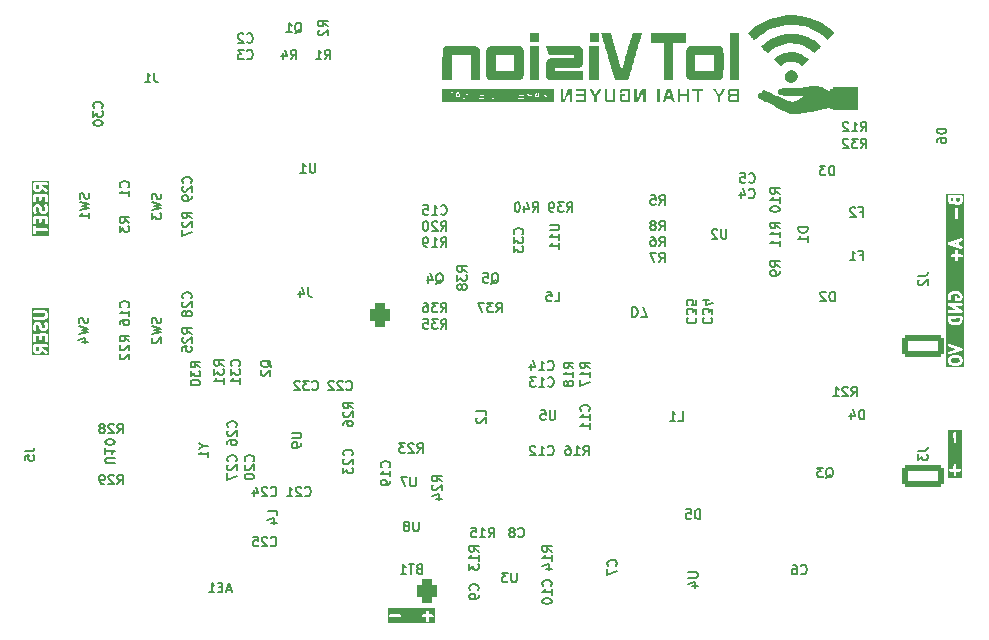
<source format=gbo>
G04 #@! TF.GenerationSoftware,KiCad,Pcbnew,8.0.2-8.0.2-0~ubuntu23.10.1*
G04 #@! TF.CreationDate,2024-05-02T10:41:37+07:00*
G04 #@! TF.ProjectId,Node_RS485,4e6f6465-5f52-4533-9438-352e6b696361,rev?*
G04 #@! TF.SameCoordinates,Original*
G04 #@! TF.FileFunction,Legend,Bot*
G04 #@! TF.FilePolarity,Positive*
%FSLAX46Y46*%
G04 Gerber Fmt 4.6, Leading zero omitted, Abs format (unit mm)*
G04 Created by KiCad (PCBNEW 8.0.2-8.0.2-0~ubuntu23.10.1) date 2024-05-02 10:41:37*
%MOMM*%
%LPD*%
G01*
G04 APERTURE LIST*
G04 Aperture macros list*
%AMRoundRect*
0 Rectangle with rounded corners*
0 $1 Rounding radius*
0 $2 $3 $4 $5 $6 $7 $8 $9 X,Y pos of 4 corners*
0 Add a 4 corners polygon primitive as box body*
4,1,4,$2,$3,$4,$5,$6,$7,$8,$9,$2,$3,0*
0 Add four circle primitives for the rounded corners*
1,1,$1+$1,$2,$3*
1,1,$1+$1,$4,$5*
1,1,$1+$1,$6,$7*
1,1,$1+$1,$8,$9*
0 Add four rect primitives between the rounded corners*
20,1,$1+$1,$2,$3,$4,$5,0*
20,1,$1+$1,$4,$5,$6,$7,0*
20,1,$1+$1,$6,$7,$8,$9,0*
20,1,$1+$1,$8,$9,$2,$3,0*%
G04 Aperture macros list end*
%ADD10C,0.250000*%
%ADD11C,0.200000*%
%ADD12C,0.300000*%
%ADD13C,0.000000*%
%ADD14RoundRect,0.425000X-0.425000X0.550000X-0.425000X-0.550000X0.425000X-0.550000X0.425000X0.550000X0*%
%ADD15O,1.700000X1.950000*%
%ADD16RoundRect,0.250000X1.550000X-0.650000X1.550000X0.650000X-1.550000X0.650000X-1.550000X-0.650000X0*%
%ADD17O,3.600000X1.800000*%
%ADD18C,1.500000*%
%ADD19R,1.700000X1.700000*%
%ADD20O,1.700000X1.700000*%
%ADD21C,2.000000*%
%ADD22C,2.500000*%
%ADD23C,0.650000*%
%ADD24O,2.100000X1.000000*%
%ADD25O,1.600000X1.000000*%
G04 APERTURE END LIST*
D10*
G36*
X112649787Y-87205570D02*
G01*
X112648457Y-87211575D01*
X112649870Y-87219583D01*
X112650492Y-87324564D01*
X112625862Y-87376171D01*
X112606725Y-87396337D01*
X112555744Y-87423008D01*
X112471694Y-87424215D01*
X112421065Y-87400052D01*
X112400899Y-87380915D01*
X112374460Y-87330378D01*
X112373100Y-87100900D01*
X112649163Y-87100253D01*
X112649787Y-87205570D01*
G37*
G36*
X113499619Y-91414264D02*
G01*
X111999619Y-91414264D01*
X111999619Y-90595238D01*
X112124619Y-90595238D01*
X112127021Y-91191052D01*
X112145685Y-91236112D01*
X112180173Y-91270600D01*
X112225233Y-91289264D01*
X112274005Y-91289264D01*
X112319065Y-91270600D01*
X112353553Y-91236112D01*
X112372217Y-91191052D01*
X112374619Y-91166666D01*
X112373969Y-91005660D01*
X113274005Y-91003550D01*
X113319065Y-90984886D01*
X113353553Y-90950398D01*
X113372217Y-90905338D01*
X113372217Y-90856566D01*
X113353553Y-90811506D01*
X113319065Y-90777018D01*
X113274005Y-90758354D01*
X113249619Y-90755952D01*
X112372971Y-90758007D01*
X112372217Y-90570852D01*
X112353553Y-90525792D01*
X112319065Y-90491304D01*
X112274005Y-90472640D01*
X112225233Y-90472640D01*
X112180173Y-90491304D01*
X112145685Y-90525792D01*
X112127021Y-90570852D01*
X112124619Y-90595238D01*
X111999619Y-90595238D01*
X111999619Y-89833333D01*
X112124619Y-89833333D01*
X112127021Y-90333909D01*
X112145685Y-90378969D01*
X112180173Y-90413457D01*
X112225233Y-90432121D01*
X112274005Y-90432121D01*
X112319065Y-90413457D01*
X112353553Y-90378969D01*
X112372217Y-90333909D01*
X112374619Y-90309523D01*
X112372932Y-89958043D01*
X112601642Y-89957507D01*
X112603211Y-90191052D01*
X112621875Y-90236112D01*
X112656363Y-90270600D01*
X112701423Y-90289264D01*
X112750195Y-90289264D01*
X112795255Y-90270600D01*
X112829743Y-90236112D01*
X112848407Y-90191052D01*
X112850809Y-90166666D01*
X112849400Y-89956926D01*
X113125208Y-89956279D01*
X113127021Y-90333909D01*
X113145685Y-90378969D01*
X113180173Y-90413457D01*
X113225233Y-90432121D01*
X113274005Y-90432121D01*
X113319065Y-90413457D01*
X113353553Y-90378969D01*
X113372217Y-90333909D01*
X113374619Y-90309523D01*
X113372217Y-89808947D01*
X113353553Y-89763887D01*
X113319065Y-89729399D01*
X113274005Y-89710735D01*
X113249619Y-89708333D01*
X112225233Y-89710735D01*
X112180173Y-89729399D01*
X112145685Y-89763887D01*
X112127021Y-89808947D01*
X112124619Y-89833333D01*
X111999619Y-89833333D01*
X111999619Y-89023809D01*
X112124619Y-89023809D01*
X112126788Y-89260833D01*
X112125601Y-89277538D01*
X112126997Y-89283677D01*
X112127021Y-89286290D01*
X112128284Y-89289341D01*
X112131034Y-89301432D01*
X112188643Y-89466664D01*
X112220598Y-89503510D01*
X112264222Y-89525322D01*
X112312872Y-89528779D01*
X112359141Y-89513356D01*
X112395987Y-89481400D01*
X112417799Y-89437776D01*
X112421256Y-89389126D01*
X112415823Y-89365232D01*
X112374479Y-89246652D01*
X112372734Y-89056007D01*
X112397184Y-89004778D01*
X112416321Y-88984613D01*
X112467611Y-88957780D01*
X112504377Y-88957042D01*
X112554363Y-88980898D01*
X112574528Y-89000035D01*
X112606255Y-89060681D01*
X112652043Y-89235712D01*
X112652867Y-89247301D01*
X112659844Y-89265534D01*
X112660405Y-89267677D01*
X112660941Y-89268401D01*
X112661625Y-89270187D01*
X112711710Y-89365923D01*
X112717114Y-89378969D01*
X112721033Y-89383745D01*
X112722298Y-89386162D01*
X112724792Y-89388325D01*
X112732659Y-89397911D01*
X112783983Y-89446616D01*
X112792027Y-89455891D01*
X112797163Y-89459124D01*
X112799219Y-89461075D01*
X112802269Y-89462338D01*
X112812764Y-89468945D01*
X112893004Y-89507241D01*
X112894458Y-89508695D01*
X112906507Y-89513686D01*
X112930888Y-89525322D01*
X112935368Y-89525640D01*
X112939518Y-89527359D01*
X112963904Y-89529761D01*
X113041761Y-89528197D01*
X113043508Y-89528780D01*
X113055614Y-89527919D01*
X113083528Y-89527359D01*
X113087676Y-89525640D01*
X113092158Y-89525322D01*
X113115044Y-89516564D01*
X113210778Y-89466479D01*
X113223825Y-89461076D01*
X113228602Y-89457155D01*
X113231019Y-89455891D01*
X113233182Y-89453396D01*
X113242767Y-89445531D01*
X113291477Y-89394203D01*
X113300749Y-89386162D01*
X113303980Y-89381028D01*
X113305933Y-89378971D01*
X113307197Y-89375917D01*
X113313803Y-89365425D01*
X113352099Y-89285184D01*
X113353553Y-89283731D01*
X113358544Y-89271681D01*
X113370180Y-89247301D01*
X113370498Y-89242820D01*
X113372217Y-89238671D01*
X113374619Y-89214285D01*
X113372449Y-88977260D01*
X113373637Y-88960555D01*
X113372240Y-88954415D01*
X113372217Y-88951804D01*
X113370953Y-88948754D01*
X113368204Y-88936661D01*
X113310595Y-88771430D01*
X113278640Y-88734584D01*
X113235015Y-88712772D01*
X113186366Y-88709315D01*
X113140097Y-88724738D01*
X113103251Y-88756693D01*
X113081439Y-88800318D01*
X113077982Y-88848967D01*
X113083415Y-88872861D01*
X113124758Y-88991441D01*
X113126503Y-89182085D01*
X113102053Y-89233313D01*
X113082915Y-89253480D01*
X113031625Y-89280313D01*
X112994860Y-89281051D01*
X112944874Y-89257195D01*
X112924708Y-89238058D01*
X112892981Y-89177412D01*
X112847193Y-89002379D01*
X112846370Y-88990793D01*
X112839392Y-88972559D01*
X112838832Y-88970417D01*
X112838295Y-88969692D01*
X112837612Y-88967907D01*
X112787528Y-88872173D01*
X112782123Y-88859124D01*
X112778201Y-88854346D01*
X112776939Y-88851932D01*
X112774447Y-88849770D01*
X112766578Y-88840182D01*
X112715256Y-88791480D01*
X112707210Y-88782203D01*
X112702070Y-88778967D01*
X112700017Y-88777019D01*
X112696970Y-88775757D01*
X112686472Y-88769148D01*
X112606232Y-88730852D01*
X112604779Y-88729399D01*
X112592730Y-88724408D01*
X112568349Y-88712772D01*
X112563867Y-88712453D01*
X112559719Y-88710735D01*
X112535333Y-88708333D01*
X112457472Y-88709896D01*
X112455728Y-88709315D01*
X112443636Y-88710174D01*
X112415709Y-88710735D01*
X112411559Y-88712453D01*
X112407079Y-88712772D01*
X112384193Y-88721530D01*
X112288459Y-88771613D01*
X112275410Y-88777019D01*
X112270632Y-88780940D01*
X112268218Y-88782203D01*
X112266056Y-88784694D01*
X112256468Y-88792564D01*
X112207766Y-88843885D01*
X112198489Y-88851932D01*
X112195253Y-88857071D01*
X112193305Y-88859125D01*
X112192043Y-88862171D01*
X112185434Y-88872670D01*
X112147138Y-88952909D01*
X112145685Y-88954363D01*
X112140694Y-88966411D01*
X112129058Y-88990793D01*
X112128739Y-88995274D01*
X112127021Y-88999423D01*
X112124619Y-89023809D01*
X111999619Y-89023809D01*
X111999619Y-87976190D01*
X112124619Y-87976190D01*
X112127021Y-88476766D01*
X112145685Y-88521826D01*
X112180173Y-88556314D01*
X112225233Y-88574978D01*
X112274005Y-88574978D01*
X112319065Y-88556314D01*
X112353553Y-88521826D01*
X112372217Y-88476766D01*
X112374619Y-88452380D01*
X112372932Y-88100900D01*
X112601642Y-88100364D01*
X112603211Y-88333909D01*
X112621875Y-88378969D01*
X112656363Y-88413457D01*
X112701423Y-88432121D01*
X112750195Y-88432121D01*
X112795255Y-88413457D01*
X112829743Y-88378969D01*
X112848407Y-88333909D01*
X112850809Y-88309523D01*
X112849400Y-88099783D01*
X113125208Y-88099136D01*
X113127021Y-88476766D01*
X113145685Y-88521826D01*
X113180173Y-88556314D01*
X113225233Y-88574978D01*
X113274005Y-88574978D01*
X113319065Y-88556314D01*
X113353553Y-88521826D01*
X113372217Y-88476766D01*
X113374619Y-88452380D01*
X113372217Y-87951804D01*
X113353553Y-87906744D01*
X113319065Y-87872256D01*
X113274005Y-87853592D01*
X113249619Y-87851190D01*
X112225233Y-87853592D01*
X112180173Y-87872256D01*
X112145685Y-87906744D01*
X112127021Y-87951804D01*
X112124619Y-87976190D01*
X111999619Y-87976190D01*
X111999619Y-86976190D01*
X112124619Y-86976190D01*
X112126763Y-87338018D01*
X112125600Y-87341508D01*
X112126891Y-87359678D01*
X112127021Y-87381528D01*
X112128739Y-87385676D01*
X112129058Y-87390158D01*
X112137816Y-87413044D01*
X112187901Y-87508780D01*
X112193305Y-87521826D01*
X112197224Y-87526602D01*
X112198489Y-87529019D01*
X112200983Y-87531182D01*
X112208850Y-87540768D01*
X112260174Y-87589473D01*
X112268218Y-87598748D01*
X112273354Y-87601981D01*
X112275410Y-87603932D01*
X112278460Y-87605195D01*
X112288955Y-87611802D01*
X112369195Y-87650098D01*
X112370649Y-87651552D01*
X112382698Y-87656543D01*
X112407079Y-87668179D01*
X112411559Y-87668497D01*
X112415709Y-87670216D01*
X112440095Y-87672618D01*
X112564884Y-87670825D01*
X112567318Y-87671637D01*
X112582238Y-87670576D01*
X112607338Y-87670216D01*
X112611486Y-87668497D01*
X112615968Y-87668179D01*
X112638854Y-87659421D01*
X112734590Y-87609335D01*
X112747636Y-87603932D01*
X112752412Y-87600012D01*
X112754829Y-87598748D01*
X112756992Y-87596253D01*
X112766578Y-87588387D01*
X112815283Y-87537062D01*
X112824558Y-87529019D01*
X112827791Y-87523882D01*
X112829742Y-87521827D01*
X112831005Y-87518776D01*
X112837612Y-87508282D01*
X112872489Y-87435203D01*
X113199292Y-87662039D01*
X113246909Y-87672589D01*
X113294941Y-87664113D01*
X113336071Y-87637901D01*
X113364040Y-87597946D01*
X113374590Y-87550328D01*
X113366114Y-87502297D01*
X113339902Y-87461166D01*
X113321302Y-87445214D01*
X112897205Y-87150846D01*
X112896902Y-87099672D01*
X113274005Y-87098788D01*
X113319065Y-87080124D01*
X113353553Y-87045636D01*
X113372217Y-87000576D01*
X113372217Y-86951804D01*
X113353553Y-86906744D01*
X113319065Y-86872256D01*
X113274005Y-86853592D01*
X113249619Y-86851190D01*
X112225233Y-86853592D01*
X112180173Y-86872256D01*
X112145685Y-86906744D01*
X112127021Y-86951804D01*
X112124619Y-86976190D01*
X111999619Y-86976190D01*
X111999619Y-86726190D01*
X113499619Y-86726190D01*
X113499619Y-91414264D01*
G37*
G36*
X146159502Y-124197217D02*
G01*
X142140497Y-124197217D01*
X142140497Y-123544280D01*
X142265497Y-123544280D01*
X142265497Y-123593052D01*
X142284161Y-123638112D01*
X142318649Y-123672600D01*
X142363709Y-123691264D01*
X142388095Y-123693666D01*
X143174385Y-123691264D01*
X143219445Y-123672600D01*
X143253933Y-123638112D01*
X143272597Y-123593052D01*
X143272597Y-123544280D01*
X145027402Y-123544280D01*
X145027402Y-123593052D01*
X145046066Y-123638112D01*
X145080554Y-123672600D01*
X145125614Y-123691264D01*
X145150000Y-123693666D01*
X145407495Y-123692879D01*
X145408354Y-123974005D01*
X145427018Y-124019065D01*
X145461506Y-124053553D01*
X145506566Y-124072217D01*
X145555338Y-124072217D01*
X145600398Y-124053553D01*
X145634886Y-124019065D01*
X145653550Y-123974005D01*
X145655952Y-123949619D01*
X145655165Y-123692122D01*
X145936290Y-123691264D01*
X145981350Y-123672600D01*
X146015838Y-123638112D01*
X146034502Y-123593052D01*
X146034502Y-123544280D01*
X146015838Y-123499220D01*
X145981350Y-123464732D01*
X145936290Y-123446068D01*
X145911904Y-123443666D01*
X145654408Y-123444452D01*
X145653550Y-123163328D01*
X145634886Y-123118268D01*
X145600398Y-123083780D01*
X145555338Y-123065116D01*
X145506566Y-123065116D01*
X145461506Y-123083780D01*
X145427018Y-123118268D01*
X145408354Y-123163328D01*
X145405952Y-123187714D01*
X145406738Y-123445209D01*
X145125614Y-123446068D01*
X145080554Y-123464732D01*
X145046066Y-123499220D01*
X145027402Y-123544280D01*
X143272597Y-123544280D01*
X143253933Y-123499220D01*
X143219445Y-123464732D01*
X143174385Y-123446068D01*
X143149999Y-123443666D01*
X142363709Y-123446068D01*
X142318649Y-123464732D01*
X142284161Y-123499220D01*
X142265497Y-123544280D01*
X142140497Y-123544280D01*
X142140497Y-122940116D01*
X146159502Y-122940116D01*
X146159502Y-124197217D01*
G37*
G36*
X190491378Y-101760710D02*
G01*
X190547565Y-101815225D01*
X190574921Y-101867515D01*
X190576391Y-101998988D01*
X190552304Y-102049456D01*
X190495169Y-102108342D01*
X190358476Y-102144100D01*
X190056346Y-102146129D01*
X189907858Y-102110719D01*
X189851673Y-102056206D01*
X189824316Y-102003914D01*
X189822846Y-101872440D01*
X189846934Y-101821972D01*
X189904066Y-101763088D01*
X190040760Y-101727329D01*
X190342890Y-101725300D01*
X190491378Y-101760710D01*
G37*
G36*
X190576564Y-98481660D02*
G01*
X190545038Y-98580753D01*
X190486775Y-98640802D01*
X190424650Y-98673303D01*
X190262997Y-98715591D01*
X190150139Y-98717212D01*
X189988730Y-98678721D01*
X189919208Y-98645541D01*
X189857009Y-98585192D01*
X189824479Y-98491891D01*
X189823581Y-98393757D01*
X190575744Y-98391993D01*
X190576564Y-98481660D01*
G37*
G36*
X190290364Y-92097215D02*
G01*
X190091192Y-92031316D01*
X190289728Y-91964646D01*
X190290364Y-92097215D01*
G37*
G36*
X190576683Y-88426945D02*
G01*
X190552053Y-88478551D01*
X190532915Y-88498718D01*
X190481934Y-88525389D01*
X190397884Y-88526596D01*
X190347255Y-88502433D01*
X190332752Y-88488670D01*
X190300707Y-88396761D01*
X190299400Y-88202164D01*
X190575347Y-88201517D01*
X190576683Y-88426945D01*
G37*
G36*
X190052829Y-88379419D02*
G01*
X190028243Y-88430933D01*
X190009106Y-88451099D01*
X189957816Y-88477932D01*
X189921051Y-88478670D01*
X189871065Y-88454814D01*
X189850899Y-88435677D01*
X189824439Y-88385099D01*
X189823218Y-88203281D01*
X190051642Y-88202745D01*
X190052829Y-88379419D01*
G37*
G36*
X190949619Y-102519048D02*
G01*
X189449619Y-102519048D01*
X189449619Y-101840477D01*
X189574619Y-101840477D01*
X189576542Y-102012493D01*
X189575600Y-102015319D01*
X189576755Y-102031572D01*
X189577021Y-102055339D01*
X189578739Y-102059487D01*
X189579058Y-102063969D01*
X189587816Y-102086855D01*
X189637901Y-102182591D01*
X189643305Y-102195637D01*
X189647224Y-102200413D01*
X189648489Y-102202830D01*
X189650983Y-102204993D01*
X189658850Y-102214579D01*
X189746305Y-102299432D01*
X189749896Y-102305417D01*
X189760800Y-102313496D01*
X189773030Y-102325362D01*
X189781615Y-102328918D01*
X189789084Y-102334452D01*
X189812159Y-102342697D01*
X189996547Y-102386667D01*
X190008566Y-102391646D01*
X190023655Y-102393132D01*
X190026875Y-102393900D01*
X190028697Y-102393628D01*
X190032952Y-102394048D01*
X190358657Y-102391860D01*
X190372361Y-102393900D01*
X190387460Y-102391667D01*
X190390671Y-102391646D01*
X190392372Y-102390941D01*
X190396602Y-102390316D01*
X190573551Y-102344027D01*
X190581147Y-102344027D01*
X190594168Y-102338633D01*
X190610153Y-102334452D01*
X190617619Y-102328919D01*
X190626207Y-102325363D01*
X190645149Y-102309818D01*
X190739428Y-102212648D01*
X190750749Y-102202830D01*
X190754063Y-102197564D01*
X190755933Y-102195638D01*
X190757196Y-102192587D01*
X190763803Y-102182093D01*
X190802099Y-102101852D01*
X190803553Y-102100399D01*
X190808544Y-102088349D01*
X190820180Y-102063969D01*
X190820498Y-102059488D01*
X190822217Y-102055339D01*
X190824619Y-102030953D01*
X190822695Y-101858933D01*
X190823637Y-101856110D01*
X190822482Y-101839867D01*
X190822217Y-101816091D01*
X190820498Y-101811941D01*
X190820180Y-101807461D01*
X190811422Y-101784575D01*
X190761338Y-101688841D01*
X190755933Y-101675792D01*
X190752011Y-101671014D01*
X190750749Y-101668600D01*
X190748257Y-101666438D01*
X190740388Y-101656850D01*
X190652930Y-101571994D01*
X190649341Y-101566013D01*
X190638441Y-101557937D01*
X190626207Y-101546067D01*
X190617619Y-101542510D01*
X190610153Y-101536978D01*
X190587078Y-101528733D01*
X190402690Y-101484762D01*
X190390671Y-101479784D01*
X190375579Y-101478297D01*
X190372361Y-101477530D01*
X190370539Y-101477801D01*
X190366285Y-101477382D01*
X190040579Y-101479569D01*
X190026875Y-101477530D01*
X190011776Y-101479762D01*
X190008566Y-101479784D01*
X190006864Y-101480488D01*
X190002635Y-101481114D01*
X189825686Y-101527403D01*
X189818089Y-101527403D01*
X189805068Y-101532796D01*
X189789084Y-101536978D01*
X189781615Y-101542511D01*
X189773030Y-101546068D01*
X189754088Y-101561613D01*
X189659814Y-101658777D01*
X189648489Y-101668600D01*
X189645172Y-101673868D01*
X189643305Y-101675793D01*
X189642043Y-101678839D01*
X189635434Y-101689338D01*
X189597138Y-101769577D01*
X189595685Y-101771031D01*
X189590694Y-101783079D01*
X189579058Y-101807461D01*
X189578739Y-101811942D01*
X189577021Y-101816091D01*
X189574619Y-101840477D01*
X189449619Y-101840477D01*
X189449619Y-100634367D01*
X189575601Y-100634367D01*
X189579058Y-100683016D01*
X189600870Y-100726641D01*
X189637716Y-100758596D01*
X189660091Y-100768586D01*
X190308045Y-100982968D01*
X189637716Y-101208072D01*
X189600870Y-101240027D01*
X189579058Y-101283652D01*
X189575601Y-101332301D01*
X189591024Y-101378570D01*
X189622979Y-101415416D01*
X189666604Y-101437228D01*
X189715253Y-101440685D01*
X189739147Y-101435252D01*
X190724078Y-101104502D01*
X190732634Y-101103895D01*
X190746429Y-101096997D01*
X190761522Y-101091929D01*
X190768269Y-101086077D01*
X190776258Y-101082083D01*
X190786524Y-101070245D01*
X190798368Y-101059974D01*
X190802363Y-101051982D01*
X190808214Y-101045237D01*
X190813169Y-101030372D01*
X190820180Y-101016350D01*
X190820813Y-101007439D01*
X190823637Y-100998968D01*
X190822526Y-100983334D01*
X190823637Y-100967700D01*
X190820813Y-100959228D01*
X190820180Y-100950318D01*
X190813169Y-100936296D01*
X190808214Y-100921431D01*
X190802363Y-100914685D01*
X190798368Y-100906694D01*
X190786524Y-100896422D01*
X190776258Y-100884585D01*
X190768269Y-100880590D01*
X190761522Y-100874739D01*
X190739147Y-100864748D01*
X189715253Y-100525983D01*
X189666604Y-100529440D01*
X189622979Y-100551252D01*
X189591024Y-100588098D01*
X189575601Y-100634367D01*
X189449619Y-100634367D01*
X189449619Y-98269048D01*
X189574619Y-98269048D01*
X189576788Y-98506072D01*
X189575601Y-98522777D01*
X189576997Y-98528916D01*
X189577021Y-98531529D01*
X189578284Y-98534580D01*
X189581034Y-98546671D01*
X189624640Y-98671740D01*
X189624640Y-98674387D01*
X189630469Y-98688459D01*
X189638643Y-98711903D01*
X189641586Y-98715296D01*
X189643305Y-98719446D01*
X189658850Y-98738388D01*
X189756014Y-98832661D01*
X189765837Y-98843987D01*
X189771104Y-98847303D01*
X189773030Y-98849171D01*
X189776077Y-98850433D01*
X189786574Y-98857041D01*
X189876027Y-98899734D01*
X189884322Y-98905880D01*
X189902552Y-98912393D01*
X189904698Y-98913418D01*
X189905597Y-98913481D01*
X189907397Y-98914125D01*
X190091785Y-98958095D01*
X190103804Y-98963074D01*
X190118893Y-98964560D01*
X190122113Y-98965328D01*
X190123935Y-98965056D01*
X190128190Y-98965476D01*
X190264919Y-98963512D01*
X190277123Y-98965328D01*
X190292038Y-98963122D01*
X190295433Y-98963074D01*
X190297134Y-98962369D01*
X190301364Y-98961744D01*
X190482950Y-98914241D01*
X190494539Y-98913418D01*
X190512772Y-98906440D01*
X190514915Y-98905880D01*
X190515639Y-98905343D01*
X190517425Y-98904660D01*
X190613156Y-98854577D01*
X190626207Y-98849172D01*
X190630986Y-98845249D01*
X190633400Y-98843987D01*
X190635560Y-98841495D01*
X190645149Y-98833627D01*
X190726430Y-98749853D01*
X190728640Y-98748749D01*
X190738217Y-98737705D01*
X190755933Y-98719447D01*
X190757652Y-98715295D01*
X190760595Y-98711903D01*
X190770585Y-98689528D01*
X190816334Y-98545731D01*
X190822217Y-98531529D01*
X190822828Y-98525318D01*
X190823637Y-98522778D01*
X190823403Y-98519486D01*
X190824619Y-98507143D01*
X190822217Y-98244662D01*
X190803553Y-98199602D01*
X190769065Y-98165114D01*
X190724005Y-98146450D01*
X190699619Y-98144048D01*
X189675233Y-98146450D01*
X189630173Y-98165114D01*
X189595685Y-98199602D01*
X189577021Y-98244662D01*
X189574619Y-98269048D01*
X189449619Y-98269048D01*
X189449619Y-97230159D01*
X189574924Y-97230159D01*
X189577021Y-97237848D01*
X189577021Y-97245815D01*
X189583382Y-97261172D01*
X189587757Y-97277214D01*
X189592636Y-97283514D01*
X189595685Y-97290875D01*
X189607440Y-97302630D01*
X189617620Y-97315775D01*
X189627838Y-97323028D01*
X189630173Y-97325363D01*
X189632464Y-97326312D01*
X189637602Y-97329959D01*
X190233658Y-97668949D01*
X189675233Y-97670259D01*
X189630173Y-97688923D01*
X189595685Y-97723411D01*
X189577021Y-97768471D01*
X189577021Y-97817243D01*
X189595685Y-97862303D01*
X189630173Y-97896791D01*
X189675233Y-97915455D01*
X189699619Y-97917857D01*
X190692437Y-97915529D01*
X190708350Y-97917552D01*
X190715969Y-97915473D01*
X190724005Y-97915455D01*
X190739361Y-97909094D01*
X190755404Y-97904719D01*
X190761704Y-97899839D01*
X190769065Y-97896791D01*
X190780820Y-97885035D01*
X190793965Y-97874856D01*
X190797918Y-97867937D01*
X190803553Y-97862303D01*
X190809914Y-97846944D01*
X190818163Y-97832510D01*
X190819168Y-97824603D01*
X190822217Y-97817243D01*
X190822217Y-97800621D01*
X190824314Y-97784127D01*
X190822217Y-97776437D01*
X190822217Y-97768471D01*
X190815855Y-97753113D01*
X190811481Y-97737072D01*
X190806601Y-97730771D01*
X190803553Y-97723411D01*
X190791797Y-97711655D01*
X190781618Y-97698511D01*
X190771399Y-97691257D01*
X190769065Y-97688923D01*
X190766773Y-97687973D01*
X190761636Y-97684327D01*
X190165580Y-97345336D01*
X190724005Y-97344027D01*
X190769065Y-97325363D01*
X190803553Y-97290875D01*
X190822217Y-97245815D01*
X190822217Y-97197043D01*
X190803553Y-97151983D01*
X190769065Y-97117495D01*
X190724005Y-97098831D01*
X190699619Y-97096429D01*
X189706801Y-97098756D01*
X189690889Y-97096734D01*
X189683268Y-97098812D01*
X189675233Y-97098831D01*
X189659875Y-97105192D01*
X189643834Y-97109567D01*
X189637533Y-97114446D01*
X189630173Y-97117495D01*
X189618417Y-97129250D01*
X189605273Y-97139430D01*
X189601319Y-97146348D01*
X189595685Y-97151983D01*
X189589323Y-97167341D01*
X189581075Y-97181776D01*
X189580069Y-97189682D01*
X189577021Y-97197043D01*
X189577021Y-97213664D01*
X189574924Y-97230159D01*
X189449619Y-97230159D01*
X189449619Y-96507143D01*
X189574619Y-96507143D01*
X189576411Y-96631932D01*
X189575600Y-96634366D01*
X189576660Y-96649286D01*
X189577021Y-96674386D01*
X189578739Y-96678534D01*
X189579058Y-96683016D01*
X189587816Y-96705902D01*
X189648489Y-96821877D01*
X189685334Y-96853833D01*
X189731604Y-96869256D01*
X189780254Y-96865798D01*
X189823877Y-96843987D01*
X189855833Y-96807142D01*
X189871256Y-96760871D01*
X189867799Y-96712222D01*
X189859041Y-96689336D01*
X189824228Y-96622792D01*
X189822921Y-96531841D01*
X189854199Y-96433530D01*
X189912460Y-96373483D01*
X189974586Y-96340982D01*
X190136239Y-96298694D01*
X190249097Y-96297073D01*
X190410509Y-96335564D01*
X190480026Y-96368743D01*
X190542229Y-96429095D01*
X190574935Y-96522901D01*
X190576052Y-96578509D01*
X190547505Y-96668238D01*
X190394665Y-96669265D01*
X190393645Y-96577995D01*
X190374981Y-96532935D01*
X190340493Y-96498447D01*
X190295433Y-96479783D01*
X190246661Y-96479783D01*
X190201601Y-96498447D01*
X190167113Y-96532935D01*
X190148449Y-96577995D01*
X190146047Y-96602381D01*
X190148449Y-96817242D01*
X190148449Y-96817243D01*
X190167113Y-96862303D01*
X190201601Y-96896791D01*
X190246661Y-96915455D01*
X190271047Y-96917857D01*
X190628766Y-96915455D01*
X190673826Y-96896791D01*
X190673830Y-96896786D01*
X190692767Y-96881246D01*
X190727662Y-96844475D01*
X190728640Y-96843987D01*
X190734091Y-96837700D01*
X190755933Y-96814686D01*
X190757653Y-96810532D01*
X190760595Y-96807141D01*
X190770585Y-96784766D01*
X190816334Y-96640969D01*
X190822217Y-96626767D01*
X190822828Y-96620556D01*
X190823637Y-96618016D01*
X190823403Y-96614724D01*
X190824619Y-96602381D01*
X190822666Y-96505160D01*
X190823637Y-96491508D01*
X190822272Y-96485505D01*
X190822217Y-96482757D01*
X190820953Y-96479707D01*
X190818204Y-96467614D01*
X190774598Y-96342545D01*
X190774598Y-96339899D01*
X190768768Y-96325825D01*
X190760595Y-96302383D01*
X190757652Y-96298990D01*
X190755933Y-96294839D01*
X190740388Y-96275897D01*
X190643216Y-96181617D01*
X190633400Y-96170299D01*
X190628134Y-96166984D01*
X190626207Y-96165114D01*
X190623156Y-96163850D01*
X190612662Y-96157244D01*
X190523209Y-96114551D01*
X190514915Y-96108406D01*
X190496684Y-96101892D01*
X190494539Y-96100868D01*
X190493639Y-96100804D01*
X190491840Y-96100161D01*
X190307452Y-96056190D01*
X190295433Y-96051212D01*
X190280341Y-96049725D01*
X190277123Y-96048958D01*
X190275301Y-96049229D01*
X190271047Y-96048810D01*
X190134316Y-96050773D01*
X190122113Y-96048958D01*
X190107197Y-96051163D01*
X190103804Y-96051212D01*
X190102102Y-96051916D01*
X190097873Y-96052542D01*
X189916284Y-96100044D01*
X189904698Y-96100868D01*
X189886464Y-96107845D01*
X189884322Y-96108406D01*
X189883597Y-96108942D01*
X189881812Y-96109626D01*
X189786075Y-96159711D01*
X189773030Y-96165115D01*
X189768253Y-96169034D01*
X189765837Y-96170299D01*
X189763673Y-96172793D01*
X189754088Y-96180660D01*
X189672808Y-96264431D01*
X189670598Y-96265537D01*
X189661013Y-96276588D01*
X189643305Y-96294840D01*
X189641586Y-96298989D01*
X189638643Y-96302383D01*
X189628652Y-96324758D01*
X189582904Y-96468553D01*
X189577021Y-96482757D01*
X189576409Y-96488968D01*
X189575601Y-96491509D01*
X189575834Y-96494799D01*
X189574619Y-96507143D01*
X189449619Y-96507143D01*
X189449619Y-93054185D01*
X189815116Y-93054185D01*
X189815116Y-93102957D01*
X189833780Y-93148017D01*
X189868268Y-93182505D01*
X189913328Y-93201169D01*
X189937714Y-93203571D01*
X190195209Y-93202784D01*
X190196068Y-93483910D01*
X190214732Y-93528970D01*
X190249220Y-93563458D01*
X190294280Y-93582122D01*
X190343052Y-93582122D01*
X190388112Y-93563458D01*
X190422600Y-93528970D01*
X190441264Y-93483910D01*
X190443666Y-93459524D01*
X190442879Y-93202027D01*
X190724005Y-93201169D01*
X190769065Y-93182505D01*
X190803553Y-93148017D01*
X190822217Y-93102957D01*
X190822217Y-93054185D01*
X190803553Y-93009125D01*
X190769065Y-92974637D01*
X190724005Y-92955973D01*
X190699619Y-92953571D01*
X190442122Y-92954357D01*
X190441264Y-92673233D01*
X190422600Y-92628173D01*
X190388112Y-92593685D01*
X190343052Y-92575021D01*
X190294280Y-92575021D01*
X190249220Y-92593685D01*
X190214732Y-92628173D01*
X190196068Y-92673233D01*
X190193666Y-92697619D01*
X190194452Y-92955114D01*
X189913328Y-92955973D01*
X189868268Y-92974637D01*
X189833780Y-93009125D01*
X189815116Y-93054185D01*
X189449619Y-93054185D01*
X189449619Y-92015318D01*
X189575601Y-92015318D01*
X189576711Y-92030952D01*
X189575601Y-92046586D01*
X189578424Y-92055057D01*
X189579058Y-92063967D01*
X189586068Y-92077987D01*
X189591024Y-92092855D01*
X189596874Y-92099601D01*
X189600870Y-92107592D01*
X189612710Y-92117860D01*
X189622979Y-92129701D01*
X189630969Y-92133696D01*
X189637716Y-92139547D01*
X189660091Y-92149537D01*
X190380288Y-92387821D01*
X190389518Y-92391645D01*
X190391843Y-92391645D01*
X190683984Y-92488303D01*
X190732634Y-92484846D01*
X190776258Y-92463034D01*
X190808214Y-92426188D01*
X190823637Y-92379919D01*
X190820180Y-92331269D01*
X190798368Y-92287645D01*
X190761522Y-92255690D01*
X190739147Y-92245699D01*
X190538473Y-92179304D01*
X190537044Y-91881595D01*
X190761522Y-91806214D01*
X190798368Y-91774259D01*
X190820180Y-91730635D01*
X190823637Y-91681985D01*
X190808214Y-91635716D01*
X190776258Y-91598870D01*
X190732634Y-91577058D01*
X190683984Y-91573601D01*
X190660090Y-91579034D01*
X189675159Y-91909783D01*
X189666604Y-91910391D01*
X189652807Y-91917289D01*
X189637716Y-91922357D01*
X189630969Y-91928207D01*
X189622979Y-91932203D01*
X189612710Y-91944043D01*
X189600870Y-91954312D01*
X189596874Y-91962302D01*
X189591024Y-91969049D01*
X189586068Y-91983916D01*
X189579058Y-91997937D01*
X189578424Y-92006846D01*
X189575601Y-92015318D01*
X189449619Y-92015318D01*
X189449619Y-89078571D01*
X190193666Y-89078571D01*
X190196068Y-89864862D01*
X190214732Y-89909922D01*
X190249220Y-89944410D01*
X190294280Y-89963074D01*
X190343052Y-89963074D01*
X190388112Y-89944410D01*
X190422600Y-89909922D01*
X190441264Y-89864862D01*
X190443666Y-89840476D01*
X190441264Y-89054185D01*
X190422600Y-89009125D01*
X190388112Y-88974637D01*
X190343052Y-88955973D01*
X190294280Y-88955973D01*
X190249220Y-88974637D01*
X190214732Y-89009125D01*
X190196068Y-89054185D01*
X190193666Y-89078571D01*
X189449619Y-89078571D01*
X189449619Y-88078571D01*
X189574619Y-88078571D01*
X189576729Y-88392881D01*
X189575600Y-88396270D01*
X189576872Y-88414172D01*
X189577021Y-88436290D01*
X189578739Y-88440438D01*
X189579058Y-88444920D01*
X189587816Y-88467806D01*
X189637901Y-88563542D01*
X189643305Y-88576588D01*
X189647224Y-88581364D01*
X189648489Y-88583781D01*
X189650983Y-88585944D01*
X189658850Y-88595530D01*
X189710174Y-88644235D01*
X189718218Y-88653510D01*
X189723354Y-88656743D01*
X189725410Y-88658694D01*
X189728460Y-88659957D01*
X189738955Y-88666564D01*
X189819195Y-88704860D01*
X189820649Y-88706314D01*
X189832698Y-88711305D01*
X189857079Y-88722941D01*
X189861559Y-88723259D01*
X189865709Y-88724978D01*
X189890095Y-88727380D01*
X189967952Y-88725816D01*
X189969699Y-88726399D01*
X189981805Y-88725538D01*
X190009719Y-88724978D01*
X190013867Y-88723259D01*
X190018349Y-88722941D01*
X190041235Y-88714183D01*
X190136971Y-88664097D01*
X190150017Y-88658694D01*
X190150769Y-88658076D01*
X190186364Y-88691854D01*
X190194408Y-88701129D01*
X190199544Y-88704362D01*
X190201600Y-88706313D01*
X190204650Y-88707576D01*
X190215145Y-88714183D01*
X190295385Y-88752479D01*
X190296839Y-88753933D01*
X190308888Y-88758924D01*
X190333269Y-88770560D01*
X190337749Y-88770878D01*
X190341899Y-88772597D01*
X190366285Y-88774999D01*
X190491074Y-88773206D01*
X190493508Y-88774018D01*
X190508428Y-88772957D01*
X190533528Y-88772597D01*
X190537676Y-88770878D01*
X190542158Y-88770560D01*
X190565044Y-88761802D01*
X190660778Y-88711717D01*
X190673825Y-88706314D01*
X190678602Y-88702393D01*
X190681019Y-88701129D01*
X190683182Y-88698634D01*
X190692767Y-88690769D01*
X190741477Y-88639441D01*
X190750749Y-88631400D01*
X190753980Y-88626266D01*
X190755933Y-88624209D01*
X190757197Y-88621155D01*
X190763803Y-88610663D01*
X190802099Y-88530422D01*
X190803553Y-88528969D01*
X190808544Y-88516919D01*
X190820180Y-88492539D01*
X190820498Y-88488058D01*
X190822217Y-88483909D01*
X190824619Y-88459523D01*
X190822217Y-88054185D01*
X190803553Y-88009125D01*
X190769065Y-87974637D01*
X190724005Y-87955973D01*
X190699619Y-87953571D01*
X189675233Y-87955973D01*
X189630173Y-87974637D01*
X189595685Y-88009125D01*
X189577021Y-88054185D01*
X189574619Y-88078571D01*
X189449619Y-88078571D01*
X189449619Y-87828571D01*
X190949619Y-87828571D01*
X190949619Y-102519048D01*
G37*
G36*
X190809883Y-111859502D02*
G01*
X189552782Y-111859502D01*
X189552782Y-111206566D01*
X189677782Y-111206566D01*
X189677782Y-111255338D01*
X189696446Y-111300398D01*
X189730934Y-111334886D01*
X189775994Y-111353550D01*
X189800380Y-111355952D01*
X190057876Y-111355165D01*
X190058735Y-111636290D01*
X190077399Y-111681350D01*
X190111887Y-111715838D01*
X190156947Y-111734502D01*
X190205719Y-111734502D01*
X190250779Y-111715838D01*
X190285267Y-111681350D01*
X190303931Y-111636290D01*
X190306333Y-111611904D01*
X190305546Y-111354408D01*
X190586671Y-111353550D01*
X190631731Y-111334886D01*
X190666219Y-111300398D01*
X190684883Y-111255338D01*
X190684883Y-111206566D01*
X190666219Y-111161506D01*
X190631731Y-111127018D01*
X190586671Y-111108354D01*
X190562285Y-111105952D01*
X190304789Y-111106738D01*
X190303931Y-110825614D01*
X190285267Y-110780554D01*
X190250779Y-110746066D01*
X190205719Y-110727402D01*
X190156947Y-110727402D01*
X190111887Y-110746066D01*
X190077399Y-110780554D01*
X190058735Y-110825614D01*
X190056333Y-110850000D01*
X190057119Y-111107495D01*
X189775994Y-111108354D01*
X189730934Y-111127018D01*
X189696446Y-111161506D01*
X189677782Y-111206566D01*
X189552782Y-111206566D01*
X189552782Y-108088095D01*
X190056333Y-108088095D01*
X190058735Y-108874385D01*
X190077399Y-108919445D01*
X190111887Y-108953933D01*
X190156947Y-108972597D01*
X190205719Y-108972597D01*
X190250779Y-108953933D01*
X190285267Y-108919445D01*
X190303931Y-108874385D01*
X190306333Y-108849999D01*
X190303931Y-108063709D01*
X190285267Y-108018649D01*
X190250779Y-107984161D01*
X190205719Y-107965497D01*
X190156947Y-107965497D01*
X190111887Y-107984161D01*
X190077399Y-108018649D01*
X190058735Y-108063709D01*
X190056333Y-108088095D01*
X189552782Y-108088095D01*
X189552782Y-107840497D01*
X190809883Y-107840497D01*
X190809883Y-111859502D01*
G37*
G36*
X112649787Y-100919856D02*
G01*
X112648457Y-100925861D01*
X112649870Y-100933869D01*
X112650492Y-101038850D01*
X112625862Y-101090457D01*
X112606725Y-101110623D01*
X112555744Y-101137294D01*
X112471694Y-101138501D01*
X112421065Y-101114338D01*
X112400899Y-101095201D01*
X112374460Y-101044664D01*
X112373100Y-100815186D01*
X112649163Y-100814539D01*
X112649787Y-100919856D01*
G37*
G36*
X113499619Y-101511904D02*
G01*
X111999619Y-101511904D01*
X111999619Y-100690476D01*
X112124619Y-100690476D01*
X112126763Y-101052304D01*
X112125600Y-101055794D01*
X112126891Y-101073964D01*
X112127021Y-101095814D01*
X112128739Y-101099962D01*
X112129058Y-101104444D01*
X112137816Y-101127330D01*
X112187901Y-101223066D01*
X112193305Y-101236112D01*
X112197224Y-101240888D01*
X112198489Y-101243305D01*
X112200983Y-101245468D01*
X112208850Y-101255054D01*
X112260174Y-101303759D01*
X112268218Y-101313034D01*
X112273354Y-101316267D01*
X112275410Y-101318218D01*
X112278460Y-101319481D01*
X112288955Y-101326088D01*
X112369195Y-101364384D01*
X112370649Y-101365838D01*
X112382698Y-101370829D01*
X112407079Y-101382465D01*
X112411559Y-101382783D01*
X112415709Y-101384502D01*
X112440095Y-101386904D01*
X112564884Y-101385111D01*
X112567318Y-101385923D01*
X112582238Y-101384862D01*
X112607338Y-101384502D01*
X112611486Y-101382783D01*
X112615968Y-101382465D01*
X112638854Y-101373707D01*
X112734590Y-101323621D01*
X112747636Y-101318218D01*
X112752412Y-101314298D01*
X112754829Y-101313034D01*
X112756992Y-101310539D01*
X112766578Y-101302673D01*
X112815283Y-101251348D01*
X112824558Y-101243305D01*
X112827791Y-101238168D01*
X112829742Y-101236113D01*
X112831005Y-101233062D01*
X112837612Y-101222568D01*
X112872489Y-101149489D01*
X113199292Y-101376325D01*
X113246909Y-101386875D01*
X113294941Y-101378399D01*
X113336071Y-101352187D01*
X113364040Y-101312232D01*
X113374590Y-101264614D01*
X113366114Y-101216583D01*
X113339902Y-101175452D01*
X113321302Y-101159500D01*
X112897205Y-100865132D01*
X112896902Y-100813958D01*
X113274005Y-100813074D01*
X113319065Y-100794410D01*
X113353553Y-100759922D01*
X113372217Y-100714862D01*
X113372217Y-100666090D01*
X113353553Y-100621030D01*
X113319065Y-100586542D01*
X113274005Y-100567878D01*
X113249619Y-100565476D01*
X112225233Y-100567878D01*
X112180173Y-100586542D01*
X112145685Y-100621030D01*
X112127021Y-100666090D01*
X112124619Y-100690476D01*
X111999619Y-100690476D01*
X111999619Y-99785714D01*
X112124619Y-99785714D01*
X112127021Y-100286290D01*
X112145685Y-100331350D01*
X112180173Y-100365838D01*
X112225233Y-100384502D01*
X112274005Y-100384502D01*
X112319065Y-100365838D01*
X112353553Y-100331350D01*
X112372217Y-100286290D01*
X112374619Y-100261904D01*
X112372932Y-99910424D01*
X112601642Y-99909888D01*
X112603211Y-100143433D01*
X112621875Y-100188493D01*
X112656363Y-100222981D01*
X112701423Y-100241645D01*
X112750195Y-100241645D01*
X112795255Y-100222981D01*
X112829743Y-100188493D01*
X112848407Y-100143433D01*
X112850809Y-100119047D01*
X112849400Y-99909307D01*
X113125208Y-99908660D01*
X113127021Y-100286290D01*
X113145685Y-100331350D01*
X113180173Y-100365838D01*
X113225233Y-100384502D01*
X113274005Y-100384502D01*
X113319065Y-100365838D01*
X113353553Y-100331350D01*
X113372217Y-100286290D01*
X113374619Y-100261904D01*
X113372217Y-99761328D01*
X113353553Y-99716268D01*
X113319065Y-99681780D01*
X113274005Y-99663116D01*
X113249619Y-99660714D01*
X112225233Y-99663116D01*
X112180173Y-99681780D01*
X112145685Y-99716268D01*
X112127021Y-99761328D01*
X112124619Y-99785714D01*
X111999619Y-99785714D01*
X111999619Y-98976190D01*
X112124619Y-98976190D01*
X112126788Y-99213214D01*
X112125601Y-99229919D01*
X112126997Y-99236058D01*
X112127021Y-99238671D01*
X112128284Y-99241722D01*
X112131034Y-99253813D01*
X112188643Y-99419045D01*
X112220598Y-99455891D01*
X112264222Y-99477703D01*
X112312872Y-99481160D01*
X112359141Y-99465737D01*
X112395987Y-99433781D01*
X112417799Y-99390157D01*
X112421256Y-99341507D01*
X112415823Y-99317613D01*
X112374479Y-99199033D01*
X112372734Y-99008388D01*
X112397184Y-98957159D01*
X112416321Y-98936994D01*
X112467611Y-98910161D01*
X112504377Y-98909423D01*
X112554363Y-98933279D01*
X112574528Y-98952416D01*
X112606255Y-99013062D01*
X112652043Y-99188093D01*
X112652867Y-99199682D01*
X112659844Y-99217915D01*
X112660405Y-99220058D01*
X112660941Y-99220782D01*
X112661625Y-99222568D01*
X112711710Y-99318304D01*
X112717114Y-99331350D01*
X112721033Y-99336126D01*
X112722298Y-99338543D01*
X112724792Y-99340706D01*
X112732659Y-99350292D01*
X112783983Y-99398997D01*
X112792027Y-99408272D01*
X112797163Y-99411505D01*
X112799219Y-99413456D01*
X112802269Y-99414719D01*
X112812764Y-99421326D01*
X112893004Y-99459622D01*
X112894458Y-99461076D01*
X112906507Y-99466067D01*
X112930888Y-99477703D01*
X112935368Y-99478021D01*
X112939518Y-99479740D01*
X112963904Y-99482142D01*
X113041761Y-99480578D01*
X113043508Y-99481161D01*
X113055614Y-99480300D01*
X113083528Y-99479740D01*
X113087676Y-99478021D01*
X113092158Y-99477703D01*
X113115044Y-99468945D01*
X113210778Y-99418860D01*
X113223825Y-99413457D01*
X113228602Y-99409536D01*
X113231019Y-99408272D01*
X113233182Y-99405777D01*
X113242767Y-99397912D01*
X113291477Y-99346584D01*
X113300749Y-99338543D01*
X113303980Y-99333409D01*
X113305933Y-99331352D01*
X113307197Y-99328298D01*
X113313803Y-99317806D01*
X113352099Y-99237565D01*
X113353553Y-99236112D01*
X113358544Y-99224062D01*
X113370180Y-99199682D01*
X113370498Y-99195201D01*
X113372217Y-99191052D01*
X113374619Y-99166666D01*
X113372449Y-98929641D01*
X113373637Y-98912936D01*
X113372240Y-98906796D01*
X113372217Y-98904185D01*
X113370953Y-98901135D01*
X113368204Y-98889042D01*
X113310595Y-98723811D01*
X113278640Y-98686965D01*
X113235015Y-98665153D01*
X113186366Y-98661696D01*
X113140097Y-98677119D01*
X113103251Y-98709074D01*
X113081439Y-98752699D01*
X113077982Y-98801348D01*
X113083415Y-98825242D01*
X113124758Y-98943822D01*
X113126503Y-99134466D01*
X113102053Y-99185694D01*
X113082915Y-99205861D01*
X113031625Y-99232694D01*
X112994860Y-99233432D01*
X112944874Y-99209576D01*
X112924708Y-99190439D01*
X112892981Y-99129793D01*
X112847193Y-98954760D01*
X112846370Y-98943174D01*
X112839392Y-98924940D01*
X112838832Y-98922798D01*
X112838295Y-98922073D01*
X112837612Y-98920288D01*
X112787528Y-98824554D01*
X112782123Y-98811505D01*
X112778201Y-98806727D01*
X112776939Y-98804313D01*
X112774447Y-98802151D01*
X112766578Y-98792563D01*
X112715256Y-98743861D01*
X112707210Y-98734584D01*
X112702070Y-98731348D01*
X112700017Y-98729400D01*
X112696970Y-98728138D01*
X112686472Y-98721529D01*
X112606232Y-98683233D01*
X112604779Y-98681780D01*
X112592730Y-98676789D01*
X112568349Y-98665153D01*
X112563867Y-98664834D01*
X112559719Y-98663116D01*
X112535333Y-98660714D01*
X112457472Y-98662277D01*
X112455728Y-98661696D01*
X112443636Y-98662555D01*
X112415709Y-98663116D01*
X112411559Y-98664834D01*
X112407079Y-98665153D01*
X112384193Y-98673911D01*
X112288459Y-98723994D01*
X112275410Y-98729400D01*
X112270632Y-98733321D01*
X112268218Y-98734584D01*
X112266056Y-98737075D01*
X112256468Y-98744945D01*
X112207766Y-98796266D01*
X112198489Y-98804313D01*
X112195253Y-98809452D01*
X112193305Y-98811506D01*
X112192043Y-98814552D01*
X112185434Y-98825051D01*
X112147138Y-98905290D01*
X112145685Y-98906744D01*
X112140694Y-98918792D01*
X112129058Y-98943174D01*
X112128739Y-98947655D01*
X112127021Y-98951804D01*
X112124619Y-98976190D01*
X111999619Y-98976190D01*
X111999619Y-97761328D01*
X112127021Y-97761328D01*
X112127021Y-97810100D01*
X112145685Y-97855160D01*
X112180173Y-97889648D01*
X112225233Y-97908312D01*
X112249619Y-97910714D01*
X113026204Y-97908477D01*
X113078173Y-97933280D01*
X113098338Y-97952416D01*
X113124921Y-98003228D01*
X113126391Y-98134701D01*
X113102053Y-98185694D01*
X113082915Y-98205861D01*
X113032534Y-98232218D01*
X112225233Y-98234544D01*
X112180173Y-98253208D01*
X112145685Y-98287696D01*
X112127021Y-98332756D01*
X112127021Y-98381528D01*
X112145685Y-98426588D01*
X112180173Y-98461076D01*
X112225233Y-98479740D01*
X112249619Y-98482142D01*
X113039624Y-98479866D01*
X113043508Y-98481161D01*
X113062653Y-98479800D01*
X113083528Y-98479740D01*
X113087676Y-98478021D01*
X113092158Y-98477703D01*
X113115044Y-98468945D01*
X113210778Y-98418860D01*
X113223825Y-98413457D01*
X113228602Y-98409536D01*
X113231019Y-98408272D01*
X113233182Y-98405777D01*
X113242767Y-98397912D01*
X113291477Y-98346584D01*
X113300749Y-98338543D01*
X113303980Y-98333409D01*
X113305933Y-98331352D01*
X113307197Y-98328298D01*
X113313803Y-98317806D01*
X113352099Y-98237565D01*
X113353553Y-98236112D01*
X113358544Y-98224062D01*
X113370180Y-98199682D01*
X113370498Y-98195201D01*
X113372217Y-98191052D01*
X113374619Y-98166666D01*
X113372695Y-97994646D01*
X113373637Y-97991823D01*
X113372482Y-97975580D01*
X113372217Y-97951804D01*
X113370498Y-97947654D01*
X113370180Y-97943174D01*
X113361422Y-97920288D01*
X113311340Y-97824558D01*
X113305933Y-97811504D01*
X113302011Y-97806725D01*
X113300749Y-97804313D01*
X113298256Y-97802151D01*
X113290387Y-97792563D01*
X113239065Y-97743861D01*
X113231019Y-97734584D01*
X113225879Y-97731348D01*
X113223825Y-97729399D01*
X113220777Y-97728136D01*
X113210281Y-97721529D01*
X113130041Y-97683233D01*
X113128588Y-97681780D01*
X113116539Y-97676789D01*
X113092158Y-97665153D01*
X113087676Y-97664834D01*
X113083528Y-97663116D01*
X113059142Y-97660714D01*
X112225233Y-97663116D01*
X112180173Y-97681780D01*
X112145685Y-97716268D01*
X112127021Y-97761328D01*
X111999619Y-97761328D01*
X111999619Y-97535714D01*
X113499619Y-97535714D01*
X113499619Y-101511904D01*
G37*
D11*
X120183504Y-87266667D02*
X120221600Y-87228571D01*
X120221600Y-87228571D02*
X120259695Y-87114286D01*
X120259695Y-87114286D02*
X120259695Y-87038095D01*
X120259695Y-87038095D02*
X120221600Y-86923809D01*
X120221600Y-86923809D02*
X120145409Y-86847619D01*
X120145409Y-86847619D02*
X120069219Y-86809524D01*
X120069219Y-86809524D02*
X119916838Y-86771428D01*
X119916838Y-86771428D02*
X119802552Y-86771428D01*
X119802552Y-86771428D02*
X119650171Y-86809524D01*
X119650171Y-86809524D02*
X119573980Y-86847619D01*
X119573980Y-86847619D02*
X119497790Y-86923809D01*
X119497790Y-86923809D02*
X119459695Y-87038095D01*
X119459695Y-87038095D02*
X119459695Y-87114286D01*
X119459695Y-87114286D02*
X119497790Y-87228571D01*
X119497790Y-87228571D02*
X119535885Y-87266667D01*
X120259695Y-88028571D02*
X120259695Y-87571428D01*
X120259695Y-87800000D02*
X119459695Y-87800000D01*
X119459695Y-87800000D02*
X119573980Y-87723809D01*
X119573980Y-87723809D02*
X119650171Y-87647619D01*
X119650171Y-87647619D02*
X119688266Y-87571428D01*
X130758504Y-110485714D02*
X130796600Y-110447618D01*
X130796600Y-110447618D02*
X130834695Y-110333333D01*
X130834695Y-110333333D02*
X130834695Y-110257142D01*
X130834695Y-110257142D02*
X130796600Y-110142856D01*
X130796600Y-110142856D02*
X130720409Y-110066666D01*
X130720409Y-110066666D02*
X130644219Y-110028571D01*
X130644219Y-110028571D02*
X130491838Y-109990475D01*
X130491838Y-109990475D02*
X130377552Y-109990475D01*
X130377552Y-109990475D02*
X130225171Y-110028571D01*
X130225171Y-110028571D02*
X130148980Y-110066666D01*
X130148980Y-110066666D02*
X130072790Y-110142856D01*
X130072790Y-110142856D02*
X130034695Y-110257142D01*
X130034695Y-110257142D02*
X130034695Y-110333333D01*
X130034695Y-110333333D02*
X130072790Y-110447618D01*
X130072790Y-110447618D02*
X130110885Y-110485714D01*
X130110885Y-110790475D02*
X130072790Y-110828571D01*
X130072790Y-110828571D02*
X130034695Y-110904761D01*
X130034695Y-110904761D02*
X130034695Y-111095237D01*
X130034695Y-111095237D02*
X130072790Y-111171428D01*
X130072790Y-111171428D02*
X130110885Y-111209523D01*
X130110885Y-111209523D02*
X130187076Y-111247618D01*
X130187076Y-111247618D02*
X130263266Y-111247618D01*
X130263266Y-111247618D02*
X130377552Y-111209523D01*
X130377552Y-111209523D02*
X130834695Y-110752380D01*
X130834695Y-110752380D02*
X130834695Y-111247618D01*
X130034695Y-111742857D02*
X130034695Y-111819047D01*
X130034695Y-111819047D02*
X130072790Y-111895238D01*
X130072790Y-111895238D02*
X130110885Y-111933333D01*
X130110885Y-111933333D02*
X130187076Y-111971428D01*
X130187076Y-111971428D02*
X130339457Y-112009523D01*
X130339457Y-112009523D02*
X130529933Y-112009523D01*
X130529933Y-112009523D02*
X130682314Y-111971428D01*
X130682314Y-111971428D02*
X130758504Y-111933333D01*
X130758504Y-111933333D02*
X130796600Y-111895238D01*
X130796600Y-111895238D02*
X130834695Y-111819047D01*
X130834695Y-111819047D02*
X130834695Y-111742857D01*
X130834695Y-111742857D02*
X130796600Y-111666666D01*
X130796600Y-111666666D02*
X130758504Y-111628571D01*
X130758504Y-111628571D02*
X130682314Y-111590476D01*
X130682314Y-111590476D02*
X130529933Y-111552380D01*
X130529933Y-111552380D02*
X130339457Y-111552380D01*
X130339457Y-111552380D02*
X130187076Y-111590476D01*
X130187076Y-111590476D02*
X130110885Y-111628571D01*
X130110885Y-111628571D02*
X130072790Y-111666666D01*
X130072790Y-111666666D02*
X130034695Y-111742857D01*
X179990475Y-96909695D02*
X179990475Y-96109695D01*
X179990475Y-96109695D02*
X179799999Y-96109695D01*
X179799999Y-96109695D02*
X179685713Y-96147790D01*
X179685713Y-96147790D02*
X179609523Y-96223980D01*
X179609523Y-96223980D02*
X179571428Y-96300171D01*
X179571428Y-96300171D02*
X179533332Y-96452552D01*
X179533332Y-96452552D02*
X179533332Y-96566838D01*
X179533332Y-96566838D02*
X179571428Y-96719219D01*
X179571428Y-96719219D02*
X179609523Y-96795409D01*
X179609523Y-96795409D02*
X179685713Y-96871600D01*
X179685713Y-96871600D02*
X179799999Y-96909695D01*
X179799999Y-96909695D02*
X179990475Y-96909695D01*
X179228571Y-96185885D02*
X179190475Y-96147790D01*
X179190475Y-96147790D02*
X179114285Y-96109695D01*
X179114285Y-96109695D02*
X178923809Y-96109695D01*
X178923809Y-96109695D02*
X178847618Y-96147790D01*
X178847618Y-96147790D02*
X178809523Y-96185885D01*
X178809523Y-96185885D02*
X178771428Y-96262076D01*
X178771428Y-96262076D02*
X178771428Y-96338266D01*
X178771428Y-96338266D02*
X178809523Y-96452552D01*
X178809523Y-96452552D02*
X179266666Y-96909695D01*
X179266666Y-96909695D02*
X178771428Y-96909695D01*
X144784523Y-115584695D02*
X144784523Y-116232314D01*
X144784523Y-116232314D02*
X144746428Y-116308504D01*
X144746428Y-116308504D02*
X144708333Y-116346600D01*
X144708333Y-116346600D02*
X144632142Y-116384695D01*
X144632142Y-116384695D02*
X144479761Y-116384695D01*
X144479761Y-116384695D02*
X144403571Y-116346600D01*
X144403571Y-116346600D02*
X144365476Y-116308504D01*
X144365476Y-116308504D02*
X144327380Y-116232314D01*
X144327380Y-116232314D02*
X144327380Y-115584695D01*
X143832143Y-115927552D02*
X143908333Y-115889457D01*
X143908333Y-115889457D02*
X143946428Y-115851361D01*
X143946428Y-115851361D02*
X143984524Y-115775171D01*
X143984524Y-115775171D02*
X143984524Y-115737076D01*
X143984524Y-115737076D02*
X143946428Y-115660885D01*
X143946428Y-115660885D02*
X143908333Y-115622790D01*
X143908333Y-115622790D02*
X143832143Y-115584695D01*
X143832143Y-115584695D02*
X143679762Y-115584695D01*
X143679762Y-115584695D02*
X143603571Y-115622790D01*
X143603571Y-115622790D02*
X143565476Y-115660885D01*
X143565476Y-115660885D02*
X143527381Y-115737076D01*
X143527381Y-115737076D02*
X143527381Y-115775171D01*
X143527381Y-115775171D02*
X143565476Y-115851361D01*
X143565476Y-115851361D02*
X143603571Y-115889457D01*
X143603571Y-115889457D02*
X143679762Y-115927552D01*
X143679762Y-115927552D02*
X143832143Y-115927552D01*
X143832143Y-115927552D02*
X143908333Y-115965647D01*
X143908333Y-115965647D02*
X143946428Y-116003742D01*
X143946428Y-116003742D02*
X143984524Y-116079933D01*
X143984524Y-116079933D02*
X143984524Y-116232314D01*
X143984524Y-116232314D02*
X143946428Y-116308504D01*
X143946428Y-116308504D02*
X143908333Y-116346600D01*
X143908333Y-116346600D02*
X143832143Y-116384695D01*
X143832143Y-116384695D02*
X143679762Y-116384695D01*
X143679762Y-116384695D02*
X143603571Y-116346600D01*
X143603571Y-116346600D02*
X143565476Y-116308504D01*
X143565476Y-116308504D02*
X143527381Y-116232314D01*
X143527381Y-116232314D02*
X143527381Y-116079933D01*
X143527381Y-116079933D02*
X143565476Y-116003742D01*
X143565476Y-116003742D02*
X143603571Y-115965647D01*
X143603571Y-115965647D02*
X143679762Y-115927552D01*
X154414285Y-89359695D02*
X154680952Y-88978742D01*
X154871428Y-89359695D02*
X154871428Y-88559695D01*
X154871428Y-88559695D02*
X154566666Y-88559695D01*
X154566666Y-88559695D02*
X154490476Y-88597790D01*
X154490476Y-88597790D02*
X154452381Y-88635885D01*
X154452381Y-88635885D02*
X154414285Y-88712076D01*
X154414285Y-88712076D02*
X154414285Y-88826361D01*
X154414285Y-88826361D02*
X154452381Y-88902552D01*
X154452381Y-88902552D02*
X154490476Y-88940647D01*
X154490476Y-88940647D02*
X154566666Y-88978742D01*
X154566666Y-88978742D02*
X154871428Y-88978742D01*
X153728571Y-88826361D02*
X153728571Y-89359695D01*
X153919047Y-88521600D02*
X154109524Y-89093028D01*
X154109524Y-89093028D02*
X153614285Y-89093028D01*
X153157142Y-88559695D02*
X153080952Y-88559695D01*
X153080952Y-88559695D02*
X153004761Y-88597790D01*
X153004761Y-88597790D02*
X152966666Y-88635885D01*
X152966666Y-88635885D02*
X152928571Y-88712076D01*
X152928571Y-88712076D02*
X152890476Y-88864457D01*
X152890476Y-88864457D02*
X152890476Y-89054933D01*
X152890476Y-89054933D02*
X152928571Y-89207314D01*
X152928571Y-89207314D02*
X152966666Y-89283504D01*
X152966666Y-89283504D02*
X153004761Y-89321600D01*
X153004761Y-89321600D02*
X153080952Y-89359695D01*
X153080952Y-89359695D02*
X153157142Y-89359695D01*
X153157142Y-89359695D02*
X153233333Y-89321600D01*
X153233333Y-89321600D02*
X153271428Y-89283504D01*
X153271428Y-89283504D02*
X153309523Y-89207314D01*
X153309523Y-89207314D02*
X153347619Y-89054933D01*
X153347619Y-89054933D02*
X153347619Y-88864457D01*
X153347619Y-88864457D02*
X153309523Y-88712076D01*
X153309523Y-88712076D02*
X153271428Y-88635885D01*
X153271428Y-88635885D02*
X153233333Y-88597790D01*
X153233333Y-88597790D02*
X153157142Y-88559695D01*
X155714285Y-109883504D02*
X155752381Y-109921600D01*
X155752381Y-109921600D02*
X155866666Y-109959695D01*
X155866666Y-109959695D02*
X155942857Y-109959695D01*
X155942857Y-109959695D02*
X156057143Y-109921600D01*
X156057143Y-109921600D02*
X156133333Y-109845409D01*
X156133333Y-109845409D02*
X156171428Y-109769219D01*
X156171428Y-109769219D02*
X156209524Y-109616838D01*
X156209524Y-109616838D02*
X156209524Y-109502552D01*
X156209524Y-109502552D02*
X156171428Y-109350171D01*
X156171428Y-109350171D02*
X156133333Y-109273980D01*
X156133333Y-109273980D02*
X156057143Y-109197790D01*
X156057143Y-109197790D02*
X155942857Y-109159695D01*
X155942857Y-109159695D02*
X155866666Y-109159695D01*
X155866666Y-109159695D02*
X155752381Y-109197790D01*
X155752381Y-109197790D02*
X155714285Y-109235885D01*
X154952381Y-109959695D02*
X155409524Y-109959695D01*
X155180952Y-109959695D02*
X155180952Y-109159695D01*
X155180952Y-109159695D02*
X155257143Y-109273980D01*
X155257143Y-109273980D02*
X155333333Y-109350171D01*
X155333333Y-109350171D02*
X155409524Y-109388266D01*
X154647619Y-109235885D02*
X154609523Y-109197790D01*
X154609523Y-109197790D02*
X154533333Y-109159695D01*
X154533333Y-109159695D02*
X154342857Y-109159695D01*
X154342857Y-109159695D02*
X154266666Y-109197790D01*
X154266666Y-109197790D02*
X154228571Y-109235885D01*
X154228571Y-109235885D02*
X154190476Y-109312076D01*
X154190476Y-109312076D02*
X154190476Y-109388266D01*
X154190476Y-109388266D02*
X154228571Y-109502552D01*
X154228571Y-109502552D02*
X154685714Y-109959695D01*
X154685714Y-109959695D02*
X154190476Y-109959695D01*
X172733332Y-86833504D02*
X172771428Y-86871600D01*
X172771428Y-86871600D02*
X172885713Y-86909695D01*
X172885713Y-86909695D02*
X172961904Y-86909695D01*
X172961904Y-86909695D02*
X173076190Y-86871600D01*
X173076190Y-86871600D02*
X173152380Y-86795409D01*
X173152380Y-86795409D02*
X173190475Y-86719219D01*
X173190475Y-86719219D02*
X173228571Y-86566838D01*
X173228571Y-86566838D02*
X173228571Y-86452552D01*
X173228571Y-86452552D02*
X173190475Y-86300171D01*
X173190475Y-86300171D02*
X173152380Y-86223980D01*
X173152380Y-86223980D02*
X173076190Y-86147790D01*
X173076190Y-86147790D02*
X172961904Y-86109695D01*
X172961904Y-86109695D02*
X172885713Y-86109695D01*
X172885713Y-86109695D02*
X172771428Y-86147790D01*
X172771428Y-86147790D02*
X172733332Y-86185885D01*
X172009523Y-86109695D02*
X172390475Y-86109695D01*
X172390475Y-86109695D02*
X172428571Y-86490647D01*
X172428571Y-86490647D02*
X172390475Y-86452552D01*
X172390475Y-86452552D02*
X172314285Y-86414457D01*
X172314285Y-86414457D02*
X172123809Y-86414457D01*
X172123809Y-86414457D02*
X172047618Y-86452552D01*
X172047618Y-86452552D02*
X172009523Y-86490647D01*
X172009523Y-86490647D02*
X171971428Y-86566838D01*
X171971428Y-86566838D02*
X171971428Y-86757314D01*
X171971428Y-86757314D02*
X172009523Y-86833504D01*
X172009523Y-86833504D02*
X172047618Y-86871600D01*
X172047618Y-86871600D02*
X172123809Y-86909695D01*
X172123809Y-86909695D02*
X172314285Y-86909695D01*
X172314285Y-86909695D02*
X172390475Y-86871600D01*
X172390475Y-86871600D02*
X172428571Y-86833504D01*
X122921600Y-98333332D02*
X122959695Y-98447618D01*
X122959695Y-98447618D02*
X122959695Y-98638094D01*
X122959695Y-98638094D02*
X122921600Y-98714285D01*
X122921600Y-98714285D02*
X122883504Y-98752380D01*
X122883504Y-98752380D02*
X122807314Y-98790475D01*
X122807314Y-98790475D02*
X122731123Y-98790475D01*
X122731123Y-98790475D02*
X122654933Y-98752380D01*
X122654933Y-98752380D02*
X122616838Y-98714285D01*
X122616838Y-98714285D02*
X122578742Y-98638094D01*
X122578742Y-98638094D02*
X122540647Y-98485713D01*
X122540647Y-98485713D02*
X122502552Y-98409523D01*
X122502552Y-98409523D02*
X122464457Y-98371428D01*
X122464457Y-98371428D02*
X122388266Y-98333332D01*
X122388266Y-98333332D02*
X122312076Y-98333332D01*
X122312076Y-98333332D02*
X122235885Y-98371428D01*
X122235885Y-98371428D02*
X122197790Y-98409523D01*
X122197790Y-98409523D02*
X122159695Y-98485713D01*
X122159695Y-98485713D02*
X122159695Y-98676190D01*
X122159695Y-98676190D02*
X122197790Y-98790475D01*
X122159695Y-99057142D02*
X122959695Y-99247618D01*
X122959695Y-99247618D02*
X122388266Y-99399999D01*
X122388266Y-99399999D02*
X122959695Y-99552380D01*
X122959695Y-99552380D02*
X122159695Y-99742857D01*
X122235885Y-100009523D02*
X122197790Y-100047619D01*
X122197790Y-100047619D02*
X122159695Y-100123809D01*
X122159695Y-100123809D02*
X122159695Y-100314285D01*
X122159695Y-100314285D02*
X122197790Y-100390476D01*
X122197790Y-100390476D02*
X122235885Y-100428571D01*
X122235885Y-100428571D02*
X122312076Y-100466666D01*
X122312076Y-100466666D02*
X122388266Y-100466666D01*
X122388266Y-100466666D02*
X122502552Y-100428571D01*
X122502552Y-100428571D02*
X122959695Y-99971428D01*
X122959695Y-99971428D02*
X122959695Y-100466666D01*
X182116666Y-89340647D02*
X182383332Y-89340647D01*
X182383332Y-89759695D02*
X182383332Y-88959695D01*
X182383332Y-88959695D02*
X182002380Y-88959695D01*
X181735714Y-89035885D02*
X181697618Y-88997790D01*
X181697618Y-88997790D02*
X181621428Y-88959695D01*
X181621428Y-88959695D02*
X181430952Y-88959695D01*
X181430952Y-88959695D02*
X181354761Y-88997790D01*
X181354761Y-88997790D02*
X181316666Y-89035885D01*
X181316666Y-89035885D02*
X181278571Y-89112076D01*
X181278571Y-89112076D02*
X181278571Y-89188266D01*
X181278571Y-89188266D02*
X181316666Y-89302552D01*
X181316666Y-89302552D02*
X181773809Y-89759695D01*
X181773809Y-89759695D02*
X181278571Y-89759695D01*
X149847195Y-118123214D02*
X149466242Y-117856547D01*
X149847195Y-117666071D02*
X149047195Y-117666071D01*
X149047195Y-117666071D02*
X149047195Y-117970833D01*
X149047195Y-117970833D02*
X149085290Y-118047023D01*
X149085290Y-118047023D02*
X149123385Y-118085118D01*
X149123385Y-118085118D02*
X149199576Y-118123214D01*
X149199576Y-118123214D02*
X149313861Y-118123214D01*
X149313861Y-118123214D02*
X149390052Y-118085118D01*
X149390052Y-118085118D02*
X149428147Y-118047023D01*
X149428147Y-118047023D02*
X149466242Y-117970833D01*
X149466242Y-117970833D02*
X149466242Y-117666071D01*
X149847195Y-118885118D02*
X149847195Y-118427975D01*
X149847195Y-118656547D02*
X149047195Y-118656547D01*
X149047195Y-118656547D02*
X149161480Y-118580356D01*
X149161480Y-118580356D02*
X149237671Y-118504166D01*
X149237671Y-118504166D02*
X149275766Y-118427975D01*
X149047195Y-119151785D02*
X149047195Y-119647023D01*
X149047195Y-119647023D02*
X149351957Y-119380357D01*
X149351957Y-119380357D02*
X149351957Y-119494642D01*
X149351957Y-119494642D02*
X149390052Y-119570833D01*
X149390052Y-119570833D02*
X149428147Y-119608928D01*
X149428147Y-119608928D02*
X149504338Y-119647023D01*
X149504338Y-119647023D02*
X149694814Y-119647023D01*
X149694814Y-119647023D02*
X149771004Y-119608928D01*
X149771004Y-119608928D02*
X149809100Y-119570833D01*
X149809100Y-119570833D02*
X149847195Y-119494642D01*
X149847195Y-119494642D02*
X149847195Y-119266071D01*
X149847195Y-119266071D02*
X149809100Y-119189880D01*
X149809100Y-119189880D02*
X149771004Y-119151785D01*
X155714285Y-102683504D02*
X155752381Y-102721600D01*
X155752381Y-102721600D02*
X155866666Y-102759695D01*
X155866666Y-102759695D02*
X155942857Y-102759695D01*
X155942857Y-102759695D02*
X156057143Y-102721600D01*
X156057143Y-102721600D02*
X156133333Y-102645409D01*
X156133333Y-102645409D02*
X156171428Y-102569219D01*
X156171428Y-102569219D02*
X156209524Y-102416838D01*
X156209524Y-102416838D02*
X156209524Y-102302552D01*
X156209524Y-102302552D02*
X156171428Y-102150171D01*
X156171428Y-102150171D02*
X156133333Y-102073980D01*
X156133333Y-102073980D02*
X156057143Y-101997790D01*
X156057143Y-101997790D02*
X155942857Y-101959695D01*
X155942857Y-101959695D02*
X155866666Y-101959695D01*
X155866666Y-101959695D02*
X155752381Y-101997790D01*
X155752381Y-101997790D02*
X155714285Y-102035885D01*
X154952381Y-102759695D02*
X155409524Y-102759695D01*
X155180952Y-102759695D02*
X155180952Y-101959695D01*
X155180952Y-101959695D02*
X155257143Y-102073980D01*
X155257143Y-102073980D02*
X155333333Y-102150171D01*
X155333333Y-102150171D02*
X155409524Y-102188266D01*
X154266666Y-102226361D02*
X154266666Y-102759695D01*
X154457142Y-101921600D02*
X154647619Y-102493028D01*
X154647619Y-102493028D02*
X154152380Y-102493028D01*
X133933332Y-76459695D02*
X134199999Y-76078742D01*
X134390475Y-76459695D02*
X134390475Y-75659695D01*
X134390475Y-75659695D02*
X134085713Y-75659695D01*
X134085713Y-75659695D02*
X134009523Y-75697790D01*
X134009523Y-75697790D02*
X133971428Y-75735885D01*
X133971428Y-75735885D02*
X133933332Y-75812076D01*
X133933332Y-75812076D02*
X133933332Y-75926361D01*
X133933332Y-75926361D02*
X133971428Y-76002552D01*
X133971428Y-76002552D02*
X134009523Y-76040647D01*
X134009523Y-76040647D02*
X134085713Y-76078742D01*
X134085713Y-76078742D02*
X134390475Y-76078742D01*
X133247618Y-75926361D02*
X133247618Y-76459695D01*
X133438094Y-75621600D02*
X133628571Y-76193028D01*
X133628571Y-76193028D02*
X133133332Y-76193028D01*
X181414285Y-104979695D02*
X181680952Y-104598742D01*
X181871428Y-104979695D02*
X181871428Y-104179695D01*
X181871428Y-104179695D02*
X181566666Y-104179695D01*
X181566666Y-104179695D02*
X181490476Y-104217790D01*
X181490476Y-104217790D02*
X181452381Y-104255885D01*
X181452381Y-104255885D02*
X181414285Y-104332076D01*
X181414285Y-104332076D02*
X181414285Y-104446361D01*
X181414285Y-104446361D02*
X181452381Y-104522552D01*
X181452381Y-104522552D02*
X181490476Y-104560647D01*
X181490476Y-104560647D02*
X181566666Y-104598742D01*
X181566666Y-104598742D02*
X181871428Y-104598742D01*
X181109524Y-104255885D02*
X181071428Y-104217790D01*
X181071428Y-104217790D02*
X180995238Y-104179695D01*
X180995238Y-104179695D02*
X180804762Y-104179695D01*
X180804762Y-104179695D02*
X180728571Y-104217790D01*
X180728571Y-104217790D02*
X180690476Y-104255885D01*
X180690476Y-104255885D02*
X180652381Y-104332076D01*
X180652381Y-104332076D02*
X180652381Y-104408266D01*
X180652381Y-104408266D02*
X180690476Y-104522552D01*
X180690476Y-104522552D02*
X181147619Y-104979695D01*
X181147619Y-104979695D02*
X180652381Y-104979695D01*
X179890476Y-104979695D02*
X180347619Y-104979695D01*
X180119047Y-104979695D02*
X180119047Y-104179695D01*
X180119047Y-104179695D02*
X180195238Y-104293980D01*
X180195238Y-104293980D02*
X180271428Y-104370171D01*
X180271428Y-104370171D02*
X180347619Y-104408266D01*
X134017464Y-108071679D02*
X134665083Y-108071679D01*
X134665083Y-108071679D02*
X134741273Y-108109774D01*
X134741273Y-108109774D02*
X134779369Y-108147869D01*
X134779369Y-108147869D02*
X134817464Y-108224060D01*
X134817464Y-108224060D02*
X134817464Y-108376441D01*
X134817464Y-108376441D02*
X134779369Y-108452631D01*
X134779369Y-108452631D02*
X134741273Y-108490726D01*
X134741273Y-108490726D02*
X134665083Y-108528822D01*
X134665083Y-108528822D02*
X134017464Y-108528822D01*
X134817464Y-108947869D02*
X134817464Y-109100250D01*
X134817464Y-109100250D02*
X134779369Y-109176440D01*
X134779369Y-109176440D02*
X134741273Y-109214536D01*
X134741273Y-109214536D02*
X134626988Y-109290726D01*
X134626988Y-109290726D02*
X134474607Y-109328821D01*
X134474607Y-109328821D02*
X134169845Y-109328821D01*
X134169845Y-109328821D02*
X134093654Y-109290726D01*
X134093654Y-109290726D02*
X134055559Y-109252631D01*
X134055559Y-109252631D02*
X134017464Y-109176440D01*
X134017464Y-109176440D02*
X134017464Y-109024059D01*
X134017464Y-109024059D02*
X134055559Y-108947869D01*
X134055559Y-108947869D02*
X134093654Y-108909774D01*
X134093654Y-108909774D02*
X134169845Y-108871678D01*
X134169845Y-108871678D02*
X134360321Y-108871678D01*
X134360321Y-108871678D02*
X134436511Y-108909774D01*
X134436511Y-108909774D02*
X134474607Y-108947869D01*
X134474607Y-108947869D02*
X134512702Y-109024059D01*
X134512702Y-109024059D02*
X134512702Y-109176440D01*
X134512702Y-109176440D02*
X134474607Y-109252631D01*
X134474607Y-109252631D02*
X134436511Y-109290726D01*
X134436511Y-109290726D02*
X134360321Y-109328821D01*
X165133332Y-88759695D02*
X165399999Y-88378742D01*
X165590475Y-88759695D02*
X165590475Y-87959695D01*
X165590475Y-87959695D02*
X165285713Y-87959695D01*
X165285713Y-87959695D02*
X165209523Y-87997790D01*
X165209523Y-87997790D02*
X165171428Y-88035885D01*
X165171428Y-88035885D02*
X165133332Y-88112076D01*
X165133332Y-88112076D02*
X165133332Y-88226361D01*
X165133332Y-88226361D02*
X165171428Y-88302552D01*
X165171428Y-88302552D02*
X165209523Y-88340647D01*
X165209523Y-88340647D02*
X165285713Y-88378742D01*
X165285713Y-88378742D02*
X165590475Y-88378742D01*
X164409523Y-87959695D02*
X164790475Y-87959695D01*
X164790475Y-87959695D02*
X164828571Y-88340647D01*
X164828571Y-88340647D02*
X164790475Y-88302552D01*
X164790475Y-88302552D02*
X164714285Y-88264457D01*
X164714285Y-88264457D02*
X164523809Y-88264457D01*
X164523809Y-88264457D02*
X164447618Y-88302552D01*
X164447618Y-88302552D02*
X164409523Y-88340647D01*
X164409523Y-88340647D02*
X164371428Y-88416838D01*
X164371428Y-88416838D02*
X164371428Y-88607314D01*
X164371428Y-88607314D02*
X164409523Y-88683504D01*
X164409523Y-88683504D02*
X164447618Y-88721600D01*
X164447618Y-88721600D02*
X164523809Y-88759695D01*
X164523809Y-88759695D02*
X164714285Y-88759695D01*
X164714285Y-88759695D02*
X164790475Y-88721600D01*
X164790475Y-88721600D02*
X164828571Y-88683504D01*
X167609695Y-119890476D02*
X168257314Y-119890476D01*
X168257314Y-119890476D02*
X168333504Y-119928571D01*
X168333504Y-119928571D02*
X168371600Y-119966666D01*
X168371600Y-119966666D02*
X168409695Y-120042857D01*
X168409695Y-120042857D02*
X168409695Y-120195238D01*
X168409695Y-120195238D02*
X168371600Y-120271428D01*
X168371600Y-120271428D02*
X168333504Y-120309523D01*
X168333504Y-120309523D02*
X168257314Y-120347619D01*
X168257314Y-120347619D02*
X167609695Y-120347619D01*
X167876361Y-121071428D02*
X168409695Y-121071428D01*
X167571600Y-120880952D02*
X168143028Y-120690475D01*
X168143028Y-120690475D02*
X168143028Y-121185714D01*
X168916495Y-98314285D02*
X168878400Y-98352381D01*
X168878400Y-98352381D02*
X168840304Y-98466666D01*
X168840304Y-98466666D02*
X168840304Y-98542857D01*
X168840304Y-98542857D02*
X168878400Y-98657143D01*
X168878400Y-98657143D02*
X168954590Y-98733333D01*
X168954590Y-98733333D02*
X169030780Y-98771428D01*
X169030780Y-98771428D02*
X169183161Y-98809524D01*
X169183161Y-98809524D02*
X169297447Y-98809524D01*
X169297447Y-98809524D02*
X169449828Y-98771428D01*
X169449828Y-98771428D02*
X169526019Y-98733333D01*
X169526019Y-98733333D02*
X169602209Y-98657143D01*
X169602209Y-98657143D02*
X169640304Y-98542857D01*
X169640304Y-98542857D02*
X169640304Y-98466666D01*
X169640304Y-98466666D02*
X169602209Y-98352381D01*
X169602209Y-98352381D02*
X169564114Y-98314285D01*
X169640304Y-98047619D02*
X169640304Y-97552381D01*
X169640304Y-97552381D02*
X169335542Y-97819047D01*
X169335542Y-97819047D02*
X169335542Y-97704762D01*
X169335542Y-97704762D02*
X169297447Y-97628571D01*
X169297447Y-97628571D02*
X169259352Y-97590476D01*
X169259352Y-97590476D02*
X169183161Y-97552381D01*
X169183161Y-97552381D02*
X168992685Y-97552381D01*
X168992685Y-97552381D02*
X168916495Y-97590476D01*
X168916495Y-97590476D02*
X168878400Y-97628571D01*
X168878400Y-97628571D02*
X168840304Y-97704762D01*
X168840304Y-97704762D02*
X168840304Y-97933333D01*
X168840304Y-97933333D02*
X168878400Y-98009524D01*
X168878400Y-98009524D02*
X168916495Y-98047619D01*
X169373638Y-96866666D02*
X168840304Y-96866666D01*
X169678400Y-97057142D02*
X169106971Y-97247619D01*
X169106971Y-97247619D02*
X169106971Y-96752380D01*
X125559695Y-89885714D02*
X125178742Y-89619047D01*
X125559695Y-89428571D02*
X124759695Y-89428571D01*
X124759695Y-89428571D02*
X124759695Y-89733333D01*
X124759695Y-89733333D02*
X124797790Y-89809523D01*
X124797790Y-89809523D02*
X124835885Y-89847618D01*
X124835885Y-89847618D02*
X124912076Y-89885714D01*
X124912076Y-89885714D02*
X125026361Y-89885714D01*
X125026361Y-89885714D02*
X125102552Y-89847618D01*
X125102552Y-89847618D02*
X125140647Y-89809523D01*
X125140647Y-89809523D02*
X125178742Y-89733333D01*
X125178742Y-89733333D02*
X125178742Y-89428571D01*
X124835885Y-90190475D02*
X124797790Y-90228571D01*
X124797790Y-90228571D02*
X124759695Y-90304761D01*
X124759695Y-90304761D02*
X124759695Y-90495237D01*
X124759695Y-90495237D02*
X124797790Y-90571428D01*
X124797790Y-90571428D02*
X124835885Y-90609523D01*
X124835885Y-90609523D02*
X124912076Y-90647618D01*
X124912076Y-90647618D02*
X124988266Y-90647618D01*
X124988266Y-90647618D02*
X125102552Y-90609523D01*
X125102552Y-90609523D02*
X125559695Y-90152380D01*
X125559695Y-90152380D02*
X125559695Y-90647618D01*
X124759695Y-90914285D02*
X124759695Y-91447619D01*
X124759695Y-91447619D02*
X125559695Y-91104761D01*
X142283504Y-110985714D02*
X142321600Y-110947618D01*
X142321600Y-110947618D02*
X142359695Y-110833333D01*
X142359695Y-110833333D02*
X142359695Y-110757142D01*
X142359695Y-110757142D02*
X142321600Y-110642856D01*
X142321600Y-110642856D02*
X142245409Y-110566666D01*
X142245409Y-110566666D02*
X142169219Y-110528571D01*
X142169219Y-110528571D02*
X142016838Y-110490475D01*
X142016838Y-110490475D02*
X141902552Y-110490475D01*
X141902552Y-110490475D02*
X141750171Y-110528571D01*
X141750171Y-110528571D02*
X141673980Y-110566666D01*
X141673980Y-110566666D02*
X141597790Y-110642856D01*
X141597790Y-110642856D02*
X141559695Y-110757142D01*
X141559695Y-110757142D02*
X141559695Y-110833333D01*
X141559695Y-110833333D02*
X141597790Y-110947618D01*
X141597790Y-110947618D02*
X141635885Y-110985714D01*
X142359695Y-111747618D02*
X142359695Y-111290475D01*
X142359695Y-111519047D02*
X141559695Y-111519047D01*
X141559695Y-111519047D02*
X141673980Y-111442856D01*
X141673980Y-111442856D02*
X141750171Y-111366666D01*
X141750171Y-111366666D02*
X141788266Y-111290475D01*
X142359695Y-112128571D02*
X142359695Y-112280952D01*
X142359695Y-112280952D02*
X142321600Y-112357142D01*
X142321600Y-112357142D02*
X142283504Y-112395238D01*
X142283504Y-112395238D02*
X142169219Y-112471428D01*
X142169219Y-112471428D02*
X142016838Y-112509523D01*
X142016838Y-112509523D02*
X141712076Y-112509523D01*
X141712076Y-112509523D02*
X141635885Y-112471428D01*
X141635885Y-112471428D02*
X141597790Y-112433333D01*
X141597790Y-112433333D02*
X141559695Y-112357142D01*
X141559695Y-112357142D02*
X141559695Y-112204761D01*
X141559695Y-112204761D02*
X141597790Y-112128571D01*
X141597790Y-112128571D02*
X141635885Y-112090476D01*
X141635885Y-112090476D02*
X141712076Y-112052380D01*
X141712076Y-112052380D02*
X141902552Y-112052380D01*
X141902552Y-112052380D02*
X141978742Y-112090476D01*
X141978742Y-112090476D02*
X142016838Y-112128571D01*
X142016838Y-112128571D02*
X142054933Y-112204761D01*
X142054933Y-112204761D02*
X142054933Y-112357142D01*
X142054933Y-112357142D02*
X142016838Y-112433333D01*
X142016838Y-112433333D02*
X141978742Y-112471428D01*
X141978742Y-112471428D02*
X141902552Y-112509523D01*
X146664285Y-99259695D02*
X146930952Y-98878742D01*
X147121428Y-99259695D02*
X147121428Y-98459695D01*
X147121428Y-98459695D02*
X146816666Y-98459695D01*
X146816666Y-98459695D02*
X146740476Y-98497790D01*
X146740476Y-98497790D02*
X146702381Y-98535885D01*
X146702381Y-98535885D02*
X146664285Y-98612076D01*
X146664285Y-98612076D02*
X146664285Y-98726361D01*
X146664285Y-98726361D02*
X146702381Y-98802552D01*
X146702381Y-98802552D02*
X146740476Y-98840647D01*
X146740476Y-98840647D02*
X146816666Y-98878742D01*
X146816666Y-98878742D02*
X147121428Y-98878742D01*
X146397619Y-98459695D02*
X145902381Y-98459695D01*
X145902381Y-98459695D02*
X146169047Y-98764457D01*
X146169047Y-98764457D02*
X146054762Y-98764457D01*
X146054762Y-98764457D02*
X145978571Y-98802552D01*
X145978571Y-98802552D02*
X145940476Y-98840647D01*
X145940476Y-98840647D02*
X145902381Y-98916838D01*
X145902381Y-98916838D02*
X145902381Y-99107314D01*
X145902381Y-99107314D02*
X145940476Y-99183504D01*
X145940476Y-99183504D02*
X145978571Y-99221600D01*
X145978571Y-99221600D02*
X146054762Y-99259695D01*
X146054762Y-99259695D02*
X146283333Y-99259695D01*
X146283333Y-99259695D02*
X146359524Y-99221600D01*
X146359524Y-99221600D02*
X146397619Y-99183504D01*
X145178571Y-98459695D02*
X145559523Y-98459695D01*
X145559523Y-98459695D02*
X145597619Y-98840647D01*
X145597619Y-98840647D02*
X145559523Y-98802552D01*
X145559523Y-98802552D02*
X145483333Y-98764457D01*
X145483333Y-98764457D02*
X145292857Y-98764457D01*
X145292857Y-98764457D02*
X145216666Y-98802552D01*
X145216666Y-98802552D02*
X145178571Y-98840647D01*
X145178571Y-98840647D02*
X145140476Y-98916838D01*
X145140476Y-98916838D02*
X145140476Y-99107314D01*
X145140476Y-99107314D02*
X145178571Y-99183504D01*
X145178571Y-99183504D02*
X145216666Y-99221600D01*
X145216666Y-99221600D02*
X145292857Y-99259695D01*
X145292857Y-99259695D02*
X145483333Y-99259695D01*
X145483333Y-99259695D02*
X145559523Y-99221600D01*
X145559523Y-99221600D02*
X145597619Y-99183504D01*
X144534523Y-111812195D02*
X144534523Y-112459814D01*
X144534523Y-112459814D02*
X144496428Y-112536004D01*
X144496428Y-112536004D02*
X144458333Y-112574100D01*
X144458333Y-112574100D02*
X144382142Y-112612195D01*
X144382142Y-112612195D02*
X144229761Y-112612195D01*
X144229761Y-112612195D02*
X144153571Y-112574100D01*
X144153571Y-112574100D02*
X144115476Y-112536004D01*
X144115476Y-112536004D02*
X144077380Y-112459814D01*
X144077380Y-112459814D02*
X144077380Y-111812195D01*
X143772619Y-111812195D02*
X143239285Y-111812195D01*
X143239285Y-111812195D02*
X143582143Y-112612195D01*
X136009523Y-85259695D02*
X136009523Y-85907314D01*
X136009523Y-85907314D02*
X135971428Y-85983504D01*
X135971428Y-85983504D02*
X135933333Y-86021600D01*
X135933333Y-86021600D02*
X135857142Y-86059695D01*
X135857142Y-86059695D02*
X135704761Y-86059695D01*
X135704761Y-86059695D02*
X135628571Y-86021600D01*
X135628571Y-86021600D02*
X135590476Y-85983504D01*
X135590476Y-85983504D02*
X135552380Y-85907314D01*
X135552380Y-85907314D02*
X135552380Y-85259695D01*
X134752381Y-86059695D02*
X135209524Y-86059695D01*
X134980952Y-86059695D02*
X134980952Y-85259695D01*
X134980952Y-85259695D02*
X135057143Y-85373980D01*
X135057143Y-85373980D02*
X135133333Y-85450171D01*
X135133333Y-85450171D02*
X135209524Y-85488266D01*
X126553742Y-109169048D02*
X126934695Y-109169048D01*
X126134695Y-108902381D02*
X126553742Y-109169048D01*
X126553742Y-109169048D02*
X126134695Y-109435714D01*
X126934695Y-110121428D02*
X126934695Y-109664285D01*
X126934695Y-109892857D02*
X126134695Y-109892857D01*
X126134695Y-109892857D02*
X126248980Y-109816666D01*
X126248980Y-109816666D02*
X126325171Y-109740476D01*
X126325171Y-109740476D02*
X126363266Y-109664285D01*
X149771004Y-121404167D02*
X149809100Y-121366071D01*
X149809100Y-121366071D02*
X149847195Y-121251786D01*
X149847195Y-121251786D02*
X149847195Y-121175595D01*
X149847195Y-121175595D02*
X149809100Y-121061309D01*
X149809100Y-121061309D02*
X149732909Y-120985119D01*
X149732909Y-120985119D02*
X149656719Y-120947024D01*
X149656719Y-120947024D02*
X149504338Y-120908928D01*
X149504338Y-120908928D02*
X149390052Y-120908928D01*
X149390052Y-120908928D02*
X149237671Y-120947024D01*
X149237671Y-120947024D02*
X149161480Y-120985119D01*
X149161480Y-120985119D02*
X149085290Y-121061309D01*
X149085290Y-121061309D02*
X149047195Y-121175595D01*
X149047195Y-121175595D02*
X149047195Y-121251786D01*
X149047195Y-121251786D02*
X149085290Y-121366071D01*
X149085290Y-121366071D02*
X149123385Y-121404167D01*
X149847195Y-121785119D02*
X149847195Y-121937500D01*
X149847195Y-121937500D02*
X149809100Y-122013690D01*
X149809100Y-122013690D02*
X149771004Y-122051786D01*
X149771004Y-122051786D02*
X149656719Y-122127976D01*
X149656719Y-122127976D02*
X149504338Y-122166071D01*
X149504338Y-122166071D02*
X149199576Y-122166071D01*
X149199576Y-122166071D02*
X149123385Y-122127976D01*
X149123385Y-122127976D02*
X149085290Y-122089881D01*
X149085290Y-122089881D02*
X149047195Y-122013690D01*
X149047195Y-122013690D02*
X149047195Y-121861309D01*
X149047195Y-121861309D02*
X149085290Y-121785119D01*
X149085290Y-121785119D02*
X149123385Y-121747024D01*
X149123385Y-121747024D02*
X149199576Y-121708928D01*
X149199576Y-121708928D02*
X149390052Y-121708928D01*
X149390052Y-121708928D02*
X149466242Y-121747024D01*
X149466242Y-121747024D02*
X149504338Y-121785119D01*
X149504338Y-121785119D02*
X149542433Y-121861309D01*
X149542433Y-121861309D02*
X149542433Y-122013690D01*
X149542433Y-122013690D02*
X149504338Y-122089881D01*
X149504338Y-122089881D02*
X149466242Y-122127976D01*
X149466242Y-122127976D02*
X149390052Y-122166071D01*
X137059695Y-73666667D02*
X136678742Y-73400000D01*
X137059695Y-73209524D02*
X136259695Y-73209524D01*
X136259695Y-73209524D02*
X136259695Y-73514286D01*
X136259695Y-73514286D02*
X136297790Y-73590476D01*
X136297790Y-73590476D02*
X136335885Y-73628571D01*
X136335885Y-73628571D02*
X136412076Y-73666667D01*
X136412076Y-73666667D02*
X136526361Y-73666667D01*
X136526361Y-73666667D02*
X136602552Y-73628571D01*
X136602552Y-73628571D02*
X136640647Y-73590476D01*
X136640647Y-73590476D02*
X136678742Y-73514286D01*
X136678742Y-73514286D02*
X136678742Y-73209524D01*
X136335885Y-73971428D02*
X136297790Y-74009524D01*
X136297790Y-74009524D02*
X136259695Y-74085714D01*
X136259695Y-74085714D02*
X136259695Y-74276190D01*
X136259695Y-74276190D02*
X136297790Y-74352381D01*
X136297790Y-74352381D02*
X136335885Y-74390476D01*
X136335885Y-74390476D02*
X136412076Y-74428571D01*
X136412076Y-74428571D02*
X136488266Y-74428571D01*
X136488266Y-74428571D02*
X136602552Y-74390476D01*
X136602552Y-74390476D02*
X137059695Y-73933333D01*
X137059695Y-73933333D02*
X137059695Y-74428571D01*
X119264285Y-108109695D02*
X119530952Y-107728742D01*
X119721428Y-108109695D02*
X119721428Y-107309695D01*
X119721428Y-107309695D02*
X119416666Y-107309695D01*
X119416666Y-107309695D02*
X119340476Y-107347790D01*
X119340476Y-107347790D02*
X119302381Y-107385885D01*
X119302381Y-107385885D02*
X119264285Y-107462076D01*
X119264285Y-107462076D02*
X119264285Y-107576361D01*
X119264285Y-107576361D02*
X119302381Y-107652552D01*
X119302381Y-107652552D02*
X119340476Y-107690647D01*
X119340476Y-107690647D02*
X119416666Y-107728742D01*
X119416666Y-107728742D02*
X119721428Y-107728742D01*
X118959524Y-107385885D02*
X118921428Y-107347790D01*
X118921428Y-107347790D02*
X118845238Y-107309695D01*
X118845238Y-107309695D02*
X118654762Y-107309695D01*
X118654762Y-107309695D02*
X118578571Y-107347790D01*
X118578571Y-107347790D02*
X118540476Y-107385885D01*
X118540476Y-107385885D02*
X118502381Y-107462076D01*
X118502381Y-107462076D02*
X118502381Y-107538266D01*
X118502381Y-107538266D02*
X118540476Y-107652552D01*
X118540476Y-107652552D02*
X118997619Y-108109695D01*
X118997619Y-108109695D02*
X118502381Y-108109695D01*
X118045238Y-107652552D02*
X118121428Y-107614457D01*
X118121428Y-107614457D02*
X118159523Y-107576361D01*
X118159523Y-107576361D02*
X118197619Y-107500171D01*
X118197619Y-107500171D02*
X118197619Y-107462076D01*
X118197619Y-107462076D02*
X118159523Y-107385885D01*
X118159523Y-107385885D02*
X118121428Y-107347790D01*
X118121428Y-107347790D02*
X118045238Y-107309695D01*
X118045238Y-107309695D02*
X117892857Y-107309695D01*
X117892857Y-107309695D02*
X117816666Y-107347790D01*
X117816666Y-107347790D02*
X117778571Y-107385885D01*
X117778571Y-107385885D02*
X117740476Y-107462076D01*
X117740476Y-107462076D02*
X117740476Y-107500171D01*
X117740476Y-107500171D02*
X117778571Y-107576361D01*
X117778571Y-107576361D02*
X117816666Y-107614457D01*
X117816666Y-107614457D02*
X117892857Y-107652552D01*
X117892857Y-107652552D02*
X118045238Y-107652552D01*
X118045238Y-107652552D02*
X118121428Y-107690647D01*
X118121428Y-107690647D02*
X118159523Y-107728742D01*
X118159523Y-107728742D02*
X118197619Y-107804933D01*
X118197619Y-107804933D02*
X118197619Y-107957314D01*
X118197619Y-107957314D02*
X118159523Y-108033504D01*
X118159523Y-108033504D02*
X118121428Y-108071600D01*
X118121428Y-108071600D02*
X118045238Y-108109695D01*
X118045238Y-108109695D02*
X117892857Y-108109695D01*
X117892857Y-108109695D02*
X117816666Y-108071600D01*
X117816666Y-108071600D02*
X117778571Y-108033504D01*
X117778571Y-108033504D02*
X117740476Y-107957314D01*
X117740476Y-107957314D02*
X117740476Y-107804933D01*
X117740476Y-107804933D02*
X117778571Y-107728742D01*
X117778571Y-107728742D02*
X117816666Y-107690647D01*
X117816666Y-107690647D02*
X117892857Y-107652552D01*
X144803571Y-119590647D02*
X144689285Y-119628742D01*
X144689285Y-119628742D02*
X144651190Y-119666838D01*
X144651190Y-119666838D02*
X144613094Y-119743028D01*
X144613094Y-119743028D02*
X144613094Y-119857314D01*
X144613094Y-119857314D02*
X144651190Y-119933504D01*
X144651190Y-119933504D02*
X144689285Y-119971600D01*
X144689285Y-119971600D02*
X144765475Y-120009695D01*
X144765475Y-120009695D02*
X145070237Y-120009695D01*
X145070237Y-120009695D02*
X145070237Y-119209695D01*
X145070237Y-119209695D02*
X144803571Y-119209695D01*
X144803571Y-119209695D02*
X144727380Y-119247790D01*
X144727380Y-119247790D02*
X144689285Y-119285885D01*
X144689285Y-119285885D02*
X144651190Y-119362076D01*
X144651190Y-119362076D02*
X144651190Y-119438266D01*
X144651190Y-119438266D02*
X144689285Y-119514457D01*
X144689285Y-119514457D02*
X144727380Y-119552552D01*
X144727380Y-119552552D02*
X144803571Y-119590647D01*
X144803571Y-119590647D02*
X145070237Y-119590647D01*
X144384523Y-119209695D02*
X143927380Y-119209695D01*
X144155952Y-120009695D02*
X144155952Y-119209695D01*
X143241666Y-120009695D02*
X143698809Y-120009695D01*
X143470237Y-120009695D02*
X143470237Y-119209695D01*
X143470237Y-119209695D02*
X143546428Y-119323980D01*
X143546428Y-119323980D02*
X143622618Y-119400171D01*
X143622618Y-119400171D02*
X143698809Y-119438266D01*
X165133332Y-92259695D02*
X165399999Y-91878742D01*
X165590475Y-92259695D02*
X165590475Y-91459695D01*
X165590475Y-91459695D02*
X165285713Y-91459695D01*
X165285713Y-91459695D02*
X165209523Y-91497790D01*
X165209523Y-91497790D02*
X165171428Y-91535885D01*
X165171428Y-91535885D02*
X165133332Y-91612076D01*
X165133332Y-91612076D02*
X165133332Y-91726361D01*
X165133332Y-91726361D02*
X165171428Y-91802552D01*
X165171428Y-91802552D02*
X165209523Y-91840647D01*
X165209523Y-91840647D02*
X165285713Y-91878742D01*
X165285713Y-91878742D02*
X165590475Y-91878742D01*
X164447618Y-91459695D02*
X164599999Y-91459695D01*
X164599999Y-91459695D02*
X164676190Y-91497790D01*
X164676190Y-91497790D02*
X164714285Y-91535885D01*
X164714285Y-91535885D02*
X164790475Y-91650171D01*
X164790475Y-91650171D02*
X164828571Y-91802552D01*
X164828571Y-91802552D02*
X164828571Y-92107314D01*
X164828571Y-92107314D02*
X164790475Y-92183504D01*
X164790475Y-92183504D02*
X164752380Y-92221600D01*
X164752380Y-92221600D02*
X164676190Y-92259695D01*
X164676190Y-92259695D02*
X164523809Y-92259695D01*
X164523809Y-92259695D02*
X164447618Y-92221600D01*
X164447618Y-92221600D02*
X164409523Y-92183504D01*
X164409523Y-92183504D02*
X164371428Y-92107314D01*
X164371428Y-92107314D02*
X164371428Y-91916838D01*
X164371428Y-91916838D02*
X164409523Y-91840647D01*
X164409523Y-91840647D02*
X164447618Y-91802552D01*
X164447618Y-91802552D02*
X164523809Y-91764457D01*
X164523809Y-91764457D02*
X164676190Y-91764457D01*
X164676190Y-91764457D02*
X164752380Y-91802552D01*
X164752380Y-91802552D02*
X164790475Y-91840647D01*
X164790475Y-91840647D02*
X164828571Y-91916838D01*
X146664285Y-97859695D02*
X146930952Y-97478742D01*
X147121428Y-97859695D02*
X147121428Y-97059695D01*
X147121428Y-97059695D02*
X146816666Y-97059695D01*
X146816666Y-97059695D02*
X146740476Y-97097790D01*
X146740476Y-97097790D02*
X146702381Y-97135885D01*
X146702381Y-97135885D02*
X146664285Y-97212076D01*
X146664285Y-97212076D02*
X146664285Y-97326361D01*
X146664285Y-97326361D02*
X146702381Y-97402552D01*
X146702381Y-97402552D02*
X146740476Y-97440647D01*
X146740476Y-97440647D02*
X146816666Y-97478742D01*
X146816666Y-97478742D02*
X147121428Y-97478742D01*
X146397619Y-97059695D02*
X145902381Y-97059695D01*
X145902381Y-97059695D02*
X146169047Y-97364457D01*
X146169047Y-97364457D02*
X146054762Y-97364457D01*
X146054762Y-97364457D02*
X145978571Y-97402552D01*
X145978571Y-97402552D02*
X145940476Y-97440647D01*
X145940476Y-97440647D02*
X145902381Y-97516838D01*
X145902381Y-97516838D02*
X145902381Y-97707314D01*
X145902381Y-97707314D02*
X145940476Y-97783504D01*
X145940476Y-97783504D02*
X145978571Y-97821600D01*
X145978571Y-97821600D02*
X146054762Y-97859695D01*
X146054762Y-97859695D02*
X146283333Y-97859695D01*
X146283333Y-97859695D02*
X146359524Y-97821600D01*
X146359524Y-97821600D02*
X146397619Y-97783504D01*
X145216666Y-97059695D02*
X145369047Y-97059695D01*
X145369047Y-97059695D02*
X145445238Y-97097790D01*
X145445238Y-97097790D02*
X145483333Y-97135885D01*
X145483333Y-97135885D02*
X145559523Y-97250171D01*
X145559523Y-97250171D02*
X145597619Y-97402552D01*
X145597619Y-97402552D02*
X145597619Y-97707314D01*
X145597619Y-97707314D02*
X145559523Y-97783504D01*
X145559523Y-97783504D02*
X145521428Y-97821600D01*
X145521428Y-97821600D02*
X145445238Y-97859695D01*
X145445238Y-97859695D02*
X145292857Y-97859695D01*
X145292857Y-97859695D02*
X145216666Y-97821600D01*
X145216666Y-97821600D02*
X145178571Y-97783504D01*
X145178571Y-97783504D02*
X145140476Y-97707314D01*
X145140476Y-97707314D02*
X145140476Y-97516838D01*
X145140476Y-97516838D02*
X145178571Y-97440647D01*
X145178571Y-97440647D02*
X145216666Y-97402552D01*
X145216666Y-97402552D02*
X145292857Y-97364457D01*
X145292857Y-97364457D02*
X145445238Y-97364457D01*
X145445238Y-97364457D02*
X145521428Y-97402552D01*
X145521428Y-97402552D02*
X145559523Y-97440647D01*
X145559523Y-97440647D02*
X145597619Y-97516838D01*
X139209695Y-105985714D02*
X138828742Y-105719047D01*
X139209695Y-105528571D02*
X138409695Y-105528571D01*
X138409695Y-105528571D02*
X138409695Y-105833333D01*
X138409695Y-105833333D02*
X138447790Y-105909523D01*
X138447790Y-105909523D02*
X138485885Y-105947618D01*
X138485885Y-105947618D02*
X138562076Y-105985714D01*
X138562076Y-105985714D02*
X138676361Y-105985714D01*
X138676361Y-105985714D02*
X138752552Y-105947618D01*
X138752552Y-105947618D02*
X138790647Y-105909523D01*
X138790647Y-105909523D02*
X138828742Y-105833333D01*
X138828742Y-105833333D02*
X138828742Y-105528571D01*
X138485885Y-106290475D02*
X138447790Y-106328571D01*
X138447790Y-106328571D02*
X138409695Y-106404761D01*
X138409695Y-106404761D02*
X138409695Y-106595237D01*
X138409695Y-106595237D02*
X138447790Y-106671428D01*
X138447790Y-106671428D02*
X138485885Y-106709523D01*
X138485885Y-106709523D02*
X138562076Y-106747618D01*
X138562076Y-106747618D02*
X138638266Y-106747618D01*
X138638266Y-106747618D02*
X138752552Y-106709523D01*
X138752552Y-106709523D02*
X139209695Y-106252380D01*
X139209695Y-106252380D02*
X139209695Y-106747618D01*
X138409695Y-107433333D02*
X138409695Y-107280952D01*
X138409695Y-107280952D02*
X138447790Y-107204761D01*
X138447790Y-107204761D02*
X138485885Y-107166666D01*
X138485885Y-107166666D02*
X138600171Y-107090476D01*
X138600171Y-107090476D02*
X138752552Y-107052380D01*
X138752552Y-107052380D02*
X139057314Y-107052380D01*
X139057314Y-107052380D02*
X139133504Y-107090476D01*
X139133504Y-107090476D02*
X139171600Y-107128571D01*
X139171600Y-107128571D02*
X139209695Y-107204761D01*
X139209695Y-107204761D02*
X139209695Y-107357142D01*
X139209695Y-107357142D02*
X139171600Y-107433333D01*
X139171600Y-107433333D02*
X139133504Y-107471428D01*
X139133504Y-107471428D02*
X139057314Y-107509523D01*
X139057314Y-107509523D02*
X138866838Y-107509523D01*
X138866838Y-107509523D02*
X138790647Y-107471428D01*
X138790647Y-107471428D02*
X138752552Y-107433333D01*
X138752552Y-107433333D02*
X138714457Y-107357142D01*
X138714457Y-107357142D02*
X138714457Y-107204761D01*
X138714457Y-107204761D02*
X138752552Y-107128571D01*
X138752552Y-107128571D02*
X138790647Y-107090476D01*
X138790647Y-107090476D02*
X138866838Y-107052380D01*
X177709695Y-90659524D02*
X176909695Y-90659524D01*
X176909695Y-90659524D02*
X176909695Y-90850000D01*
X176909695Y-90850000D02*
X176947790Y-90964286D01*
X176947790Y-90964286D02*
X177023980Y-91040476D01*
X177023980Y-91040476D02*
X177100171Y-91078571D01*
X177100171Y-91078571D02*
X177252552Y-91116667D01*
X177252552Y-91116667D02*
X177366838Y-91116667D01*
X177366838Y-91116667D02*
X177519219Y-91078571D01*
X177519219Y-91078571D02*
X177595409Y-91040476D01*
X177595409Y-91040476D02*
X177671600Y-90964286D01*
X177671600Y-90964286D02*
X177709695Y-90850000D01*
X177709695Y-90850000D02*
X177709695Y-90659524D01*
X177709695Y-91878571D02*
X177709695Y-91421428D01*
X177709695Y-91650000D02*
X176909695Y-91650000D01*
X176909695Y-91650000D02*
X177023980Y-91573809D01*
X177023980Y-91573809D02*
X177100171Y-91497619D01*
X177100171Y-91497619D02*
X177138266Y-91421428D01*
X150701785Y-116897195D02*
X150968452Y-116516242D01*
X151158928Y-116897195D02*
X151158928Y-116097195D01*
X151158928Y-116097195D02*
X150854166Y-116097195D01*
X150854166Y-116097195D02*
X150777976Y-116135290D01*
X150777976Y-116135290D02*
X150739881Y-116173385D01*
X150739881Y-116173385D02*
X150701785Y-116249576D01*
X150701785Y-116249576D02*
X150701785Y-116363861D01*
X150701785Y-116363861D02*
X150739881Y-116440052D01*
X150739881Y-116440052D02*
X150777976Y-116478147D01*
X150777976Y-116478147D02*
X150854166Y-116516242D01*
X150854166Y-116516242D02*
X151158928Y-116516242D01*
X149939881Y-116897195D02*
X150397024Y-116897195D01*
X150168452Y-116897195D02*
X150168452Y-116097195D01*
X150168452Y-116097195D02*
X150244643Y-116211480D01*
X150244643Y-116211480D02*
X150320833Y-116287671D01*
X150320833Y-116287671D02*
X150397024Y-116325766D01*
X149216071Y-116097195D02*
X149597023Y-116097195D01*
X149597023Y-116097195D02*
X149635119Y-116478147D01*
X149635119Y-116478147D02*
X149597023Y-116440052D01*
X149597023Y-116440052D02*
X149520833Y-116401957D01*
X149520833Y-116401957D02*
X149330357Y-116401957D01*
X149330357Y-116401957D02*
X149254166Y-116440052D01*
X149254166Y-116440052D02*
X149216071Y-116478147D01*
X149216071Y-116478147D02*
X149177976Y-116554338D01*
X149177976Y-116554338D02*
X149177976Y-116744814D01*
X149177976Y-116744814D02*
X149216071Y-116821004D01*
X149216071Y-116821004D02*
X149254166Y-116859100D01*
X149254166Y-116859100D02*
X149330357Y-116897195D01*
X149330357Y-116897195D02*
X149520833Y-116897195D01*
X149520833Y-116897195D02*
X149597023Y-116859100D01*
X149597023Y-116859100D02*
X149635119Y-116821004D01*
X165133332Y-90909695D02*
X165399999Y-90528742D01*
X165590475Y-90909695D02*
X165590475Y-90109695D01*
X165590475Y-90109695D02*
X165285713Y-90109695D01*
X165285713Y-90109695D02*
X165209523Y-90147790D01*
X165209523Y-90147790D02*
X165171428Y-90185885D01*
X165171428Y-90185885D02*
X165133332Y-90262076D01*
X165133332Y-90262076D02*
X165133332Y-90376361D01*
X165133332Y-90376361D02*
X165171428Y-90452552D01*
X165171428Y-90452552D02*
X165209523Y-90490647D01*
X165209523Y-90490647D02*
X165285713Y-90528742D01*
X165285713Y-90528742D02*
X165590475Y-90528742D01*
X164676190Y-90452552D02*
X164752380Y-90414457D01*
X164752380Y-90414457D02*
X164790475Y-90376361D01*
X164790475Y-90376361D02*
X164828571Y-90300171D01*
X164828571Y-90300171D02*
X164828571Y-90262076D01*
X164828571Y-90262076D02*
X164790475Y-90185885D01*
X164790475Y-90185885D02*
X164752380Y-90147790D01*
X164752380Y-90147790D02*
X164676190Y-90109695D01*
X164676190Y-90109695D02*
X164523809Y-90109695D01*
X164523809Y-90109695D02*
X164447618Y-90147790D01*
X164447618Y-90147790D02*
X164409523Y-90185885D01*
X164409523Y-90185885D02*
X164371428Y-90262076D01*
X164371428Y-90262076D02*
X164371428Y-90300171D01*
X164371428Y-90300171D02*
X164409523Y-90376361D01*
X164409523Y-90376361D02*
X164447618Y-90414457D01*
X164447618Y-90414457D02*
X164523809Y-90452552D01*
X164523809Y-90452552D02*
X164676190Y-90452552D01*
X164676190Y-90452552D02*
X164752380Y-90490647D01*
X164752380Y-90490647D02*
X164790475Y-90528742D01*
X164790475Y-90528742D02*
X164828571Y-90604933D01*
X164828571Y-90604933D02*
X164828571Y-90757314D01*
X164828571Y-90757314D02*
X164790475Y-90833504D01*
X164790475Y-90833504D02*
X164752380Y-90871600D01*
X164752380Y-90871600D02*
X164676190Y-90909695D01*
X164676190Y-90909695D02*
X164523809Y-90909695D01*
X164523809Y-90909695D02*
X164447618Y-90871600D01*
X164447618Y-90871600D02*
X164409523Y-90833504D01*
X164409523Y-90833504D02*
X164371428Y-90757314D01*
X164371428Y-90757314D02*
X164371428Y-90604933D01*
X164371428Y-90604933D02*
X164409523Y-90528742D01*
X164409523Y-90528742D02*
X164447618Y-90490647D01*
X164447618Y-90490647D02*
X164523809Y-90452552D01*
X134276190Y-74235885D02*
X134352380Y-74197790D01*
X134352380Y-74197790D02*
X134428571Y-74121600D01*
X134428571Y-74121600D02*
X134542857Y-74007314D01*
X134542857Y-74007314D02*
X134619047Y-73969219D01*
X134619047Y-73969219D02*
X134695238Y-73969219D01*
X134657142Y-74159695D02*
X134733333Y-74121600D01*
X134733333Y-74121600D02*
X134809523Y-74045409D01*
X134809523Y-74045409D02*
X134847619Y-73893028D01*
X134847619Y-73893028D02*
X134847619Y-73626361D01*
X134847619Y-73626361D02*
X134809523Y-73473980D01*
X134809523Y-73473980D02*
X134733333Y-73397790D01*
X134733333Y-73397790D02*
X134657142Y-73359695D01*
X134657142Y-73359695D02*
X134504761Y-73359695D01*
X134504761Y-73359695D02*
X134428571Y-73397790D01*
X134428571Y-73397790D02*
X134352380Y-73473980D01*
X134352380Y-73473980D02*
X134314285Y-73626361D01*
X134314285Y-73626361D02*
X134314285Y-73893028D01*
X134314285Y-73893028D02*
X134352380Y-74045409D01*
X134352380Y-74045409D02*
X134428571Y-74121600D01*
X134428571Y-74121600D02*
X134504761Y-74159695D01*
X134504761Y-74159695D02*
X134657142Y-74159695D01*
X133552381Y-74159695D02*
X134009524Y-74159695D01*
X133780952Y-74159695D02*
X133780952Y-73359695D01*
X133780952Y-73359695D02*
X133857143Y-73473980D01*
X133857143Y-73473980D02*
X133933333Y-73550171D01*
X133933333Y-73550171D02*
X134009524Y-73588266D01*
X146664285Y-90959695D02*
X146930952Y-90578742D01*
X147121428Y-90959695D02*
X147121428Y-90159695D01*
X147121428Y-90159695D02*
X146816666Y-90159695D01*
X146816666Y-90159695D02*
X146740476Y-90197790D01*
X146740476Y-90197790D02*
X146702381Y-90235885D01*
X146702381Y-90235885D02*
X146664285Y-90312076D01*
X146664285Y-90312076D02*
X146664285Y-90426361D01*
X146664285Y-90426361D02*
X146702381Y-90502552D01*
X146702381Y-90502552D02*
X146740476Y-90540647D01*
X146740476Y-90540647D02*
X146816666Y-90578742D01*
X146816666Y-90578742D02*
X147121428Y-90578742D01*
X146359524Y-90235885D02*
X146321428Y-90197790D01*
X146321428Y-90197790D02*
X146245238Y-90159695D01*
X146245238Y-90159695D02*
X146054762Y-90159695D01*
X146054762Y-90159695D02*
X145978571Y-90197790D01*
X145978571Y-90197790D02*
X145940476Y-90235885D01*
X145940476Y-90235885D02*
X145902381Y-90312076D01*
X145902381Y-90312076D02*
X145902381Y-90388266D01*
X145902381Y-90388266D02*
X145940476Y-90502552D01*
X145940476Y-90502552D02*
X146397619Y-90959695D01*
X146397619Y-90959695D02*
X145902381Y-90959695D01*
X145407142Y-90159695D02*
X145330952Y-90159695D01*
X145330952Y-90159695D02*
X145254761Y-90197790D01*
X145254761Y-90197790D02*
X145216666Y-90235885D01*
X145216666Y-90235885D02*
X145178571Y-90312076D01*
X145178571Y-90312076D02*
X145140476Y-90464457D01*
X145140476Y-90464457D02*
X145140476Y-90654933D01*
X145140476Y-90654933D02*
X145178571Y-90807314D01*
X145178571Y-90807314D02*
X145216666Y-90883504D01*
X145216666Y-90883504D02*
X145254761Y-90921600D01*
X145254761Y-90921600D02*
X145330952Y-90959695D01*
X145330952Y-90959695D02*
X145407142Y-90959695D01*
X145407142Y-90959695D02*
X145483333Y-90921600D01*
X145483333Y-90921600D02*
X145521428Y-90883504D01*
X145521428Y-90883504D02*
X145559523Y-90807314D01*
X145559523Y-90807314D02*
X145597619Y-90654933D01*
X145597619Y-90654933D02*
X145597619Y-90464457D01*
X145597619Y-90464457D02*
X145559523Y-90312076D01*
X145559523Y-90312076D02*
X145521428Y-90235885D01*
X145521428Y-90235885D02*
X145483333Y-90197790D01*
X145483333Y-90197790D02*
X145407142Y-90159695D01*
X125483504Y-86885714D02*
X125521600Y-86847618D01*
X125521600Y-86847618D02*
X125559695Y-86733333D01*
X125559695Y-86733333D02*
X125559695Y-86657142D01*
X125559695Y-86657142D02*
X125521600Y-86542856D01*
X125521600Y-86542856D02*
X125445409Y-86466666D01*
X125445409Y-86466666D02*
X125369219Y-86428571D01*
X125369219Y-86428571D02*
X125216838Y-86390475D01*
X125216838Y-86390475D02*
X125102552Y-86390475D01*
X125102552Y-86390475D02*
X124950171Y-86428571D01*
X124950171Y-86428571D02*
X124873980Y-86466666D01*
X124873980Y-86466666D02*
X124797790Y-86542856D01*
X124797790Y-86542856D02*
X124759695Y-86657142D01*
X124759695Y-86657142D02*
X124759695Y-86733333D01*
X124759695Y-86733333D02*
X124797790Y-86847618D01*
X124797790Y-86847618D02*
X124835885Y-86885714D01*
X124835885Y-87190475D02*
X124797790Y-87228571D01*
X124797790Y-87228571D02*
X124759695Y-87304761D01*
X124759695Y-87304761D02*
X124759695Y-87495237D01*
X124759695Y-87495237D02*
X124797790Y-87571428D01*
X124797790Y-87571428D02*
X124835885Y-87609523D01*
X124835885Y-87609523D02*
X124912076Y-87647618D01*
X124912076Y-87647618D02*
X124988266Y-87647618D01*
X124988266Y-87647618D02*
X125102552Y-87609523D01*
X125102552Y-87609523D02*
X125559695Y-87152380D01*
X125559695Y-87152380D02*
X125559695Y-87647618D01*
X125559695Y-88028571D02*
X125559695Y-88180952D01*
X125559695Y-88180952D02*
X125521600Y-88257142D01*
X125521600Y-88257142D02*
X125483504Y-88295238D01*
X125483504Y-88295238D02*
X125369219Y-88371428D01*
X125369219Y-88371428D02*
X125216838Y-88409523D01*
X125216838Y-88409523D02*
X124912076Y-88409523D01*
X124912076Y-88409523D02*
X124835885Y-88371428D01*
X124835885Y-88371428D02*
X124797790Y-88333333D01*
X124797790Y-88333333D02*
X124759695Y-88257142D01*
X124759695Y-88257142D02*
X124759695Y-88104761D01*
X124759695Y-88104761D02*
X124797790Y-88028571D01*
X124797790Y-88028571D02*
X124835885Y-87990476D01*
X124835885Y-87990476D02*
X124912076Y-87952380D01*
X124912076Y-87952380D02*
X125102552Y-87952380D01*
X125102552Y-87952380D02*
X125178742Y-87990476D01*
X125178742Y-87990476D02*
X125216838Y-88028571D01*
X125216838Y-88028571D02*
X125254933Y-88104761D01*
X125254933Y-88104761D02*
X125254933Y-88257142D01*
X125254933Y-88257142D02*
X125216838Y-88333333D01*
X125216838Y-88333333D02*
X125178742Y-88371428D01*
X125178742Y-88371428D02*
X125102552Y-88409523D01*
X153533504Y-91235714D02*
X153571600Y-91197618D01*
X153571600Y-91197618D02*
X153609695Y-91083333D01*
X153609695Y-91083333D02*
X153609695Y-91007142D01*
X153609695Y-91007142D02*
X153571600Y-90892856D01*
X153571600Y-90892856D02*
X153495409Y-90816666D01*
X153495409Y-90816666D02*
X153419219Y-90778571D01*
X153419219Y-90778571D02*
X153266838Y-90740475D01*
X153266838Y-90740475D02*
X153152552Y-90740475D01*
X153152552Y-90740475D02*
X153000171Y-90778571D01*
X153000171Y-90778571D02*
X152923980Y-90816666D01*
X152923980Y-90816666D02*
X152847790Y-90892856D01*
X152847790Y-90892856D02*
X152809695Y-91007142D01*
X152809695Y-91007142D02*
X152809695Y-91083333D01*
X152809695Y-91083333D02*
X152847790Y-91197618D01*
X152847790Y-91197618D02*
X152885885Y-91235714D01*
X152809695Y-91502380D02*
X152809695Y-91997618D01*
X152809695Y-91997618D02*
X153114457Y-91730952D01*
X153114457Y-91730952D02*
X153114457Y-91845237D01*
X153114457Y-91845237D02*
X153152552Y-91921428D01*
X153152552Y-91921428D02*
X153190647Y-91959523D01*
X153190647Y-91959523D02*
X153266838Y-91997618D01*
X153266838Y-91997618D02*
X153457314Y-91997618D01*
X153457314Y-91997618D02*
X153533504Y-91959523D01*
X153533504Y-91959523D02*
X153571600Y-91921428D01*
X153571600Y-91921428D02*
X153609695Y-91845237D01*
X153609695Y-91845237D02*
X153609695Y-91616666D01*
X153609695Y-91616666D02*
X153571600Y-91540475D01*
X153571600Y-91540475D02*
X153533504Y-91502380D01*
X152809695Y-92264285D02*
X152809695Y-92759523D01*
X152809695Y-92759523D02*
X153114457Y-92492857D01*
X153114457Y-92492857D02*
X153114457Y-92607142D01*
X153114457Y-92607142D02*
X153152552Y-92683333D01*
X153152552Y-92683333D02*
X153190647Y-92721428D01*
X153190647Y-92721428D02*
X153266838Y-92759523D01*
X153266838Y-92759523D02*
X153457314Y-92759523D01*
X153457314Y-92759523D02*
X153533504Y-92721428D01*
X153533504Y-92721428D02*
X153571600Y-92683333D01*
X153571600Y-92683333D02*
X153609695Y-92607142D01*
X153609695Y-92607142D02*
X153609695Y-92378571D01*
X153609695Y-92378571D02*
X153571600Y-92302380D01*
X153571600Y-92302380D02*
X153533504Y-92264285D01*
X146226190Y-95435885D02*
X146302380Y-95397790D01*
X146302380Y-95397790D02*
X146378571Y-95321600D01*
X146378571Y-95321600D02*
X146492857Y-95207314D01*
X146492857Y-95207314D02*
X146569047Y-95169219D01*
X146569047Y-95169219D02*
X146645238Y-95169219D01*
X146607142Y-95359695D02*
X146683333Y-95321600D01*
X146683333Y-95321600D02*
X146759523Y-95245409D01*
X146759523Y-95245409D02*
X146797619Y-95093028D01*
X146797619Y-95093028D02*
X146797619Y-94826361D01*
X146797619Y-94826361D02*
X146759523Y-94673980D01*
X146759523Y-94673980D02*
X146683333Y-94597790D01*
X146683333Y-94597790D02*
X146607142Y-94559695D01*
X146607142Y-94559695D02*
X146454761Y-94559695D01*
X146454761Y-94559695D02*
X146378571Y-94597790D01*
X146378571Y-94597790D02*
X146302380Y-94673980D01*
X146302380Y-94673980D02*
X146264285Y-94826361D01*
X146264285Y-94826361D02*
X146264285Y-95093028D01*
X146264285Y-95093028D02*
X146302380Y-95245409D01*
X146302380Y-95245409D02*
X146378571Y-95321600D01*
X146378571Y-95321600D02*
X146454761Y-95359695D01*
X146454761Y-95359695D02*
X146607142Y-95359695D01*
X145578571Y-94826361D02*
X145578571Y-95359695D01*
X145769047Y-94521600D02*
X145959524Y-95093028D01*
X145959524Y-95093028D02*
X145464285Y-95093028D01*
X132239285Y-113383504D02*
X132277381Y-113421600D01*
X132277381Y-113421600D02*
X132391666Y-113459695D01*
X132391666Y-113459695D02*
X132467857Y-113459695D01*
X132467857Y-113459695D02*
X132582143Y-113421600D01*
X132582143Y-113421600D02*
X132658333Y-113345409D01*
X132658333Y-113345409D02*
X132696428Y-113269219D01*
X132696428Y-113269219D02*
X132734524Y-113116838D01*
X132734524Y-113116838D02*
X132734524Y-113002552D01*
X132734524Y-113002552D02*
X132696428Y-112850171D01*
X132696428Y-112850171D02*
X132658333Y-112773980D01*
X132658333Y-112773980D02*
X132582143Y-112697790D01*
X132582143Y-112697790D02*
X132467857Y-112659695D01*
X132467857Y-112659695D02*
X132391666Y-112659695D01*
X132391666Y-112659695D02*
X132277381Y-112697790D01*
X132277381Y-112697790D02*
X132239285Y-112735885D01*
X131934524Y-112735885D02*
X131896428Y-112697790D01*
X131896428Y-112697790D02*
X131820238Y-112659695D01*
X131820238Y-112659695D02*
X131629762Y-112659695D01*
X131629762Y-112659695D02*
X131553571Y-112697790D01*
X131553571Y-112697790D02*
X131515476Y-112735885D01*
X131515476Y-112735885D02*
X131477381Y-112812076D01*
X131477381Y-112812076D02*
X131477381Y-112888266D01*
X131477381Y-112888266D02*
X131515476Y-113002552D01*
X131515476Y-113002552D02*
X131972619Y-113459695D01*
X131972619Y-113459695D02*
X131477381Y-113459695D01*
X130791666Y-112926361D02*
X130791666Y-113459695D01*
X130982142Y-112621600D02*
X131172619Y-113193028D01*
X131172619Y-113193028D02*
X130677380Y-113193028D01*
X129308504Y-110485714D02*
X129346600Y-110447618D01*
X129346600Y-110447618D02*
X129384695Y-110333333D01*
X129384695Y-110333333D02*
X129384695Y-110257142D01*
X129384695Y-110257142D02*
X129346600Y-110142856D01*
X129346600Y-110142856D02*
X129270409Y-110066666D01*
X129270409Y-110066666D02*
X129194219Y-110028571D01*
X129194219Y-110028571D02*
X129041838Y-109990475D01*
X129041838Y-109990475D02*
X128927552Y-109990475D01*
X128927552Y-109990475D02*
X128775171Y-110028571D01*
X128775171Y-110028571D02*
X128698980Y-110066666D01*
X128698980Y-110066666D02*
X128622790Y-110142856D01*
X128622790Y-110142856D02*
X128584695Y-110257142D01*
X128584695Y-110257142D02*
X128584695Y-110333333D01*
X128584695Y-110333333D02*
X128622790Y-110447618D01*
X128622790Y-110447618D02*
X128660885Y-110485714D01*
X128660885Y-110790475D02*
X128622790Y-110828571D01*
X128622790Y-110828571D02*
X128584695Y-110904761D01*
X128584695Y-110904761D02*
X128584695Y-111095237D01*
X128584695Y-111095237D02*
X128622790Y-111171428D01*
X128622790Y-111171428D02*
X128660885Y-111209523D01*
X128660885Y-111209523D02*
X128737076Y-111247618D01*
X128737076Y-111247618D02*
X128813266Y-111247618D01*
X128813266Y-111247618D02*
X128927552Y-111209523D01*
X128927552Y-111209523D02*
X129384695Y-110752380D01*
X129384695Y-110752380D02*
X129384695Y-111247618D01*
X128584695Y-111514285D02*
X128584695Y-112047619D01*
X128584695Y-112047619D02*
X129384695Y-111704761D01*
X161483504Y-119316667D02*
X161521600Y-119278571D01*
X161521600Y-119278571D02*
X161559695Y-119164286D01*
X161559695Y-119164286D02*
X161559695Y-119088095D01*
X161559695Y-119088095D02*
X161521600Y-118973809D01*
X161521600Y-118973809D02*
X161445409Y-118897619D01*
X161445409Y-118897619D02*
X161369219Y-118859524D01*
X161369219Y-118859524D02*
X161216838Y-118821428D01*
X161216838Y-118821428D02*
X161102552Y-118821428D01*
X161102552Y-118821428D02*
X160950171Y-118859524D01*
X160950171Y-118859524D02*
X160873980Y-118897619D01*
X160873980Y-118897619D02*
X160797790Y-118973809D01*
X160797790Y-118973809D02*
X160759695Y-119088095D01*
X160759695Y-119088095D02*
X160759695Y-119164286D01*
X160759695Y-119164286D02*
X160797790Y-119278571D01*
X160797790Y-119278571D02*
X160835885Y-119316667D01*
X160759695Y-119583333D02*
X160759695Y-120116667D01*
X160759695Y-120116667D02*
X161559695Y-119773809D01*
X153088812Y-119926484D02*
X153088812Y-120574103D01*
X153088812Y-120574103D02*
X153050717Y-120650293D01*
X153050717Y-120650293D02*
X153012622Y-120688389D01*
X153012622Y-120688389D02*
X152936431Y-120726484D01*
X152936431Y-120726484D02*
X152784050Y-120726484D01*
X152784050Y-120726484D02*
X152707860Y-120688389D01*
X152707860Y-120688389D02*
X152669765Y-120650293D01*
X152669765Y-120650293D02*
X152631669Y-120574103D01*
X152631669Y-120574103D02*
X152631669Y-119926484D01*
X152326908Y-119926484D02*
X151831670Y-119926484D01*
X151831670Y-119926484D02*
X152098336Y-120231246D01*
X152098336Y-120231246D02*
X151984051Y-120231246D01*
X151984051Y-120231246D02*
X151907860Y-120269341D01*
X151907860Y-120269341D02*
X151869765Y-120307436D01*
X151869765Y-120307436D02*
X151831670Y-120383627D01*
X151831670Y-120383627D02*
X151831670Y-120574103D01*
X151831670Y-120574103D02*
X151869765Y-120650293D01*
X151869765Y-120650293D02*
X151907860Y-120688389D01*
X151907860Y-120688389D02*
X151984051Y-120726484D01*
X151984051Y-120726484D02*
X152212622Y-120726484D01*
X152212622Y-120726484D02*
X152288813Y-120688389D01*
X152288813Y-120688389D02*
X152326908Y-120650293D01*
X138664285Y-104383504D02*
X138702381Y-104421600D01*
X138702381Y-104421600D02*
X138816666Y-104459695D01*
X138816666Y-104459695D02*
X138892857Y-104459695D01*
X138892857Y-104459695D02*
X139007143Y-104421600D01*
X139007143Y-104421600D02*
X139083333Y-104345409D01*
X139083333Y-104345409D02*
X139121428Y-104269219D01*
X139121428Y-104269219D02*
X139159524Y-104116838D01*
X139159524Y-104116838D02*
X139159524Y-104002552D01*
X139159524Y-104002552D02*
X139121428Y-103850171D01*
X139121428Y-103850171D02*
X139083333Y-103773980D01*
X139083333Y-103773980D02*
X139007143Y-103697790D01*
X139007143Y-103697790D02*
X138892857Y-103659695D01*
X138892857Y-103659695D02*
X138816666Y-103659695D01*
X138816666Y-103659695D02*
X138702381Y-103697790D01*
X138702381Y-103697790D02*
X138664285Y-103735885D01*
X138359524Y-103735885D02*
X138321428Y-103697790D01*
X138321428Y-103697790D02*
X138245238Y-103659695D01*
X138245238Y-103659695D02*
X138054762Y-103659695D01*
X138054762Y-103659695D02*
X137978571Y-103697790D01*
X137978571Y-103697790D02*
X137940476Y-103735885D01*
X137940476Y-103735885D02*
X137902381Y-103812076D01*
X137902381Y-103812076D02*
X137902381Y-103888266D01*
X137902381Y-103888266D02*
X137940476Y-104002552D01*
X137940476Y-104002552D02*
X138397619Y-104459695D01*
X138397619Y-104459695D02*
X137902381Y-104459695D01*
X137597619Y-103735885D02*
X137559523Y-103697790D01*
X137559523Y-103697790D02*
X137483333Y-103659695D01*
X137483333Y-103659695D02*
X137292857Y-103659695D01*
X137292857Y-103659695D02*
X137216666Y-103697790D01*
X137216666Y-103697790D02*
X137178571Y-103735885D01*
X137178571Y-103735885D02*
X137140476Y-103812076D01*
X137140476Y-103812076D02*
X137140476Y-103888266D01*
X137140476Y-103888266D02*
X137178571Y-104002552D01*
X137178571Y-104002552D02*
X137635714Y-104459695D01*
X137635714Y-104459695D02*
X137140476Y-104459695D01*
X159183504Y-106185714D02*
X159221600Y-106147618D01*
X159221600Y-106147618D02*
X159259695Y-106033333D01*
X159259695Y-106033333D02*
X159259695Y-105957142D01*
X159259695Y-105957142D02*
X159221600Y-105842856D01*
X159221600Y-105842856D02*
X159145409Y-105766666D01*
X159145409Y-105766666D02*
X159069219Y-105728571D01*
X159069219Y-105728571D02*
X158916838Y-105690475D01*
X158916838Y-105690475D02*
X158802552Y-105690475D01*
X158802552Y-105690475D02*
X158650171Y-105728571D01*
X158650171Y-105728571D02*
X158573980Y-105766666D01*
X158573980Y-105766666D02*
X158497790Y-105842856D01*
X158497790Y-105842856D02*
X158459695Y-105957142D01*
X158459695Y-105957142D02*
X158459695Y-106033333D01*
X158459695Y-106033333D02*
X158497790Y-106147618D01*
X158497790Y-106147618D02*
X158535885Y-106185714D01*
X159259695Y-106947618D02*
X159259695Y-106490475D01*
X159259695Y-106719047D02*
X158459695Y-106719047D01*
X158459695Y-106719047D02*
X158573980Y-106642856D01*
X158573980Y-106642856D02*
X158650171Y-106566666D01*
X158650171Y-106566666D02*
X158688266Y-106490475D01*
X159259695Y-107709523D02*
X159259695Y-107252380D01*
X159259695Y-107480952D02*
X158459695Y-107480952D01*
X158459695Y-107480952D02*
X158573980Y-107404761D01*
X158573980Y-107404761D02*
X158650171Y-107328571D01*
X158650171Y-107328571D02*
X158688266Y-107252380D01*
X126259695Y-102535714D02*
X125878742Y-102269047D01*
X126259695Y-102078571D02*
X125459695Y-102078571D01*
X125459695Y-102078571D02*
X125459695Y-102383333D01*
X125459695Y-102383333D02*
X125497790Y-102459523D01*
X125497790Y-102459523D02*
X125535885Y-102497618D01*
X125535885Y-102497618D02*
X125612076Y-102535714D01*
X125612076Y-102535714D02*
X125726361Y-102535714D01*
X125726361Y-102535714D02*
X125802552Y-102497618D01*
X125802552Y-102497618D02*
X125840647Y-102459523D01*
X125840647Y-102459523D02*
X125878742Y-102383333D01*
X125878742Y-102383333D02*
X125878742Y-102078571D01*
X125459695Y-102802380D02*
X125459695Y-103297618D01*
X125459695Y-103297618D02*
X125764457Y-103030952D01*
X125764457Y-103030952D02*
X125764457Y-103145237D01*
X125764457Y-103145237D02*
X125802552Y-103221428D01*
X125802552Y-103221428D02*
X125840647Y-103259523D01*
X125840647Y-103259523D02*
X125916838Y-103297618D01*
X125916838Y-103297618D02*
X126107314Y-103297618D01*
X126107314Y-103297618D02*
X126183504Y-103259523D01*
X126183504Y-103259523D02*
X126221600Y-103221428D01*
X126221600Y-103221428D02*
X126259695Y-103145237D01*
X126259695Y-103145237D02*
X126259695Y-102916666D01*
X126259695Y-102916666D02*
X126221600Y-102840475D01*
X126221600Y-102840475D02*
X126183504Y-102802380D01*
X125459695Y-103792857D02*
X125459695Y-103869047D01*
X125459695Y-103869047D02*
X125497790Y-103945238D01*
X125497790Y-103945238D02*
X125535885Y-103983333D01*
X125535885Y-103983333D02*
X125612076Y-104021428D01*
X125612076Y-104021428D02*
X125764457Y-104059523D01*
X125764457Y-104059523D02*
X125954933Y-104059523D01*
X125954933Y-104059523D02*
X126107314Y-104021428D01*
X126107314Y-104021428D02*
X126183504Y-103983333D01*
X126183504Y-103983333D02*
X126221600Y-103945238D01*
X126221600Y-103945238D02*
X126259695Y-103869047D01*
X126259695Y-103869047D02*
X126259695Y-103792857D01*
X126259695Y-103792857D02*
X126221600Y-103716666D01*
X126221600Y-103716666D02*
X126183504Y-103678571D01*
X126183504Y-103678571D02*
X126107314Y-103640476D01*
X126107314Y-103640476D02*
X125954933Y-103602380D01*
X125954933Y-103602380D02*
X125764457Y-103602380D01*
X125764457Y-103602380D02*
X125612076Y-103640476D01*
X125612076Y-103640476D02*
X125535885Y-103678571D01*
X125535885Y-103678571D02*
X125497790Y-103716666D01*
X125497790Y-103716666D02*
X125459695Y-103792857D01*
X177133332Y-119983504D02*
X177171428Y-120021600D01*
X177171428Y-120021600D02*
X177285713Y-120059695D01*
X177285713Y-120059695D02*
X177361904Y-120059695D01*
X177361904Y-120059695D02*
X177476190Y-120021600D01*
X177476190Y-120021600D02*
X177552380Y-119945409D01*
X177552380Y-119945409D02*
X177590475Y-119869219D01*
X177590475Y-119869219D02*
X177628571Y-119716838D01*
X177628571Y-119716838D02*
X177628571Y-119602552D01*
X177628571Y-119602552D02*
X177590475Y-119450171D01*
X177590475Y-119450171D02*
X177552380Y-119373980D01*
X177552380Y-119373980D02*
X177476190Y-119297790D01*
X177476190Y-119297790D02*
X177361904Y-119259695D01*
X177361904Y-119259695D02*
X177285713Y-119259695D01*
X177285713Y-119259695D02*
X177171428Y-119297790D01*
X177171428Y-119297790D02*
X177133332Y-119335885D01*
X176447618Y-119259695D02*
X176599999Y-119259695D01*
X176599999Y-119259695D02*
X176676190Y-119297790D01*
X176676190Y-119297790D02*
X176714285Y-119335885D01*
X176714285Y-119335885D02*
X176790475Y-119450171D01*
X176790475Y-119450171D02*
X176828571Y-119602552D01*
X176828571Y-119602552D02*
X176828571Y-119907314D01*
X176828571Y-119907314D02*
X176790475Y-119983504D01*
X176790475Y-119983504D02*
X176752380Y-120021600D01*
X176752380Y-120021600D02*
X176676190Y-120059695D01*
X176676190Y-120059695D02*
X176523809Y-120059695D01*
X176523809Y-120059695D02*
X176447618Y-120021600D01*
X176447618Y-120021600D02*
X176409523Y-119983504D01*
X176409523Y-119983504D02*
X176371428Y-119907314D01*
X176371428Y-119907314D02*
X176371428Y-119716838D01*
X176371428Y-119716838D02*
X176409523Y-119640647D01*
X176409523Y-119640647D02*
X176447618Y-119602552D01*
X176447618Y-119602552D02*
X176523809Y-119564457D01*
X176523809Y-119564457D02*
X176676190Y-119564457D01*
X176676190Y-119564457D02*
X176752380Y-119602552D01*
X176752380Y-119602552D02*
X176790475Y-119640647D01*
X176790475Y-119640647D02*
X176828571Y-119716838D01*
X166733333Y-107059695D02*
X167114285Y-107059695D01*
X167114285Y-107059695D02*
X167114285Y-106259695D01*
X166047619Y-107059695D02*
X166504762Y-107059695D01*
X166276190Y-107059695D02*
X166276190Y-106259695D01*
X166276190Y-106259695D02*
X166352381Y-106373980D01*
X166352381Y-106373980D02*
X166428571Y-106450171D01*
X166428571Y-106450171D02*
X166504762Y-106488266D01*
X122921600Y-87833332D02*
X122959695Y-87947618D01*
X122959695Y-87947618D02*
X122959695Y-88138094D01*
X122959695Y-88138094D02*
X122921600Y-88214285D01*
X122921600Y-88214285D02*
X122883504Y-88252380D01*
X122883504Y-88252380D02*
X122807314Y-88290475D01*
X122807314Y-88290475D02*
X122731123Y-88290475D01*
X122731123Y-88290475D02*
X122654933Y-88252380D01*
X122654933Y-88252380D02*
X122616838Y-88214285D01*
X122616838Y-88214285D02*
X122578742Y-88138094D01*
X122578742Y-88138094D02*
X122540647Y-87985713D01*
X122540647Y-87985713D02*
X122502552Y-87909523D01*
X122502552Y-87909523D02*
X122464457Y-87871428D01*
X122464457Y-87871428D02*
X122388266Y-87833332D01*
X122388266Y-87833332D02*
X122312076Y-87833332D01*
X122312076Y-87833332D02*
X122235885Y-87871428D01*
X122235885Y-87871428D02*
X122197790Y-87909523D01*
X122197790Y-87909523D02*
X122159695Y-87985713D01*
X122159695Y-87985713D02*
X122159695Y-88176190D01*
X122159695Y-88176190D02*
X122197790Y-88290475D01*
X122159695Y-88557142D02*
X122959695Y-88747618D01*
X122959695Y-88747618D02*
X122388266Y-88899999D01*
X122388266Y-88899999D02*
X122959695Y-89052380D01*
X122959695Y-89052380D02*
X122159695Y-89242857D01*
X122159695Y-89471428D02*
X122159695Y-89966666D01*
X122159695Y-89966666D02*
X122464457Y-89700000D01*
X122464457Y-89700000D02*
X122464457Y-89814285D01*
X122464457Y-89814285D02*
X122502552Y-89890476D01*
X122502552Y-89890476D02*
X122540647Y-89928571D01*
X122540647Y-89928571D02*
X122616838Y-89966666D01*
X122616838Y-89966666D02*
X122807314Y-89966666D01*
X122807314Y-89966666D02*
X122883504Y-89928571D01*
X122883504Y-89928571D02*
X122921600Y-89890476D01*
X122921600Y-89890476D02*
X122959695Y-89814285D01*
X122959695Y-89814285D02*
X122959695Y-89585714D01*
X122959695Y-89585714D02*
X122921600Y-89509523D01*
X122921600Y-89509523D02*
X122883504Y-89471428D01*
X187059695Y-109583333D02*
X187631123Y-109583333D01*
X187631123Y-109583333D02*
X187745409Y-109545238D01*
X187745409Y-109545238D02*
X187821600Y-109469047D01*
X187821600Y-109469047D02*
X187859695Y-109354762D01*
X187859695Y-109354762D02*
X187859695Y-109278571D01*
X187059695Y-109888095D02*
X187059695Y-110383333D01*
X187059695Y-110383333D02*
X187364457Y-110116667D01*
X187364457Y-110116667D02*
X187364457Y-110230952D01*
X187364457Y-110230952D02*
X187402552Y-110307143D01*
X187402552Y-110307143D02*
X187440647Y-110345238D01*
X187440647Y-110345238D02*
X187516838Y-110383333D01*
X187516838Y-110383333D02*
X187707314Y-110383333D01*
X187707314Y-110383333D02*
X187783504Y-110345238D01*
X187783504Y-110345238D02*
X187821600Y-110307143D01*
X187821600Y-110307143D02*
X187859695Y-110230952D01*
X187859695Y-110230952D02*
X187859695Y-110002381D01*
X187859695Y-110002381D02*
X187821600Y-109926190D01*
X187821600Y-109926190D02*
X187783504Y-109888095D01*
X182116666Y-93040647D02*
X182383332Y-93040647D01*
X182383332Y-93459695D02*
X182383332Y-92659695D01*
X182383332Y-92659695D02*
X182002380Y-92659695D01*
X181278571Y-93459695D02*
X181735714Y-93459695D01*
X181507142Y-93459695D02*
X181507142Y-92659695D01*
X181507142Y-92659695D02*
X181583333Y-92773980D01*
X181583333Y-92773980D02*
X181659523Y-92850171D01*
X181659523Y-92850171D02*
X181735714Y-92888266D01*
X129308504Y-107585714D02*
X129346600Y-107547618D01*
X129346600Y-107547618D02*
X129384695Y-107433333D01*
X129384695Y-107433333D02*
X129384695Y-107357142D01*
X129384695Y-107357142D02*
X129346600Y-107242856D01*
X129346600Y-107242856D02*
X129270409Y-107166666D01*
X129270409Y-107166666D02*
X129194219Y-107128571D01*
X129194219Y-107128571D02*
X129041838Y-107090475D01*
X129041838Y-107090475D02*
X128927552Y-107090475D01*
X128927552Y-107090475D02*
X128775171Y-107128571D01*
X128775171Y-107128571D02*
X128698980Y-107166666D01*
X128698980Y-107166666D02*
X128622790Y-107242856D01*
X128622790Y-107242856D02*
X128584695Y-107357142D01*
X128584695Y-107357142D02*
X128584695Y-107433333D01*
X128584695Y-107433333D02*
X128622790Y-107547618D01*
X128622790Y-107547618D02*
X128660885Y-107585714D01*
X128660885Y-107890475D02*
X128622790Y-107928571D01*
X128622790Y-107928571D02*
X128584695Y-108004761D01*
X128584695Y-108004761D02*
X128584695Y-108195237D01*
X128584695Y-108195237D02*
X128622790Y-108271428D01*
X128622790Y-108271428D02*
X128660885Y-108309523D01*
X128660885Y-108309523D02*
X128737076Y-108347618D01*
X128737076Y-108347618D02*
X128813266Y-108347618D01*
X128813266Y-108347618D02*
X128927552Y-108309523D01*
X128927552Y-108309523D02*
X129384695Y-107852380D01*
X129384695Y-107852380D02*
X129384695Y-108347618D01*
X128584695Y-109033333D02*
X128584695Y-108880952D01*
X128584695Y-108880952D02*
X128622790Y-108804761D01*
X128622790Y-108804761D02*
X128660885Y-108766666D01*
X128660885Y-108766666D02*
X128775171Y-108690476D01*
X128775171Y-108690476D02*
X128927552Y-108652380D01*
X128927552Y-108652380D02*
X129232314Y-108652380D01*
X129232314Y-108652380D02*
X129308504Y-108690476D01*
X129308504Y-108690476D02*
X129346600Y-108728571D01*
X129346600Y-108728571D02*
X129384695Y-108804761D01*
X129384695Y-108804761D02*
X129384695Y-108957142D01*
X129384695Y-108957142D02*
X129346600Y-109033333D01*
X129346600Y-109033333D02*
X129308504Y-109071428D01*
X129308504Y-109071428D02*
X129232314Y-109109523D01*
X129232314Y-109109523D02*
X129041838Y-109109523D01*
X129041838Y-109109523D02*
X128965647Y-109071428D01*
X128965647Y-109071428D02*
X128927552Y-109033333D01*
X128927552Y-109033333D02*
X128889457Y-108957142D01*
X128889457Y-108957142D02*
X128889457Y-108804761D01*
X128889457Y-108804761D02*
X128927552Y-108728571D01*
X128927552Y-108728571D02*
X128965647Y-108690476D01*
X128965647Y-108690476D02*
X129041838Y-108652380D01*
X156047195Y-118123214D02*
X155666242Y-117856547D01*
X156047195Y-117666071D02*
X155247195Y-117666071D01*
X155247195Y-117666071D02*
X155247195Y-117970833D01*
X155247195Y-117970833D02*
X155285290Y-118047023D01*
X155285290Y-118047023D02*
X155323385Y-118085118D01*
X155323385Y-118085118D02*
X155399576Y-118123214D01*
X155399576Y-118123214D02*
X155513861Y-118123214D01*
X155513861Y-118123214D02*
X155590052Y-118085118D01*
X155590052Y-118085118D02*
X155628147Y-118047023D01*
X155628147Y-118047023D02*
X155666242Y-117970833D01*
X155666242Y-117970833D02*
X155666242Y-117666071D01*
X156047195Y-118885118D02*
X156047195Y-118427975D01*
X156047195Y-118656547D02*
X155247195Y-118656547D01*
X155247195Y-118656547D02*
X155361480Y-118580356D01*
X155361480Y-118580356D02*
X155437671Y-118504166D01*
X155437671Y-118504166D02*
X155475766Y-118427975D01*
X155513861Y-119570833D02*
X156047195Y-119570833D01*
X155209100Y-119380357D02*
X155780528Y-119189880D01*
X155780528Y-119189880D02*
X155780528Y-119685119D01*
X165133332Y-93609695D02*
X165399999Y-93228742D01*
X165590475Y-93609695D02*
X165590475Y-92809695D01*
X165590475Y-92809695D02*
X165285713Y-92809695D01*
X165285713Y-92809695D02*
X165209523Y-92847790D01*
X165209523Y-92847790D02*
X165171428Y-92885885D01*
X165171428Y-92885885D02*
X165133332Y-92962076D01*
X165133332Y-92962076D02*
X165133332Y-93076361D01*
X165133332Y-93076361D02*
X165171428Y-93152552D01*
X165171428Y-93152552D02*
X165209523Y-93190647D01*
X165209523Y-93190647D02*
X165285713Y-93228742D01*
X165285713Y-93228742D02*
X165590475Y-93228742D01*
X164866666Y-92809695D02*
X164333332Y-92809695D01*
X164333332Y-92809695D02*
X164676190Y-93609695D01*
X162859524Y-97440304D02*
X162859524Y-98240304D01*
X162859524Y-98240304D02*
X163050000Y-98240304D01*
X163050000Y-98240304D02*
X163164286Y-98202209D01*
X163164286Y-98202209D02*
X163240476Y-98126019D01*
X163240476Y-98126019D02*
X163278571Y-98049828D01*
X163278571Y-98049828D02*
X163316667Y-97897447D01*
X163316667Y-97897447D02*
X163316667Y-97783161D01*
X163316667Y-97783161D02*
X163278571Y-97630780D01*
X163278571Y-97630780D02*
X163240476Y-97554590D01*
X163240476Y-97554590D02*
X163164286Y-97478400D01*
X163164286Y-97478400D02*
X163050000Y-97440304D01*
X163050000Y-97440304D02*
X162859524Y-97440304D01*
X163583333Y-98240304D02*
X164116667Y-98240304D01*
X164116667Y-98240304D02*
X163773809Y-97440304D01*
X132239285Y-117583504D02*
X132277381Y-117621600D01*
X132277381Y-117621600D02*
X132391666Y-117659695D01*
X132391666Y-117659695D02*
X132467857Y-117659695D01*
X132467857Y-117659695D02*
X132582143Y-117621600D01*
X132582143Y-117621600D02*
X132658333Y-117545409D01*
X132658333Y-117545409D02*
X132696428Y-117469219D01*
X132696428Y-117469219D02*
X132734524Y-117316838D01*
X132734524Y-117316838D02*
X132734524Y-117202552D01*
X132734524Y-117202552D02*
X132696428Y-117050171D01*
X132696428Y-117050171D02*
X132658333Y-116973980D01*
X132658333Y-116973980D02*
X132582143Y-116897790D01*
X132582143Y-116897790D02*
X132467857Y-116859695D01*
X132467857Y-116859695D02*
X132391666Y-116859695D01*
X132391666Y-116859695D02*
X132277381Y-116897790D01*
X132277381Y-116897790D02*
X132239285Y-116935885D01*
X131934524Y-116935885D02*
X131896428Y-116897790D01*
X131896428Y-116897790D02*
X131820238Y-116859695D01*
X131820238Y-116859695D02*
X131629762Y-116859695D01*
X131629762Y-116859695D02*
X131553571Y-116897790D01*
X131553571Y-116897790D02*
X131515476Y-116935885D01*
X131515476Y-116935885D02*
X131477381Y-117012076D01*
X131477381Y-117012076D02*
X131477381Y-117088266D01*
X131477381Y-117088266D02*
X131515476Y-117202552D01*
X131515476Y-117202552D02*
X131972619Y-117659695D01*
X131972619Y-117659695D02*
X131477381Y-117659695D01*
X130753571Y-116859695D02*
X131134523Y-116859695D01*
X131134523Y-116859695D02*
X131172619Y-117240647D01*
X131172619Y-117240647D02*
X131134523Y-117202552D01*
X131134523Y-117202552D02*
X131058333Y-117164457D01*
X131058333Y-117164457D02*
X130867857Y-117164457D01*
X130867857Y-117164457D02*
X130791666Y-117202552D01*
X130791666Y-117202552D02*
X130753571Y-117240647D01*
X130753571Y-117240647D02*
X130715476Y-117316838D01*
X130715476Y-117316838D02*
X130715476Y-117507314D01*
X130715476Y-117507314D02*
X130753571Y-117583504D01*
X130753571Y-117583504D02*
X130791666Y-117621600D01*
X130791666Y-117621600D02*
X130867857Y-117659695D01*
X130867857Y-117659695D02*
X131058333Y-117659695D01*
X131058333Y-117659695D02*
X131134523Y-117621600D01*
X131134523Y-117621600D02*
X131172619Y-117583504D01*
X170834523Y-90824695D02*
X170834523Y-91472314D01*
X170834523Y-91472314D02*
X170796428Y-91548504D01*
X170796428Y-91548504D02*
X170758333Y-91586600D01*
X170758333Y-91586600D02*
X170682142Y-91624695D01*
X170682142Y-91624695D02*
X170529761Y-91624695D01*
X170529761Y-91624695D02*
X170453571Y-91586600D01*
X170453571Y-91586600D02*
X170415476Y-91548504D01*
X170415476Y-91548504D02*
X170377380Y-91472314D01*
X170377380Y-91472314D02*
X170377380Y-90824695D01*
X170034524Y-90900885D02*
X169996428Y-90862790D01*
X169996428Y-90862790D02*
X169920238Y-90824695D01*
X169920238Y-90824695D02*
X169729762Y-90824695D01*
X169729762Y-90824695D02*
X169653571Y-90862790D01*
X169653571Y-90862790D02*
X169615476Y-90900885D01*
X169615476Y-90900885D02*
X169577381Y-90977076D01*
X169577381Y-90977076D02*
X169577381Y-91053266D01*
X169577381Y-91053266D02*
X169615476Y-91167552D01*
X169615476Y-91167552D02*
X170072619Y-91624695D01*
X170072619Y-91624695D02*
X169577381Y-91624695D01*
X117933504Y-80535714D02*
X117971600Y-80497618D01*
X117971600Y-80497618D02*
X118009695Y-80383333D01*
X118009695Y-80383333D02*
X118009695Y-80307142D01*
X118009695Y-80307142D02*
X117971600Y-80192856D01*
X117971600Y-80192856D02*
X117895409Y-80116666D01*
X117895409Y-80116666D02*
X117819219Y-80078571D01*
X117819219Y-80078571D02*
X117666838Y-80040475D01*
X117666838Y-80040475D02*
X117552552Y-80040475D01*
X117552552Y-80040475D02*
X117400171Y-80078571D01*
X117400171Y-80078571D02*
X117323980Y-80116666D01*
X117323980Y-80116666D02*
X117247790Y-80192856D01*
X117247790Y-80192856D02*
X117209695Y-80307142D01*
X117209695Y-80307142D02*
X117209695Y-80383333D01*
X117209695Y-80383333D02*
X117247790Y-80497618D01*
X117247790Y-80497618D02*
X117285885Y-80535714D01*
X117209695Y-80802380D02*
X117209695Y-81297618D01*
X117209695Y-81297618D02*
X117514457Y-81030952D01*
X117514457Y-81030952D02*
X117514457Y-81145237D01*
X117514457Y-81145237D02*
X117552552Y-81221428D01*
X117552552Y-81221428D02*
X117590647Y-81259523D01*
X117590647Y-81259523D02*
X117666838Y-81297618D01*
X117666838Y-81297618D02*
X117857314Y-81297618D01*
X117857314Y-81297618D02*
X117933504Y-81259523D01*
X117933504Y-81259523D02*
X117971600Y-81221428D01*
X117971600Y-81221428D02*
X118009695Y-81145237D01*
X118009695Y-81145237D02*
X118009695Y-80916666D01*
X118009695Y-80916666D02*
X117971600Y-80840475D01*
X117971600Y-80840475D02*
X117933504Y-80802380D01*
X117209695Y-81792857D02*
X117209695Y-81869047D01*
X117209695Y-81869047D02*
X117247790Y-81945238D01*
X117247790Y-81945238D02*
X117285885Y-81983333D01*
X117285885Y-81983333D02*
X117362076Y-82021428D01*
X117362076Y-82021428D02*
X117514457Y-82059523D01*
X117514457Y-82059523D02*
X117704933Y-82059523D01*
X117704933Y-82059523D02*
X117857314Y-82021428D01*
X117857314Y-82021428D02*
X117933504Y-81983333D01*
X117933504Y-81983333D02*
X117971600Y-81945238D01*
X117971600Y-81945238D02*
X118009695Y-81869047D01*
X118009695Y-81869047D02*
X118009695Y-81792857D01*
X118009695Y-81792857D02*
X117971600Y-81716666D01*
X117971600Y-81716666D02*
X117933504Y-81678571D01*
X117933504Y-81678571D02*
X117857314Y-81640476D01*
X117857314Y-81640476D02*
X117704933Y-81602380D01*
X117704933Y-81602380D02*
X117514457Y-81602380D01*
X117514457Y-81602380D02*
X117362076Y-81640476D01*
X117362076Y-81640476D02*
X117285885Y-81678571D01*
X117285885Y-81678571D02*
X117247790Y-81716666D01*
X117247790Y-81716666D02*
X117209695Y-81792857D01*
X128259695Y-102385714D02*
X127878742Y-102119047D01*
X128259695Y-101928571D02*
X127459695Y-101928571D01*
X127459695Y-101928571D02*
X127459695Y-102233333D01*
X127459695Y-102233333D02*
X127497790Y-102309523D01*
X127497790Y-102309523D02*
X127535885Y-102347618D01*
X127535885Y-102347618D02*
X127612076Y-102385714D01*
X127612076Y-102385714D02*
X127726361Y-102385714D01*
X127726361Y-102385714D02*
X127802552Y-102347618D01*
X127802552Y-102347618D02*
X127840647Y-102309523D01*
X127840647Y-102309523D02*
X127878742Y-102233333D01*
X127878742Y-102233333D02*
X127878742Y-101928571D01*
X127459695Y-102652380D02*
X127459695Y-103147618D01*
X127459695Y-103147618D02*
X127764457Y-102880952D01*
X127764457Y-102880952D02*
X127764457Y-102995237D01*
X127764457Y-102995237D02*
X127802552Y-103071428D01*
X127802552Y-103071428D02*
X127840647Y-103109523D01*
X127840647Y-103109523D02*
X127916838Y-103147618D01*
X127916838Y-103147618D02*
X128107314Y-103147618D01*
X128107314Y-103147618D02*
X128183504Y-103109523D01*
X128183504Y-103109523D02*
X128221600Y-103071428D01*
X128221600Y-103071428D02*
X128259695Y-102995237D01*
X128259695Y-102995237D02*
X128259695Y-102766666D01*
X128259695Y-102766666D02*
X128221600Y-102690475D01*
X128221600Y-102690475D02*
X128183504Y-102652380D01*
X128259695Y-103909523D02*
X128259695Y-103452380D01*
X128259695Y-103680952D02*
X127459695Y-103680952D01*
X127459695Y-103680952D02*
X127573980Y-103604761D01*
X127573980Y-103604761D02*
X127650171Y-103528571D01*
X127650171Y-103528571D02*
X127688266Y-103452380D01*
X156283333Y-96909695D02*
X156664285Y-96909695D01*
X156664285Y-96909695D02*
X156664285Y-96109695D01*
X155635714Y-96109695D02*
X156016666Y-96109695D01*
X156016666Y-96109695D02*
X156054762Y-96490647D01*
X156054762Y-96490647D02*
X156016666Y-96452552D01*
X156016666Y-96452552D02*
X155940476Y-96414457D01*
X155940476Y-96414457D02*
X155750000Y-96414457D01*
X155750000Y-96414457D02*
X155673809Y-96452552D01*
X155673809Y-96452552D02*
X155635714Y-96490647D01*
X155635714Y-96490647D02*
X155597619Y-96566838D01*
X155597619Y-96566838D02*
X155597619Y-96757314D01*
X155597619Y-96757314D02*
X155635714Y-96833504D01*
X155635714Y-96833504D02*
X155673809Y-96871600D01*
X155673809Y-96871600D02*
X155750000Y-96909695D01*
X155750000Y-96909695D02*
X155940476Y-96909695D01*
X155940476Y-96909695D02*
X156016666Y-96871600D01*
X156016666Y-96871600D02*
X156054762Y-96833504D01*
X189459695Y-82309524D02*
X188659695Y-82309524D01*
X188659695Y-82309524D02*
X188659695Y-82500000D01*
X188659695Y-82500000D02*
X188697790Y-82614286D01*
X188697790Y-82614286D02*
X188773980Y-82690476D01*
X188773980Y-82690476D02*
X188850171Y-82728571D01*
X188850171Y-82728571D02*
X189002552Y-82766667D01*
X189002552Y-82766667D02*
X189116838Y-82766667D01*
X189116838Y-82766667D02*
X189269219Y-82728571D01*
X189269219Y-82728571D02*
X189345409Y-82690476D01*
X189345409Y-82690476D02*
X189421600Y-82614286D01*
X189421600Y-82614286D02*
X189459695Y-82500000D01*
X189459695Y-82500000D02*
X189459695Y-82309524D01*
X188659695Y-83452381D02*
X188659695Y-83300000D01*
X188659695Y-83300000D02*
X188697790Y-83223809D01*
X188697790Y-83223809D02*
X188735885Y-83185714D01*
X188735885Y-83185714D02*
X188850171Y-83109524D01*
X188850171Y-83109524D02*
X189002552Y-83071428D01*
X189002552Y-83071428D02*
X189307314Y-83071428D01*
X189307314Y-83071428D02*
X189383504Y-83109524D01*
X189383504Y-83109524D02*
X189421600Y-83147619D01*
X189421600Y-83147619D02*
X189459695Y-83223809D01*
X189459695Y-83223809D02*
X189459695Y-83376190D01*
X189459695Y-83376190D02*
X189421600Y-83452381D01*
X189421600Y-83452381D02*
X189383504Y-83490476D01*
X189383504Y-83490476D02*
X189307314Y-83528571D01*
X189307314Y-83528571D02*
X189116838Y-83528571D01*
X189116838Y-83528571D02*
X189040647Y-83490476D01*
X189040647Y-83490476D02*
X189002552Y-83452381D01*
X189002552Y-83452381D02*
X188964457Y-83376190D01*
X188964457Y-83376190D02*
X188964457Y-83223809D01*
X188964457Y-83223809D02*
X189002552Y-83147619D01*
X189002552Y-83147619D02*
X189040647Y-83109524D01*
X189040647Y-83109524D02*
X189116838Y-83071428D01*
X155862195Y-90459524D02*
X156509814Y-90459524D01*
X156509814Y-90459524D02*
X156586004Y-90497619D01*
X156586004Y-90497619D02*
X156624100Y-90535714D01*
X156624100Y-90535714D02*
X156662195Y-90611905D01*
X156662195Y-90611905D02*
X156662195Y-90764286D01*
X156662195Y-90764286D02*
X156624100Y-90840476D01*
X156624100Y-90840476D02*
X156586004Y-90878571D01*
X156586004Y-90878571D02*
X156509814Y-90916667D01*
X156509814Y-90916667D02*
X155862195Y-90916667D01*
X156662195Y-91716666D02*
X156662195Y-91259523D01*
X156662195Y-91488095D02*
X155862195Y-91488095D01*
X155862195Y-91488095D02*
X155976480Y-91411904D01*
X155976480Y-91411904D02*
X156052671Y-91335714D01*
X156052671Y-91335714D02*
X156090766Y-91259523D01*
X156662195Y-92478571D02*
X156662195Y-92021428D01*
X156662195Y-92250000D02*
X155862195Y-92250000D01*
X155862195Y-92250000D02*
X155976480Y-92173809D01*
X155976480Y-92173809D02*
X156052671Y-92097619D01*
X156052671Y-92097619D02*
X156090766Y-92021428D01*
X122391666Y-77599695D02*
X122391666Y-78171123D01*
X122391666Y-78171123D02*
X122429761Y-78285409D01*
X122429761Y-78285409D02*
X122505952Y-78361600D01*
X122505952Y-78361600D02*
X122620237Y-78399695D01*
X122620237Y-78399695D02*
X122696428Y-78399695D01*
X121591666Y-78399695D02*
X122048809Y-78399695D01*
X121820237Y-78399695D02*
X121820237Y-77599695D01*
X121820237Y-77599695D02*
X121896428Y-77713980D01*
X121896428Y-77713980D02*
X121972618Y-77790171D01*
X121972618Y-77790171D02*
X122048809Y-77828266D01*
X120259695Y-100335714D02*
X119878742Y-100069047D01*
X120259695Y-99878571D02*
X119459695Y-99878571D01*
X119459695Y-99878571D02*
X119459695Y-100183333D01*
X119459695Y-100183333D02*
X119497790Y-100259523D01*
X119497790Y-100259523D02*
X119535885Y-100297618D01*
X119535885Y-100297618D02*
X119612076Y-100335714D01*
X119612076Y-100335714D02*
X119726361Y-100335714D01*
X119726361Y-100335714D02*
X119802552Y-100297618D01*
X119802552Y-100297618D02*
X119840647Y-100259523D01*
X119840647Y-100259523D02*
X119878742Y-100183333D01*
X119878742Y-100183333D02*
X119878742Y-99878571D01*
X119535885Y-100640475D02*
X119497790Y-100678571D01*
X119497790Y-100678571D02*
X119459695Y-100754761D01*
X119459695Y-100754761D02*
X119459695Y-100945237D01*
X119459695Y-100945237D02*
X119497790Y-101021428D01*
X119497790Y-101021428D02*
X119535885Y-101059523D01*
X119535885Y-101059523D02*
X119612076Y-101097618D01*
X119612076Y-101097618D02*
X119688266Y-101097618D01*
X119688266Y-101097618D02*
X119802552Y-101059523D01*
X119802552Y-101059523D02*
X120259695Y-100602380D01*
X120259695Y-100602380D02*
X120259695Y-101097618D01*
X119535885Y-101402380D02*
X119497790Y-101440476D01*
X119497790Y-101440476D02*
X119459695Y-101516666D01*
X119459695Y-101516666D02*
X119459695Y-101707142D01*
X119459695Y-101707142D02*
X119497790Y-101783333D01*
X119497790Y-101783333D02*
X119535885Y-101821428D01*
X119535885Y-101821428D02*
X119612076Y-101859523D01*
X119612076Y-101859523D02*
X119688266Y-101859523D01*
X119688266Y-101859523D02*
X119802552Y-101821428D01*
X119802552Y-101821428D02*
X120259695Y-101364285D01*
X120259695Y-101364285D02*
X120259695Y-101859523D01*
X125483504Y-96685714D02*
X125521600Y-96647618D01*
X125521600Y-96647618D02*
X125559695Y-96533333D01*
X125559695Y-96533333D02*
X125559695Y-96457142D01*
X125559695Y-96457142D02*
X125521600Y-96342856D01*
X125521600Y-96342856D02*
X125445409Y-96266666D01*
X125445409Y-96266666D02*
X125369219Y-96228571D01*
X125369219Y-96228571D02*
X125216838Y-96190475D01*
X125216838Y-96190475D02*
X125102552Y-96190475D01*
X125102552Y-96190475D02*
X124950171Y-96228571D01*
X124950171Y-96228571D02*
X124873980Y-96266666D01*
X124873980Y-96266666D02*
X124797790Y-96342856D01*
X124797790Y-96342856D02*
X124759695Y-96457142D01*
X124759695Y-96457142D02*
X124759695Y-96533333D01*
X124759695Y-96533333D02*
X124797790Y-96647618D01*
X124797790Y-96647618D02*
X124835885Y-96685714D01*
X124835885Y-96990475D02*
X124797790Y-97028571D01*
X124797790Y-97028571D02*
X124759695Y-97104761D01*
X124759695Y-97104761D02*
X124759695Y-97295237D01*
X124759695Y-97295237D02*
X124797790Y-97371428D01*
X124797790Y-97371428D02*
X124835885Y-97409523D01*
X124835885Y-97409523D02*
X124912076Y-97447618D01*
X124912076Y-97447618D02*
X124988266Y-97447618D01*
X124988266Y-97447618D02*
X125102552Y-97409523D01*
X125102552Y-97409523D02*
X125559695Y-96952380D01*
X125559695Y-96952380D02*
X125559695Y-97447618D01*
X125102552Y-97904761D02*
X125064457Y-97828571D01*
X125064457Y-97828571D02*
X125026361Y-97790476D01*
X125026361Y-97790476D02*
X124950171Y-97752380D01*
X124950171Y-97752380D02*
X124912076Y-97752380D01*
X124912076Y-97752380D02*
X124835885Y-97790476D01*
X124835885Y-97790476D02*
X124797790Y-97828571D01*
X124797790Y-97828571D02*
X124759695Y-97904761D01*
X124759695Y-97904761D02*
X124759695Y-98057142D01*
X124759695Y-98057142D02*
X124797790Y-98133333D01*
X124797790Y-98133333D02*
X124835885Y-98171428D01*
X124835885Y-98171428D02*
X124912076Y-98209523D01*
X124912076Y-98209523D02*
X124950171Y-98209523D01*
X124950171Y-98209523D02*
X125026361Y-98171428D01*
X125026361Y-98171428D02*
X125064457Y-98133333D01*
X125064457Y-98133333D02*
X125102552Y-98057142D01*
X125102552Y-98057142D02*
X125102552Y-97904761D01*
X125102552Y-97904761D02*
X125140647Y-97828571D01*
X125140647Y-97828571D02*
X125178742Y-97790476D01*
X125178742Y-97790476D02*
X125254933Y-97752380D01*
X125254933Y-97752380D02*
X125407314Y-97752380D01*
X125407314Y-97752380D02*
X125483504Y-97790476D01*
X125483504Y-97790476D02*
X125521600Y-97828571D01*
X125521600Y-97828571D02*
X125559695Y-97904761D01*
X125559695Y-97904761D02*
X125559695Y-98057142D01*
X125559695Y-98057142D02*
X125521600Y-98133333D01*
X125521600Y-98133333D02*
X125483504Y-98171428D01*
X125483504Y-98171428D02*
X125407314Y-98209523D01*
X125407314Y-98209523D02*
X125254933Y-98209523D01*
X125254933Y-98209523D02*
X125178742Y-98171428D01*
X125178742Y-98171428D02*
X125140647Y-98133333D01*
X125140647Y-98133333D02*
X125102552Y-98057142D01*
X135764285Y-104383504D02*
X135802381Y-104421600D01*
X135802381Y-104421600D02*
X135916666Y-104459695D01*
X135916666Y-104459695D02*
X135992857Y-104459695D01*
X135992857Y-104459695D02*
X136107143Y-104421600D01*
X136107143Y-104421600D02*
X136183333Y-104345409D01*
X136183333Y-104345409D02*
X136221428Y-104269219D01*
X136221428Y-104269219D02*
X136259524Y-104116838D01*
X136259524Y-104116838D02*
X136259524Y-104002552D01*
X136259524Y-104002552D02*
X136221428Y-103850171D01*
X136221428Y-103850171D02*
X136183333Y-103773980D01*
X136183333Y-103773980D02*
X136107143Y-103697790D01*
X136107143Y-103697790D02*
X135992857Y-103659695D01*
X135992857Y-103659695D02*
X135916666Y-103659695D01*
X135916666Y-103659695D02*
X135802381Y-103697790D01*
X135802381Y-103697790D02*
X135764285Y-103735885D01*
X135497619Y-103659695D02*
X135002381Y-103659695D01*
X135002381Y-103659695D02*
X135269047Y-103964457D01*
X135269047Y-103964457D02*
X135154762Y-103964457D01*
X135154762Y-103964457D02*
X135078571Y-104002552D01*
X135078571Y-104002552D02*
X135040476Y-104040647D01*
X135040476Y-104040647D02*
X135002381Y-104116838D01*
X135002381Y-104116838D02*
X135002381Y-104307314D01*
X135002381Y-104307314D02*
X135040476Y-104383504D01*
X135040476Y-104383504D02*
X135078571Y-104421600D01*
X135078571Y-104421600D02*
X135154762Y-104459695D01*
X135154762Y-104459695D02*
X135383333Y-104459695D01*
X135383333Y-104459695D02*
X135459524Y-104421600D01*
X135459524Y-104421600D02*
X135497619Y-104383504D01*
X134697619Y-103735885D02*
X134659523Y-103697790D01*
X134659523Y-103697790D02*
X134583333Y-103659695D01*
X134583333Y-103659695D02*
X134392857Y-103659695D01*
X134392857Y-103659695D02*
X134316666Y-103697790D01*
X134316666Y-103697790D02*
X134278571Y-103735885D01*
X134278571Y-103735885D02*
X134240476Y-103812076D01*
X134240476Y-103812076D02*
X134240476Y-103888266D01*
X134240476Y-103888266D02*
X134278571Y-104002552D01*
X134278571Y-104002552D02*
X134735714Y-104459695D01*
X134735714Y-104459695D02*
X134240476Y-104459695D01*
X119264285Y-112409695D02*
X119530952Y-112028742D01*
X119721428Y-112409695D02*
X119721428Y-111609695D01*
X119721428Y-111609695D02*
X119416666Y-111609695D01*
X119416666Y-111609695D02*
X119340476Y-111647790D01*
X119340476Y-111647790D02*
X119302381Y-111685885D01*
X119302381Y-111685885D02*
X119264285Y-111762076D01*
X119264285Y-111762076D02*
X119264285Y-111876361D01*
X119264285Y-111876361D02*
X119302381Y-111952552D01*
X119302381Y-111952552D02*
X119340476Y-111990647D01*
X119340476Y-111990647D02*
X119416666Y-112028742D01*
X119416666Y-112028742D02*
X119721428Y-112028742D01*
X118959524Y-111685885D02*
X118921428Y-111647790D01*
X118921428Y-111647790D02*
X118845238Y-111609695D01*
X118845238Y-111609695D02*
X118654762Y-111609695D01*
X118654762Y-111609695D02*
X118578571Y-111647790D01*
X118578571Y-111647790D02*
X118540476Y-111685885D01*
X118540476Y-111685885D02*
X118502381Y-111762076D01*
X118502381Y-111762076D02*
X118502381Y-111838266D01*
X118502381Y-111838266D02*
X118540476Y-111952552D01*
X118540476Y-111952552D02*
X118997619Y-112409695D01*
X118997619Y-112409695D02*
X118502381Y-112409695D01*
X118121428Y-112409695D02*
X117969047Y-112409695D01*
X117969047Y-112409695D02*
X117892857Y-112371600D01*
X117892857Y-112371600D02*
X117854761Y-112333504D01*
X117854761Y-112333504D02*
X117778571Y-112219219D01*
X117778571Y-112219219D02*
X117740476Y-112066838D01*
X117740476Y-112066838D02*
X117740476Y-111762076D01*
X117740476Y-111762076D02*
X117778571Y-111685885D01*
X117778571Y-111685885D02*
X117816666Y-111647790D01*
X117816666Y-111647790D02*
X117892857Y-111609695D01*
X117892857Y-111609695D02*
X118045238Y-111609695D01*
X118045238Y-111609695D02*
X118121428Y-111647790D01*
X118121428Y-111647790D02*
X118159523Y-111685885D01*
X118159523Y-111685885D02*
X118197619Y-111762076D01*
X118197619Y-111762076D02*
X118197619Y-111952552D01*
X118197619Y-111952552D02*
X118159523Y-112028742D01*
X118159523Y-112028742D02*
X118121428Y-112066838D01*
X118121428Y-112066838D02*
X118045238Y-112104933D01*
X118045238Y-112104933D02*
X117892857Y-112104933D01*
X117892857Y-112104933D02*
X117816666Y-112066838D01*
X117816666Y-112066838D02*
X117778571Y-112028742D01*
X117778571Y-112028742D02*
X117740476Y-111952552D01*
X151364285Y-97859695D02*
X151630952Y-97478742D01*
X151821428Y-97859695D02*
X151821428Y-97059695D01*
X151821428Y-97059695D02*
X151516666Y-97059695D01*
X151516666Y-97059695D02*
X151440476Y-97097790D01*
X151440476Y-97097790D02*
X151402381Y-97135885D01*
X151402381Y-97135885D02*
X151364285Y-97212076D01*
X151364285Y-97212076D02*
X151364285Y-97326361D01*
X151364285Y-97326361D02*
X151402381Y-97402552D01*
X151402381Y-97402552D02*
X151440476Y-97440647D01*
X151440476Y-97440647D02*
X151516666Y-97478742D01*
X151516666Y-97478742D02*
X151821428Y-97478742D01*
X151097619Y-97059695D02*
X150602381Y-97059695D01*
X150602381Y-97059695D02*
X150869047Y-97364457D01*
X150869047Y-97364457D02*
X150754762Y-97364457D01*
X150754762Y-97364457D02*
X150678571Y-97402552D01*
X150678571Y-97402552D02*
X150640476Y-97440647D01*
X150640476Y-97440647D02*
X150602381Y-97516838D01*
X150602381Y-97516838D02*
X150602381Y-97707314D01*
X150602381Y-97707314D02*
X150640476Y-97783504D01*
X150640476Y-97783504D02*
X150678571Y-97821600D01*
X150678571Y-97821600D02*
X150754762Y-97859695D01*
X150754762Y-97859695D02*
X150983333Y-97859695D01*
X150983333Y-97859695D02*
X151059524Y-97821600D01*
X151059524Y-97821600D02*
X151097619Y-97783504D01*
X150335714Y-97059695D02*
X149802380Y-97059695D01*
X149802380Y-97059695D02*
X150145238Y-97859695D01*
X157859695Y-102585714D02*
X157478742Y-102319047D01*
X157859695Y-102128571D02*
X157059695Y-102128571D01*
X157059695Y-102128571D02*
X157059695Y-102433333D01*
X157059695Y-102433333D02*
X157097790Y-102509523D01*
X157097790Y-102509523D02*
X157135885Y-102547618D01*
X157135885Y-102547618D02*
X157212076Y-102585714D01*
X157212076Y-102585714D02*
X157326361Y-102585714D01*
X157326361Y-102585714D02*
X157402552Y-102547618D01*
X157402552Y-102547618D02*
X157440647Y-102509523D01*
X157440647Y-102509523D02*
X157478742Y-102433333D01*
X157478742Y-102433333D02*
X157478742Y-102128571D01*
X157859695Y-103347618D02*
X157859695Y-102890475D01*
X157859695Y-103119047D02*
X157059695Y-103119047D01*
X157059695Y-103119047D02*
X157173980Y-103042856D01*
X157173980Y-103042856D02*
X157250171Y-102966666D01*
X157250171Y-102966666D02*
X157288266Y-102890475D01*
X157402552Y-103804761D02*
X157364457Y-103728571D01*
X157364457Y-103728571D02*
X157326361Y-103690476D01*
X157326361Y-103690476D02*
X157250171Y-103652380D01*
X157250171Y-103652380D02*
X157212076Y-103652380D01*
X157212076Y-103652380D02*
X157135885Y-103690476D01*
X157135885Y-103690476D02*
X157097790Y-103728571D01*
X157097790Y-103728571D02*
X157059695Y-103804761D01*
X157059695Y-103804761D02*
X157059695Y-103957142D01*
X157059695Y-103957142D02*
X157097790Y-104033333D01*
X157097790Y-104033333D02*
X157135885Y-104071428D01*
X157135885Y-104071428D02*
X157212076Y-104109523D01*
X157212076Y-104109523D02*
X157250171Y-104109523D01*
X157250171Y-104109523D02*
X157326361Y-104071428D01*
X157326361Y-104071428D02*
X157364457Y-104033333D01*
X157364457Y-104033333D02*
X157402552Y-103957142D01*
X157402552Y-103957142D02*
X157402552Y-103804761D01*
X157402552Y-103804761D02*
X157440647Y-103728571D01*
X157440647Y-103728571D02*
X157478742Y-103690476D01*
X157478742Y-103690476D02*
X157554933Y-103652380D01*
X157554933Y-103652380D02*
X157707314Y-103652380D01*
X157707314Y-103652380D02*
X157783504Y-103690476D01*
X157783504Y-103690476D02*
X157821600Y-103728571D01*
X157821600Y-103728571D02*
X157859695Y-103804761D01*
X157859695Y-103804761D02*
X157859695Y-103957142D01*
X157859695Y-103957142D02*
X157821600Y-104033333D01*
X157821600Y-104033333D02*
X157783504Y-104071428D01*
X157783504Y-104071428D02*
X157707314Y-104109523D01*
X157707314Y-104109523D02*
X157554933Y-104109523D01*
X157554933Y-104109523D02*
X157478742Y-104071428D01*
X157478742Y-104071428D02*
X157440647Y-104033333D01*
X157440647Y-104033333D02*
X157402552Y-103957142D01*
X136833332Y-76459695D02*
X137099999Y-76078742D01*
X137290475Y-76459695D02*
X137290475Y-75659695D01*
X137290475Y-75659695D02*
X136985713Y-75659695D01*
X136985713Y-75659695D02*
X136909523Y-75697790D01*
X136909523Y-75697790D02*
X136871428Y-75735885D01*
X136871428Y-75735885D02*
X136833332Y-75812076D01*
X136833332Y-75812076D02*
X136833332Y-75926361D01*
X136833332Y-75926361D02*
X136871428Y-76002552D01*
X136871428Y-76002552D02*
X136909523Y-76040647D01*
X136909523Y-76040647D02*
X136985713Y-76078742D01*
X136985713Y-76078742D02*
X137290475Y-76078742D01*
X136071428Y-76459695D02*
X136528571Y-76459695D01*
X136299999Y-76459695D02*
X136299999Y-75659695D01*
X136299999Y-75659695D02*
X136376190Y-75773980D01*
X136376190Y-75773980D02*
X136452380Y-75850171D01*
X136452380Y-75850171D02*
X136528571Y-75888266D01*
X120183504Y-97435714D02*
X120221600Y-97397618D01*
X120221600Y-97397618D02*
X120259695Y-97283333D01*
X120259695Y-97283333D02*
X120259695Y-97207142D01*
X120259695Y-97207142D02*
X120221600Y-97092856D01*
X120221600Y-97092856D02*
X120145409Y-97016666D01*
X120145409Y-97016666D02*
X120069219Y-96978571D01*
X120069219Y-96978571D02*
X119916838Y-96940475D01*
X119916838Y-96940475D02*
X119802552Y-96940475D01*
X119802552Y-96940475D02*
X119650171Y-96978571D01*
X119650171Y-96978571D02*
X119573980Y-97016666D01*
X119573980Y-97016666D02*
X119497790Y-97092856D01*
X119497790Y-97092856D02*
X119459695Y-97207142D01*
X119459695Y-97207142D02*
X119459695Y-97283333D01*
X119459695Y-97283333D02*
X119497790Y-97397618D01*
X119497790Y-97397618D02*
X119535885Y-97435714D01*
X120259695Y-98197618D02*
X120259695Y-97740475D01*
X120259695Y-97969047D02*
X119459695Y-97969047D01*
X119459695Y-97969047D02*
X119573980Y-97892856D01*
X119573980Y-97892856D02*
X119650171Y-97816666D01*
X119650171Y-97816666D02*
X119688266Y-97740475D01*
X119459695Y-98883333D02*
X119459695Y-98730952D01*
X119459695Y-98730952D02*
X119497790Y-98654761D01*
X119497790Y-98654761D02*
X119535885Y-98616666D01*
X119535885Y-98616666D02*
X119650171Y-98540476D01*
X119650171Y-98540476D02*
X119802552Y-98502380D01*
X119802552Y-98502380D02*
X120107314Y-98502380D01*
X120107314Y-98502380D02*
X120183504Y-98540476D01*
X120183504Y-98540476D02*
X120221600Y-98578571D01*
X120221600Y-98578571D02*
X120259695Y-98654761D01*
X120259695Y-98654761D02*
X120259695Y-98807142D01*
X120259695Y-98807142D02*
X120221600Y-98883333D01*
X120221600Y-98883333D02*
X120183504Y-98921428D01*
X120183504Y-98921428D02*
X120107314Y-98959523D01*
X120107314Y-98959523D02*
X119916838Y-98959523D01*
X119916838Y-98959523D02*
X119840647Y-98921428D01*
X119840647Y-98921428D02*
X119802552Y-98883333D01*
X119802552Y-98883333D02*
X119764457Y-98807142D01*
X119764457Y-98807142D02*
X119764457Y-98654761D01*
X119764457Y-98654761D02*
X119802552Y-98578571D01*
X119802552Y-98578571D02*
X119840647Y-98540476D01*
X119840647Y-98540476D02*
X119916838Y-98502380D01*
X116821600Y-87783332D02*
X116859695Y-87897618D01*
X116859695Y-87897618D02*
X116859695Y-88088094D01*
X116859695Y-88088094D02*
X116821600Y-88164285D01*
X116821600Y-88164285D02*
X116783504Y-88202380D01*
X116783504Y-88202380D02*
X116707314Y-88240475D01*
X116707314Y-88240475D02*
X116631123Y-88240475D01*
X116631123Y-88240475D02*
X116554933Y-88202380D01*
X116554933Y-88202380D02*
X116516838Y-88164285D01*
X116516838Y-88164285D02*
X116478742Y-88088094D01*
X116478742Y-88088094D02*
X116440647Y-87935713D01*
X116440647Y-87935713D02*
X116402552Y-87859523D01*
X116402552Y-87859523D02*
X116364457Y-87821428D01*
X116364457Y-87821428D02*
X116288266Y-87783332D01*
X116288266Y-87783332D02*
X116212076Y-87783332D01*
X116212076Y-87783332D02*
X116135885Y-87821428D01*
X116135885Y-87821428D02*
X116097790Y-87859523D01*
X116097790Y-87859523D02*
X116059695Y-87935713D01*
X116059695Y-87935713D02*
X116059695Y-88126190D01*
X116059695Y-88126190D02*
X116097790Y-88240475D01*
X116059695Y-88507142D02*
X116859695Y-88697618D01*
X116859695Y-88697618D02*
X116288266Y-88849999D01*
X116288266Y-88849999D02*
X116859695Y-89002380D01*
X116859695Y-89002380D02*
X116059695Y-89192857D01*
X116859695Y-89916666D02*
X116859695Y-89459523D01*
X116859695Y-89688095D02*
X116059695Y-89688095D01*
X116059695Y-89688095D02*
X116173980Y-89611904D01*
X116173980Y-89611904D02*
X116250171Y-89535714D01*
X116250171Y-89535714D02*
X116288266Y-89459523D01*
X139133504Y-109985714D02*
X139171600Y-109947618D01*
X139171600Y-109947618D02*
X139209695Y-109833333D01*
X139209695Y-109833333D02*
X139209695Y-109757142D01*
X139209695Y-109757142D02*
X139171600Y-109642856D01*
X139171600Y-109642856D02*
X139095409Y-109566666D01*
X139095409Y-109566666D02*
X139019219Y-109528571D01*
X139019219Y-109528571D02*
X138866838Y-109490475D01*
X138866838Y-109490475D02*
X138752552Y-109490475D01*
X138752552Y-109490475D02*
X138600171Y-109528571D01*
X138600171Y-109528571D02*
X138523980Y-109566666D01*
X138523980Y-109566666D02*
X138447790Y-109642856D01*
X138447790Y-109642856D02*
X138409695Y-109757142D01*
X138409695Y-109757142D02*
X138409695Y-109833333D01*
X138409695Y-109833333D02*
X138447790Y-109947618D01*
X138447790Y-109947618D02*
X138485885Y-109985714D01*
X138485885Y-110290475D02*
X138447790Y-110328571D01*
X138447790Y-110328571D02*
X138409695Y-110404761D01*
X138409695Y-110404761D02*
X138409695Y-110595237D01*
X138409695Y-110595237D02*
X138447790Y-110671428D01*
X138447790Y-110671428D02*
X138485885Y-110709523D01*
X138485885Y-110709523D02*
X138562076Y-110747618D01*
X138562076Y-110747618D02*
X138638266Y-110747618D01*
X138638266Y-110747618D02*
X138752552Y-110709523D01*
X138752552Y-110709523D02*
X139209695Y-110252380D01*
X139209695Y-110252380D02*
X139209695Y-110747618D01*
X138409695Y-111014285D02*
X138409695Y-111509523D01*
X138409695Y-111509523D02*
X138714457Y-111242857D01*
X138714457Y-111242857D02*
X138714457Y-111357142D01*
X138714457Y-111357142D02*
X138752552Y-111433333D01*
X138752552Y-111433333D02*
X138790647Y-111471428D01*
X138790647Y-111471428D02*
X138866838Y-111509523D01*
X138866838Y-111509523D02*
X139057314Y-111509523D01*
X139057314Y-111509523D02*
X139133504Y-111471428D01*
X139133504Y-111471428D02*
X139171600Y-111433333D01*
X139171600Y-111433333D02*
X139209695Y-111357142D01*
X139209695Y-111357142D02*
X139209695Y-111128571D01*
X139209695Y-111128571D02*
X139171600Y-111052380D01*
X139171600Y-111052380D02*
X139133504Y-111014285D01*
X130233332Y-74983504D02*
X130271428Y-75021600D01*
X130271428Y-75021600D02*
X130385713Y-75059695D01*
X130385713Y-75059695D02*
X130461904Y-75059695D01*
X130461904Y-75059695D02*
X130576190Y-75021600D01*
X130576190Y-75021600D02*
X130652380Y-74945409D01*
X130652380Y-74945409D02*
X130690475Y-74869219D01*
X130690475Y-74869219D02*
X130728571Y-74716838D01*
X130728571Y-74716838D02*
X130728571Y-74602552D01*
X130728571Y-74602552D02*
X130690475Y-74450171D01*
X130690475Y-74450171D02*
X130652380Y-74373980D01*
X130652380Y-74373980D02*
X130576190Y-74297790D01*
X130576190Y-74297790D02*
X130461904Y-74259695D01*
X130461904Y-74259695D02*
X130385713Y-74259695D01*
X130385713Y-74259695D02*
X130271428Y-74297790D01*
X130271428Y-74297790D02*
X130233332Y-74335885D01*
X129928571Y-74335885D02*
X129890475Y-74297790D01*
X129890475Y-74297790D02*
X129814285Y-74259695D01*
X129814285Y-74259695D02*
X129623809Y-74259695D01*
X129623809Y-74259695D02*
X129547618Y-74297790D01*
X129547618Y-74297790D02*
X129509523Y-74335885D01*
X129509523Y-74335885D02*
X129471428Y-74412076D01*
X129471428Y-74412076D02*
X129471428Y-74488266D01*
X129471428Y-74488266D02*
X129509523Y-74602552D01*
X129509523Y-74602552D02*
X129966666Y-75059695D01*
X129966666Y-75059695D02*
X129471428Y-75059695D01*
X156324523Y-106149695D02*
X156324523Y-106797314D01*
X156324523Y-106797314D02*
X156286428Y-106873504D01*
X156286428Y-106873504D02*
X156248333Y-106911600D01*
X156248333Y-106911600D02*
X156172142Y-106949695D01*
X156172142Y-106949695D02*
X156019761Y-106949695D01*
X156019761Y-106949695D02*
X155943571Y-106911600D01*
X155943571Y-106911600D02*
X155905476Y-106873504D01*
X155905476Y-106873504D02*
X155867380Y-106797314D01*
X155867380Y-106797314D02*
X155867380Y-106149695D01*
X155105476Y-106149695D02*
X155486428Y-106149695D01*
X155486428Y-106149695D02*
X155524524Y-106530647D01*
X155524524Y-106530647D02*
X155486428Y-106492552D01*
X155486428Y-106492552D02*
X155410238Y-106454457D01*
X155410238Y-106454457D02*
X155219762Y-106454457D01*
X155219762Y-106454457D02*
X155143571Y-106492552D01*
X155143571Y-106492552D02*
X155105476Y-106530647D01*
X155105476Y-106530647D02*
X155067381Y-106606838D01*
X155067381Y-106606838D02*
X155067381Y-106797314D01*
X155067381Y-106797314D02*
X155105476Y-106873504D01*
X155105476Y-106873504D02*
X155143571Y-106911600D01*
X155143571Y-106911600D02*
X155219762Y-106949695D01*
X155219762Y-106949695D02*
X155410238Y-106949695D01*
X155410238Y-106949695D02*
X155486428Y-106911600D01*
X155486428Y-106911600D02*
X155524524Y-106873504D01*
X132285885Y-102523809D02*
X132247790Y-102447619D01*
X132247790Y-102447619D02*
X132171600Y-102371428D01*
X132171600Y-102371428D02*
X132057314Y-102257142D01*
X132057314Y-102257142D02*
X132019219Y-102180952D01*
X132019219Y-102180952D02*
X132019219Y-102104761D01*
X132209695Y-102142857D02*
X132171600Y-102066666D01*
X132171600Y-102066666D02*
X132095409Y-101990476D01*
X132095409Y-101990476D02*
X131943028Y-101952380D01*
X131943028Y-101952380D02*
X131676361Y-101952380D01*
X131676361Y-101952380D02*
X131523980Y-101990476D01*
X131523980Y-101990476D02*
X131447790Y-102066666D01*
X131447790Y-102066666D02*
X131409695Y-102142857D01*
X131409695Y-102142857D02*
X131409695Y-102295238D01*
X131409695Y-102295238D02*
X131447790Y-102371428D01*
X131447790Y-102371428D02*
X131523980Y-102447619D01*
X131523980Y-102447619D02*
X131676361Y-102485714D01*
X131676361Y-102485714D02*
X131943028Y-102485714D01*
X131943028Y-102485714D02*
X132095409Y-102447619D01*
X132095409Y-102447619D02*
X132171600Y-102371428D01*
X132171600Y-102371428D02*
X132209695Y-102295238D01*
X132209695Y-102295238D02*
X132209695Y-102142857D01*
X131485885Y-102790475D02*
X131447790Y-102828571D01*
X131447790Y-102828571D02*
X131409695Y-102904761D01*
X131409695Y-102904761D02*
X131409695Y-103095237D01*
X131409695Y-103095237D02*
X131447790Y-103171428D01*
X131447790Y-103171428D02*
X131485885Y-103209523D01*
X131485885Y-103209523D02*
X131562076Y-103247618D01*
X131562076Y-103247618D02*
X131638266Y-103247618D01*
X131638266Y-103247618D02*
X131752552Y-103209523D01*
X131752552Y-103209523D02*
X132209695Y-102752380D01*
X132209695Y-102752380D02*
X132209695Y-103247618D01*
X146664285Y-92309695D02*
X146930952Y-91928742D01*
X147121428Y-92309695D02*
X147121428Y-91509695D01*
X147121428Y-91509695D02*
X146816666Y-91509695D01*
X146816666Y-91509695D02*
X146740476Y-91547790D01*
X146740476Y-91547790D02*
X146702381Y-91585885D01*
X146702381Y-91585885D02*
X146664285Y-91662076D01*
X146664285Y-91662076D02*
X146664285Y-91776361D01*
X146664285Y-91776361D02*
X146702381Y-91852552D01*
X146702381Y-91852552D02*
X146740476Y-91890647D01*
X146740476Y-91890647D02*
X146816666Y-91928742D01*
X146816666Y-91928742D02*
X147121428Y-91928742D01*
X145902381Y-92309695D02*
X146359524Y-92309695D01*
X146130952Y-92309695D02*
X146130952Y-91509695D01*
X146130952Y-91509695D02*
X146207143Y-91623980D01*
X146207143Y-91623980D02*
X146283333Y-91700171D01*
X146283333Y-91700171D02*
X146359524Y-91738266D01*
X145521428Y-92309695D02*
X145369047Y-92309695D01*
X145369047Y-92309695D02*
X145292857Y-92271600D01*
X145292857Y-92271600D02*
X145254761Y-92233504D01*
X145254761Y-92233504D02*
X145178571Y-92119219D01*
X145178571Y-92119219D02*
X145140476Y-91966838D01*
X145140476Y-91966838D02*
X145140476Y-91662076D01*
X145140476Y-91662076D02*
X145178571Y-91585885D01*
X145178571Y-91585885D02*
X145216666Y-91547790D01*
X145216666Y-91547790D02*
X145292857Y-91509695D01*
X145292857Y-91509695D02*
X145445238Y-91509695D01*
X145445238Y-91509695D02*
X145521428Y-91547790D01*
X145521428Y-91547790D02*
X145559523Y-91585885D01*
X145559523Y-91585885D02*
X145597619Y-91662076D01*
X145597619Y-91662076D02*
X145597619Y-91852552D01*
X145597619Y-91852552D02*
X145559523Y-91928742D01*
X145559523Y-91928742D02*
X145521428Y-91966838D01*
X145521428Y-91966838D02*
X145445238Y-92004933D01*
X145445238Y-92004933D02*
X145292857Y-92004933D01*
X145292857Y-92004933D02*
X145216666Y-91966838D01*
X145216666Y-91966838D02*
X145178571Y-91928742D01*
X145178571Y-91928742D02*
X145140476Y-91852552D01*
X150926190Y-95435885D02*
X151002380Y-95397790D01*
X151002380Y-95397790D02*
X151078571Y-95321600D01*
X151078571Y-95321600D02*
X151192857Y-95207314D01*
X151192857Y-95207314D02*
X151269047Y-95169219D01*
X151269047Y-95169219D02*
X151345238Y-95169219D01*
X151307142Y-95359695D02*
X151383333Y-95321600D01*
X151383333Y-95321600D02*
X151459523Y-95245409D01*
X151459523Y-95245409D02*
X151497619Y-95093028D01*
X151497619Y-95093028D02*
X151497619Y-94826361D01*
X151497619Y-94826361D02*
X151459523Y-94673980D01*
X151459523Y-94673980D02*
X151383333Y-94597790D01*
X151383333Y-94597790D02*
X151307142Y-94559695D01*
X151307142Y-94559695D02*
X151154761Y-94559695D01*
X151154761Y-94559695D02*
X151078571Y-94597790D01*
X151078571Y-94597790D02*
X151002380Y-94673980D01*
X151002380Y-94673980D02*
X150964285Y-94826361D01*
X150964285Y-94826361D02*
X150964285Y-95093028D01*
X150964285Y-95093028D02*
X151002380Y-95245409D01*
X151002380Y-95245409D02*
X151078571Y-95321600D01*
X151078571Y-95321600D02*
X151154761Y-95359695D01*
X151154761Y-95359695D02*
X151307142Y-95359695D01*
X150240476Y-94559695D02*
X150621428Y-94559695D01*
X150621428Y-94559695D02*
X150659524Y-94940647D01*
X150659524Y-94940647D02*
X150621428Y-94902552D01*
X150621428Y-94902552D02*
X150545238Y-94864457D01*
X150545238Y-94864457D02*
X150354762Y-94864457D01*
X150354762Y-94864457D02*
X150278571Y-94902552D01*
X150278571Y-94902552D02*
X150240476Y-94940647D01*
X150240476Y-94940647D02*
X150202381Y-95016838D01*
X150202381Y-95016838D02*
X150202381Y-95207314D01*
X150202381Y-95207314D02*
X150240476Y-95283504D01*
X150240476Y-95283504D02*
X150278571Y-95321600D01*
X150278571Y-95321600D02*
X150354762Y-95359695D01*
X150354762Y-95359695D02*
X150545238Y-95359695D01*
X150545238Y-95359695D02*
X150621428Y-95321600D01*
X150621428Y-95321600D02*
X150659524Y-95283504D01*
X119037804Y-110640475D02*
X118390185Y-110640475D01*
X118390185Y-110640475D02*
X118313995Y-110602380D01*
X118313995Y-110602380D02*
X118275900Y-110564285D01*
X118275900Y-110564285D02*
X118237804Y-110488094D01*
X118237804Y-110488094D02*
X118237804Y-110335713D01*
X118237804Y-110335713D02*
X118275900Y-110259523D01*
X118275900Y-110259523D02*
X118313995Y-110221428D01*
X118313995Y-110221428D02*
X118390185Y-110183332D01*
X118390185Y-110183332D02*
X119037804Y-110183332D01*
X118237804Y-109383333D02*
X118237804Y-109840476D01*
X118237804Y-109611904D02*
X119037804Y-109611904D01*
X119037804Y-109611904D02*
X118923519Y-109688095D01*
X118923519Y-109688095D02*
X118847328Y-109764285D01*
X118847328Y-109764285D02*
X118809233Y-109840476D01*
X119037804Y-108888094D02*
X119037804Y-108811904D01*
X119037804Y-108811904D02*
X118999709Y-108735713D01*
X118999709Y-108735713D02*
X118961614Y-108697618D01*
X118961614Y-108697618D02*
X118885423Y-108659523D01*
X118885423Y-108659523D02*
X118733042Y-108621428D01*
X118733042Y-108621428D02*
X118542566Y-108621428D01*
X118542566Y-108621428D02*
X118390185Y-108659523D01*
X118390185Y-108659523D02*
X118313995Y-108697618D01*
X118313995Y-108697618D02*
X118275900Y-108735713D01*
X118275900Y-108735713D02*
X118237804Y-108811904D01*
X118237804Y-108811904D02*
X118237804Y-108888094D01*
X118237804Y-108888094D02*
X118275900Y-108964285D01*
X118275900Y-108964285D02*
X118313995Y-109002380D01*
X118313995Y-109002380D02*
X118390185Y-109040475D01*
X118390185Y-109040475D02*
X118542566Y-109078571D01*
X118542566Y-109078571D02*
X118733042Y-109078571D01*
X118733042Y-109078571D02*
X118885423Y-109040475D01*
X118885423Y-109040475D02*
X118961614Y-109002380D01*
X118961614Y-109002380D02*
X118999709Y-108964285D01*
X118999709Y-108964285D02*
X119037804Y-108888094D01*
X182214285Y-83959695D02*
X182480952Y-83578742D01*
X182671428Y-83959695D02*
X182671428Y-83159695D01*
X182671428Y-83159695D02*
X182366666Y-83159695D01*
X182366666Y-83159695D02*
X182290476Y-83197790D01*
X182290476Y-83197790D02*
X182252381Y-83235885D01*
X182252381Y-83235885D02*
X182214285Y-83312076D01*
X182214285Y-83312076D02*
X182214285Y-83426361D01*
X182214285Y-83426361D02*
X182252381Y-83502552D01*
X182252381Y-83502552D02*
X182290476Y-83540647D01*
X182290476Y-83540647D02*
X182366666Y-83578742D01*
X182366666Y-83578742D02*
X182671428Y-83578742D01*
X181947619Y-83159695D02*
X181452381Y-83159695D01*
X181452381Y-83159695D02*
X181719047Y-83464457D01*
X181719047Y-83464457D02*
X181604762Y-83464457D01*
X181604762Y-83464457D02*
X181528571Y-83502552D01*
X181528571Y-83502552D02*
X181490476Y-83540647D01*
X181490476Y-83540647D02*
X181452381Y-83616838D01*
X181452381Y-83616838D02*
X181452381Y-83807314D01*
X181452381Y-83807314D02*
X181490476Y-83883504D01*
X181490476Y-83883504D02*
X181528571Y-83921600D01*
X181528571Y-83921600D02*
X181604762Y-83959695D01*
X181604762Y-83959695D02*
X181833333Y-83959695D01*
X181833333Y-83959695D02*
X181909524Y-83921600D01*
X181909524Y-83921600D02*
X181947619Y-83883504D01*
X181147619Y-83235885D02*
X181109523Y-83197790D01*
X181109523Y-83197790D02*
X181033333Y-83159695D01*
X181033333Y-83159695D02*
X180842857Y-83159695D01*
X180842857Y-83159695D02*
X180766666Y-83197790D01*
X180766666Y-83197790D02*
X180728571Y-83235885D01*
X180728571Y-83235885D02*
X180690476Y-83312076D01*
X180690476Y-83312076D02*
X180690476Y-83388266D01*
X180690476Y-83388266D02*
X180728571Y-83502552D01*
X180728571Y-83502552D02*
X181185714Y-83959695D01*
X181185714Y-83959695D02*
X180690476Y-83959695D01*
X116771600Y-98333332D02*
X116809695Y-98447618D01*
X116809695Y-98447618D02*
X116809695Y-98638094D01*
X116809695Y-98638094D02*
X116771600Y-98714285D01*
X116771600Y-98714285D02*
X116733504Y-98752380D01*
X116733504Y-98752380D02*
X116657314Y-98790475D01*
X116657314Y-98790475D02*
X116581123Y-98790475D01*
X116581123Y-98790475D02*
X116504933Y-98752380D01*
X116504933Y-98752380D02*
X116466838Y-98714285D01*
X116466838Y-98714285D02*
X116428742Y-98638094D01*
X116428742Y-98638094D02*
X116390647Y-98485713D01*
X116390647Y-98485713D02*
X116352552Y-98409523D01*
X116352552Y-98409523D02*
X116314457Y-98371428D01*
X116314457Y-98371428D02*
X116238266Y-98333332D01*
X116238266Y-98333332D02*
X116162076Y-98333332D01*
X116162076Y-98333332D02*
X116085885Y-98371428D01*
X116085885Y-98371428D02*
X116047790Y-98409523D01*
X116047790Y-98409523D02*
X116009695Y-98485713D01*
X116009695Y-98485713D02*
X116009695Y-98676190D01*
X116009695Y-98676190D02*
X116047790Y-98790475D01*
X116009695Y-99057142D02*
X116809695Y-99247618D01*
X116809695Y-99247618D02*
X116238266Y-99399999D01*
X116238266Y-99399999D02*
X116809695Y-99552380D01*
X116809695Y-99552380D02*
X116009695Y-99742857D01*
X116276361Y-100390476D02*
X116809695Y-100390476D01*
X115971600Y-100200000D02*
X116543028Y-100009523D01*
X116543028Y-100009523D02*
X116543028Y-100504762D01*
X167566495Y-98314285D02*
X167528400Y-98352381D01*
X167528400Y-98352381D02*
X167490304Y-98466666D01*
X167490304Y-98466666D02*
X167490304Y-98542857D01*
X167490304Y-98542857D02*
X167528400Y-98657143D01*
X167528400Y-98657143D02*
X167604590Y-98733333D01*
X167604590Y-98733333D02*
X167680780Y-98771428D01*
X167680780Y-98771428D02*
X167833161Y-98809524D01*
X167833161Y-98809524D02*
X167947447Y-98809524D01*
X167947447Y-98809524D02*
X168099828Y-98771428D01*
X168099828Y-98771428D02*
X168176019Y-98733333D01*
X168176019Y-98733333D02*
X168252209Y-98657143D01*
X168252209Y-98657143D02*
X168290304Y-98542857D01*
X168290304Y-98542857D02*
X168290304Y-98466666D01*
X168290304Y-98466666D02*
X168252209Y-98352381D01*
X168252209Y-98352381D02*
X168214114Y-98314285D01*
X168290304Y-98047619D02*
X168290304Y-97552381D01*
X168290304Y-97552381D02*
X167985542Y-97819047D01*
X167985542Y-97819047D02*
X167985542Y-97704762D01*
X167985542Y-97704762D02*
X167947447Y-97628571D01*
X167947447Y-97628571D02*
X167909352Y-97590476D01*
X167909352Y-97590476D02*
X167833161Y-97552381D01*
X167833161Y-97552381D02*
X167642685Y-97552381D01*
X167642685Y-97552381D02*
X167566495Y-97590476D01*
X167566495Y-97590476D02*
X167528400Y-97628571D01*
X167528400Y-97628571D02*
X167490304Y-97704762D01*
X167490304Y-97704762D02*
X167490304Y-97933333D01*
X167490304Y-97933333D02*
X167528400Y-98009524D01*
X167528400Y-98009524D02*
X167566495Y-98047619D01*
X168290304Y-96828571D02*
X168290304Y-97209523D01*
X168290304Y-97209523D02*
X167909352Y-97247619D01*
X167909352Y-97247619D02*
X167947447Y-97209523D01*
X167947447Y-97209523D02*
X167985542Y-97133333D01*
X167985542Y-97133333D02*
X167985542Y-96942857D01*
X167985542Y-96942857D02*
X167947447Y-96866666D01*
X167947447Y-96866666D02*
X167909352Y-96828571D01*
X167909352Y-96828571D02*
X167833161Y-96790476D01*
X167833161Y-96790476D02*
X167642685Y-96790476D01*
X167642685Y-96790476D02*
X167566495Y-96828571D01*
X167566495Y-96828571D02*
X167528400Y-96866666D01*
X167528400Y-96866666D02*
X167490304Y-96942857D01*
X167490304Y-96942857D02*
X167490304Y-97133333D01*
X167490304Y-97133333D02*
X167528400Y-97209523D01*
X167528400Y-97209523D02*
X167566495Y-97247619D01*
X130233332Y-76383504D02*
X130271428Y-76421600D01*
X130271428Y-76421600D02*
X130385713Y-76459695D01*
X130385713Y-76459695D02*
X130461904Y-76459695D01*
X130461904Y-76459695D02*
X130576190Y-76421600D01*
X130576190Y-76421600D02*
X130652380Y-76345409D01*
X130652380Y-76345409D02*
X130690475Y-76269219D01*
X130690475Y-76269219D02*
X130728571Y-76116838D01*
X130728571Y-76116838D02*
X130728571Y-76002552D01*
X130728571Y-76002552D02*
X130690475Y-75850171D01*
X130690475Y-75850171D02*
X130652380Y-75773980D01*
X130652380Y-75773980D02*
X130576190Y-75697790D01*
X130576190Y-75697790D02*
X130461904Y-75659695D01*
X130461904Y-75659695D02*
X130385713Y-75659695D01*
X130385713Y-75659695D02*
X130271428Y-75697790D01*
X130271428Y-75697790D02*
X130233332Y-75735885D01*
X129966666Y-75659695D02*
X129471428Y-75659695D01*
X129471428Y-75659695D02*
X129738094Y-75964457D01*
X129738094Y-75964457D02*
X129623809Y-75964457D01*
X129623809Y-75964457D02*
X129547618Y-76002552D01*
X129547618Y-76002552D02*
X129509523Y-76040647D01*
X129509523Y-76040647D02*
X129471428Y-76116838D01*
X129471428Y-76116838D02*
X129471428Y-76307314D01*
X129471428Y-76307314D02*
X129509523Y-76383504D01*
X129509523Y-76383504D02*
X129547618Y-76421600D01*
X129547618Y-76421600D02*
X129623809Y-76459695D01*
X129623809Y-76459695D02*
X129852380Y-76459695D01*
X129852380Y-76459695D02*
X129928571Y-76421600D01*
X129928571Y-76421600D02*
X129966666Y-76383504D01*
X120259695Y-90266667D02*
X119878742Y-90000000D01*
X120259695Y-89809524D02*
X119459695Y-89809524D01*
X119459695Y-89809524D02*
X119459695Y-90114286D01*
X119459695Y-90114286D02*
X119497790Y-90190476D01*
X119497790Y-90190476D02*
X119535885Y-90228571D01*
X119535885Y-90228571D02*
X119612076Y-90266667D01*
X119612076Y-90266667D02*
X119726361Y-90266667D01*
X119726361Y-90266667D02*
X119802552Y-90228571D01*
X119802552Y-90228571D02*
X119840647Y-90190476D01*
X119840647Y-90190476D02*
X119878742Y-90114286D01*
X119878742Y-90114286D02*
X119878742Y-89809524D01*
X119459695Y-90533333D02*
X119459695Y-91028571D01*
X119459695Y-91028571D02*
X119764457Y-90761905D01*
X119764457Y-90761905D02*
X119764457Y-90876190D01*
X119764457Y-90876190D02*
X119802552Y-90952381D01*
X119802552Y-90952381D02*
X119840647Y-90990476D01*
X119840647Y-90990476D02*
X119916838Y-91028571D01*
X119916838Y-91028571D02*
X120107314Y-91028571D01*
X120107314Y-91028571D02*
X120183504Y-90990476D01*
X120183504Y-90990476D02*
X120221600Y-90952381D01*
X120221600Y-90952381D02*
X120259695Y-90876190D01*
X120259695Y-90876190D02*
X120259695Y-90647619D01*
X120259695Y-90647619D02*
X120221600Y-90571428D01*
X120221600Y-90571428D02*
X120183504Y-90533333D01*
X132784695Y-115066666D02*
X132784695Y-114685714D01*
X132784695Y-114685714D02*
X131984695Y-114685714D01*
X132251361Y-115676190D02*
X132784695Y-115676190D01*
X131946600Y-115485714D02*
X132518028Y-115295237D01*
X132518028Y-115295237D02*
X132518028Y-115790476D01*
X179940475Y-86259695D02*
X179940475Y-85459695D01*
X179940475Y-85459695D02*
X179749999Y-85459695D01*
X179749999Y-85459695D02*
X179635713Y-85497790D01*
X179635713Y-85497790D02*
X179559523Y-85573980D01*
X179559523Y-85573980D02*
X179521428Y-85650171D01*
X179521428Y-85650171D02*
X179483332Y-85802552D01*
X179483332Y-85802552D02*
X179483332Y-85916838D01*
X179483332Y-85916838D02*
X179521428Y-86069219D01*
X179521428Y-86069219D02*
X179559523Y-86145409D01*
X179559523Y-86145409D02*
X179635713Y-86221600D01*
X179635713Y-86221600D02*
X179749999Y-86259695D01*
X179749999Y-86259695D02*
X179940475Y-86259695D01*
X179216666Y-85459695D02*
X178721428Y-85459695D01*
X178721428Y-85459695D02*
X178988094Y-85764457D01*
X178988094Y-85764457D02*
X178873809Y-85764457D01*
X178873809Y-85764457D02*
X178797618Y-85802552D01*
X178797618Y-85802552D02*
X178759523Y-85840647D01*
X178759523Y-85840647D02*
X178721428Y-85916838D01*
X178721428Y-85916838D02*
X178721428Y-86107314D01*
X178721428Y-86107314D02*
X178759523Y-86183504D01*
X178759523Y-86183504D02*
X178797618Y-86221600D01*
X178797618Y-86221600D02*
X178873809Y-86259695D01*
X178873809Y-86259695D02*
X179102380Y-86259695D01*
X179102380Y-86259695D02*
X179178571Y-86221600D01*
X179178571Y-86221600D02*
X179216666Y-86183504D01*
X146664285Y-89533504D02*
X146702381Y-89571600D01*
X146702381Y-89571600D02*
X146816666Y-89609695D01*
X146816666Y-89609695D02*
X146892857Y-89609695D01*
X146892857Y-89609695D02*
X147007143Y-89571600D01*
X147007143Y-89571600D02*
X147083333Y-89495409D01*
X147083333Y-89495409D02*
X147121428Y-89419219D01*
X147121428Y-89419219D02*
X147159524Y-89266838D01*
X147159524Y-89266838D02*
X147159524Y-89152552D01*
X147159524Y-89152552D02*
X147121428Y-89000171D01*
X147121428Y-89000171D02*
X147083333Y-88923980D01*
X147083333Y-88923980D02*
X147007143Y-88847790D01*
X147007143Y-88847790D02*
X146892857Y-88809695D01*
X146892857Y-88809695D02*
X146816666Y-88809695D01*
X146816666Y-88809695D02*
X146702381Y-88847790D01*
X146702381Y-88847790D02*
X146664285Y-88885885D01*
X145902381Y-89609695D02*
X146359524Y-89609695D01*
X146130952Y-89609695D02*
X146130952Y-88809695D01*
X146130952Y-88809695D02*
X146207143Y-88923980D01*
X146207143Y-88923980D02*
X146283333Y-89000171D01*
X146283333Y-89000171D02*
X146359524Y-89038266D01*
X145178571Y-88809695D02*
X145559523Y-88809695D01*
X145559523Y-88809695D02*
X145597619Y-89190647D01*
X145597619Y-89190647D02*
X145559523Y-89152552D01*
X145559523Y-89152552D02*
X145483333Y-89114457D01*
X145483333Y-89114457D02*
X145292857Y-89114457D01*
X145292857Y-89114457D02*
X145216666Y-89152552D01*
X145216666Y-89152552D02*
X145178571Y-89190647D01*
X145178571Y-89190647D02*
X145140476Y-89266838D01*
X145140476Y-89266838D02*
X145140476Y-89457314D01*
X145140476Y-89457314D02*
X145178571Y-89533504D01*
X145178571Y-89533504D02*
X145216666Y-89571600D01*
X145216666Y-89571600D02*
X145292857Y-89609695D01*
X145292857Y-89609695D02*
X145483333Y-89609695D01*
X145483333Y-89609695D02*
X145559523Y-89571600D01*
X145559523Y-89571600D02*
X145597619Y-89533504D01*
X182214285Y-82559695D02*
X182480952Y-82178742D01*
X182671428Y-82559695D02*
X182671428Y-81759695D01*
X182671428Y-81759695D02*
X182366666Y-81759695D01*
X182366666Y-81759695D02*
X182290476Y-81797790D01*
X182290476Y-81797790D02*
X182252381Y-81835885D01*
X182252381Y-81835885D02*
X182214285Y-81912076D01*
X182214285Y-81912076D02*
X182214285Y-82026361D01*
X182214285Y-82026361D02*
X182252381Y-82102552D01*
X182252381Y-82102552D02*
X182290476Y-82140647D01*
X182290476Y-82140647D02*
X182366666Y-82178742D01*
X182366666Y-82178742D02*
X182671428Y-82178742D01*
X181452381Y-82559695D02*
X181909524Y-82559695D01*
X181680952Y-82559695D02*
X181680952Y-81759695D01*
X181680952Y-81759695D02*
X181757143Y-81873980D01*
X181757143Y-81873980D02*
X181833333Y-81950171D01*
X181833333Y-81950171D02*
X181909524Y-81988266D01*
X181147619Y-81835885D02*
X181109523Y-81797790D01*
X181109523Y-81797790D02*
X181033333Y-81759695D01*
X181033333Y-81759695D02*
X180842857Y-81759695D01*
X180842857Y-81759695D02*
X180766666Y-81797790D01*
X180766666Y-81797790D02*
X180728571Y-81835885D01*
X180728571Y-81835885D02*
X180690476Y-81912076D01*
X180690476Y-81912076D02*
X180690476Y-81988266D01*
X180690476Y-81988266D02*
X180728571Y-82102552D01*
X180728571Y-82102552D02*
X181185714Y-82559695D01*
X181185714Y-82559695D02*
X180690476Y-82559695D01*
X155971004Y-121023214D02*
X156009100Y-120985118D01*
X156009100Y-120985118D02*
X156047195Y-120870833D01*
X156047195Y-120870833D02*
X156047195Y-120794642D01*
X156047195Y-120794642D02*
X156009100Y-120680356D01*
X156009100Y-120680356D02*
X155932909Y-120604166D01*
X155932909Y-120604166D02*
X155856719Y-120566071D01*
X155856719Y-120566071D02*
X155704338Y-120527975D01*
X155704338Y-120527975D02*
X155590052Y-120527975D01*
X155590052Y-120527975D02*
X155437671Y-120566071D01*
X155437671Y-120566071D02*
X155361480Y-120604166D01*
X155361480Y-120604166D02*
X155285290Y-120680356D01*
X155285290Y-120680356D02*
X155247195Y-120794642D01*
X155247195Y-120794642D02*
X155247195Y-120870833D01*
X155247195Y-120870833D02*
X155285290Y-120985118D01*
X155285290Y-120985118D02*
X155323385Y-121023214D01*
X156047195Y-121785118D02*
X156047195Y-121327975D01*
X156047195Y-121556547D02*
X155247195Y-121556547D01*
X155247195Y-121556547D02*
X155361480Y-121480356D01*
X155361480Y-121480356D02*
X155437671Y-121404166D01*
X155437671Y-121404166D02*
X155475766Y-121327975D01*
X155247195Y-122280357D02*
X155247195Y-122356547D01*
X155247195Y-122356547D02*
X155285290Y-122432738D01*
X155285290Y-122432738D02*
X155323385Y-122470833D01*
X155323385Y-122470833D02*
X155399576Y-122508928D01*
X155399576Y-122508928D02*
X155551957Y-122547023D01*
X155551957Y-122547023D02*
X155742433Y-122547023D01*
X155742433Y-122547023D02*
X155894814Y-122508928D01*
X155894814Y-122508928D02*
X155971004Y-122470833D01*
X155971004Y-122470833D02*
X156009100Y-122432738D01*
X156009100Y-122432738D02*
X156047195Y-122356547D01*
X156047195Y-122356547D02*
X156047195Y-122280357D01*
X156047195Y-122280357D02*
X156009100Y-122204166D01*
X156009100Y-122204166D02*
X155971004Y-122166071D01*
X155971004Y-122166071D02*
X155894814Y-122127976D01*
X155894814Y-122127976D02*
X155742433Y-122089880D01*
X155742433Y-122089880D02*
X155551957Y-122089880D01*
X155551957Y-122089880D02*
X155399576Y-122127976D01*
X155399576Y-122127976D02*
X155323385Y-122166071D01*
X155323385Y-122166071D02*
X155285290Y-122204166D01*
X155285290Y-122204166D02*
X155247195Y-122280357D01*
X153220832Y-116821004D02*
X153258928Y-116859100D01*
X153258928Y-116859100D02*
X153373213Y-116897195D01*
X153373213Y-116897195D02*
X153449404Y-116897195D01*
X153449404Y-116897195D02*
X153563690Y-116859100D01*
X153563690Y-116859100D02*
X153639880Y-116782909D01*
X153639880Y-116782909D02*
X153677975Y-116706719D01*
X153677975Y-116706719D02*
X153716071Y-116554338D01*
X153716071Y-116554338D02*
X153716071Y-116440052D01*
X153716071Y-116440052D02*
X153677975Y-116287671D01*
X153677975Y-116287671D02*
X153639880Y-116211480D01*
X153639880Y-116211480D02*
X153563690Y-116135290D01*
X153563690Y-116135290D02*
X153449404Y-116097195D01*
X153449404Y-116097195D02*
X153373213Y-116097195D01*
X153373213Y-116097195D02*
X153258928Y-116135290D01*
X153258928Y-116135290D02*
X153220832Y-116173385D01*
X152763690Y-116440052D02*
X152839880Y-116401957D01*
X152839880Y-116401957D02*
X152877975Y-116363861D01*
X152877975Y-116363861D02*
X152916071Y-116287671D01*
X152916071Y-116287671D02*
X152916071Y-116249576D01*
X152916071Y-116249576D02*
X152877975Y-116173385D01*
X152877975Y-116173385D02*
X152839880Y-116135290D01*
X152839880Y-116135290D02*
X152763690Y-116097195D01*
X152763690Y-116097195D02*
X152611309Y-116097195D01*
X152611309Y-116097195D02*
X152535118Y-116135290D01*
X152535118Y-116135290D02*
X152497023Y-116173385D01*
X152497023Y-116173385D02*
X152458928Y-116249576D01*
X152458928Y-116249576D02*
X152458928Y-116287671D01*
X152458928Y-116287671D02*
X152497023Y-116363861D01*
X152497023Y-116363861D02*
X152535118Y-116401957D01*
X152535118Y-116401957D02*
X152611309Y-116440052D01*
X152611309Y-116440052D02*
X152763690Y-116440052D01*
X152763690Y-116440052D02*
X152839880Y-116478147D01*
X152839880Y-116478147D02*
X152877975Y-116516242D01*
X152877975Y-116516242D02*
X152916071Y-116592433D01*
X152916071Y-116592433D02*
X152916071Y-116744814D01*
X152916071Y-116744814D02*
X152877975Y-116821004D01*
X152877975Y-116821004D02*
X152839880Y-116859100D01*
X152839880Y-116859100D02*
X152763690Y-116897195D01*
X152763690Y-116897195D02*
X152611309Y-116897195D01*
X152611309Y-116897195D02*
X152535118Y-116859100D01*
X152535118Y-116859100D02*
X152497023Y-116821004D01*
X152497023Y-116821004D02*
X152458928Y-116744814D01*
X152458928Y-116744814D02*
X152458928Y-116592433D01*
X152458928Y-116592433D02*
X152497023Y-116516242D01*
X152497023Y-116516242D02*
X152535118Y-116478147D01*
X152535118Y-116478147D02*
X152611309Y-116440052D01*
X146734695Y-112185714D02*
X146353742Y-111919047D01*
X146734695Y-111728571D02*
X145934695Y-111728571D01*
X145934695Y-111728571D02*
X145934695Y-112033333D01*
X145934695Y-112033333D02*
X145972790Y-112109523D01*
X145972790Y-112109523D02*
X146010885Y-112147618D01*
X146010885Y-112147618D02*
X146087076Y-112185714D01*
X146087076Y-112185714D02*
X146201361Y-112185714D01*
X146201361Y-112185714D02*
X146277552Y-112147618D01*
X146277552Y-112147618D02*
X146315647Y-112109523D01*
X146315647Y-112109523D02*
X146353742Y-112033333D01*
X146353742Y-112033333D02*
X146353742Y-111728571D01*
X146010885Y-112490475D02*
X145972790Y-112528571D01*
X145972790Y-112528571D02*
X145934695Y-112604761D01*
X145934695Y-112604761D02*
X145934695Y-112795237D01*
X145934695Y-112795237D02*
X145972790Y-112871428D01*
X145972790Y-112871428D02*
X146010885Y-112909523D01*
X146010885Y-112909523D02*
X146087076Y-112947618D01*
X146087076Y-112947618D02*
X146163266Y-112947618D01*
X146163266Y-112947618D02*
X146277552Y-112909523D01*
X146277552Y-112909523D02*
X146734695Y-112452380D01*
X146734695Y-112452380D02*
X146734695Y-112947618D01*
X146201361Y-113633333D02*
X146734695Y-113633333D01*
X145896600Y-113442857D02*
X146468028Y-113252380D01*
X146468028Y-113252380D02*
X146468028Y-113747619D01*
X182480475Y-106929695D02*
X182480475Y-106129695D01*
X182480475Y-106129695D02*
X182289999Y-106129695D01*
X182289999Y-106129695D02*
X182175713Y-106167790D01*
X182175713Y-106167790D02*
X182099523Y-106243980D01*
X182099523Y-106243980D02*
X182061428Y-106320171D01*
X182061428Y-106320171D02*
X182023332Y-106472552D01*
X182023332Y-106472552D02*
X182023332Y-106586838D01*
X182023332Y-106586838D02*
X182061428Y-106739219D01*
X182061428Y-106739219D02*
X182099523Y-106815409D01*
X182099523Y-106815409D02*
X182175713Y-106891600D01*
X182175713Y-106891600D02*
X182289999Y-106929695D01*
X182289999Y-106929695D02*
X182480475Y-106929695D01*
X181337618Y-106396361D02*
X181337618Y-106929695D01*
X181528094Y-106091600D02*
X181718571Y-106663028D01*
X181718571Y-106663028D02*
X181223332Y-106663028D01*
X129583504Y-102385714D02*
X129621600Y-102347618D01*
X129621600Y-102347618D02*
X129659695Y-102233333D01*
X129659695Y-102233333D02*
X129659695Y-102157142D01*
X129659695Y-102157142D02*
X129621600Y-102042856D01*
X129621600Y-102042856D02*
X129545409Y-101966666D01*
X129545409Y-101966666D02*
X129469219Y-101928571D01*
X129469219Y-101928571D02*
X129316838Y-101890475D01*
X129316838Y-101890475D02*
X129202552Y-101890475D01*
X129202552Y-101890475D02*
X129050171Y-101928571D01*
X129050171Y-101928571D02*
X128973980Y-101966666D01*
X128973980Y-101966666D02*
X128897790Y-102042856D01*
X128897790Y-102042856D02*
X128859695Y-102157142D01*
X128859695Y-102157142D02*
X128859695Y-102233333D01*
X128859695Y-102233333D02*
X128897790Y-102347618D01*
X128897790Y-102347618D02*
X128935885Y-102385714D01*
X128859695Y-102652380D02*
X128859695Y-103147618D01*
X128859695Y-103147618D02*
X129164457Y-102880952D01*
X129164457Y-102880952D02*
X129164457Y-102995237D01*
X129164457Y-102995237D02*
X129202552Y-103071428D01*
X129202552Y-103071428D02*
X129240647Y-103109523D01*
X129240647Y-103109523D02*
X129316838Y-103147618D01*
X129316838Y-103147618D02*
X129507314Y-103147618D01*
X129507314Y-103147618D02*
X129583504Y-103109523D01*
X129583504Y-103109523D02*
X129621600Y-103071428D01*
X129621600Y-103071428D02*
X129659695Y-102995237D01*
X129659695Y-102995237D02*
X129659695Y-102766666D01*
X129659695Y-102766666D02*
X129621600Y-102690475D01*
X129621600Y-102690475D02*
X129583504Y-102652380D01*
X129659695Y-103909523D02*
X129659695Y-103452380D01*
X129659695Y-103680952D02*
X128859695Y-103680952D01*
X128859695Y-103680952D02*
X128973980Y-103604761D01*
X128973980Y-103604761D02*
X129050171Y-103528571D01*
X129050171Y-103528571D02*
X129088266Y-103452380D01*
X187059695Y-94783333D02*
X187631123Y-94783333D01*
X187631123Y-94783333D02*
X187745409Y-94745238D01*
X187745409Y-94745238D02*
X187821600Y-94669047D01*
X187821600Y-94669047D02*
X187859695Y-94554762D01*
X187859695Y-94554762D02*
X187859695Y-94478571D01*
X187135885Y-95126190D02*
X187097790Y-95164286D01*
X187097790Y-95164286D02*
X187059695Y-95240476D01*
X187059695Y-95240476D02*
X187059695Y-95430952D01*
X187059695Y-95430952D02*
X187097790Y-95507143D01*
X187097790Y-95507143D02*
X187135885Y-95545238D01*
X187135885Y-95545238D02*
X187212076Y-95583333D01*
X187212076Y-95583333D02*
X187288266Y-95583333D01*
X187288266Y-95583333D02*
X187402552Y-95545238D01*
X187402552Y-95545238D02*
X187859695Y-95088095D01*
X187859695Y-95088095D02*
X187859695Y-95583333D01*
X155714285Y-104083504D02*
X155752381Y-104121600D01*
X155752381Y-104121600D02*
X155866666Y-104159695D01*
X155866666Y-104159695D02*
X155942857Y-104159695D01*
X155942857Y-104159695D02*
X156057143Y-104121600D01*
X156057143Y-104121600D02*
X156133333Y-104045409D01*
X156133333Y-104045409D02*
X156171428Y-103969219D01*
X156171428Y-103969219D02*
X156209524Y-103816838D01*
X156209524Y-103816838D02*
X156209524Y-103702552D01*
X156209524Y-103702552D02*
X156171428Y-103550171D01*
X156171428Y-103550171D02*
X156133333Y-103473980D01*
X156133333Y-103473980D02*
X156057143Y-103397790D01*
X156057143Y-103397790D02*
X155942857Y-103359695D01*
X155942857Y-103359695D02*
X155866666Y-103359695D01*
X155866666Y-103359695D02*
X155752381Y-103397790D01*
X155752381Y-103397790D02*
X155714285Y-103435885D01*
X154952381Y-104159695D02*
X155409524Y-104159695D01*
X155180952Y-104159695D02*
X155180952Y-103359695D01*
X155180952Y-103359695D02*
X155257143Y-103473980D01*
X155257143Y-103473980D02*
X155333333Y-103550171D01*
X155333333Y-103550171D02*
X155409524Y-103588266D01*
X154685714Y-103359695D02*
X154190476Y-103359695D01*
X154190476Y-103359695D02*
X154457142Y-103664457D01*
X154457142Y-103664457D02*
X154342857Y-103664457D01*
X154342857Y-103664457D02*
X154266666Y-103702552D01*
X154266666Y-103702552D02*
X154228571Y-103740647D01*
X154228571Y-103740647D02*
X154190476Y-103816838D01*
X154190476Y-103816838D02*
X154190476Y-104007314D01*
X154190476Y-104007314D02*
X154228571Y-104083504D01*
X154228571Y-104083504D02*
X154266666Y-104121600D01*
X154266666Y-104121600D02*
X154342857Y-104159695D01*
X154342857Y-104159695D02*
X154571428Y-104159695D01*
X154571428Y-104159695D02*
X154647619Y-104121600D01*
X154647619Y-104121600D02*
X154685714Y-104083504D01*
X111422195Y-109633333D02*
X111993623Y-109633333D01*
X111993623Y-109633333D02*
X112107909Y-109595238D01*
X112107909Y-109595238D02*
X112184100Y-109519047D01*
X112184100Y-109519047D02*
X112222195Y-109404762D01*
X112222195Y-109404762D02*
X112222195Y-109328571D01*
X111422195Y-110395238D02*
X111422195Y-110014286D01*
X111422195Y-110014286D02*
X111803147Y-109976190D01*
X111803147Y-109976190D02*
X111765052Y-110014286D01*
X111765052Y-110014286D02*
X111726957Y-110090476D01*
X111726957Y-110090476D02*
X111726957Y-110280952D01*
X111726957Y-110280952D02*
X111765052Y-110357143D01*
X111765052Y-110357143D02*
X111803147Y-110395238D01*
X111803147Y-110395238D02*
X111879338Y-110433333D01*
X111879338Y-110433333D02*
X112069814Y-110433333D01*
X112069814Y-110433333D02*
X112146004Y-110395238D01*
X112146004Y-110395238D02*
X112184100Y-110357143D01*
X112184100Y-110357143D02*
X112222195Y-110280952D01*
X112222195Y-110280952D02*
X112222195Y-110090476D01*
X112222195Y-110090476D02*
X112184100Y-110014286D01*
X112184100Y-110014286D02*
X112146004Y-109976190D01*
X157314285Y-89359695D02*
X157580952Y-88978742D01*
X157771428Y-89359695D02*
X157771428Y-88559695D01*
X157771428Y-88559695D02*
X157466666Y-88559695D01*
X157466666Y-88559695D02*
X157390476Y-88597790D01*
X157390476Y-88597790D02*
X157352381Y-88635885D01*
X157352381Y-88635885D02*
X157314285Y-88712076D01*
X157314285Y-88712076D02*
X157314285Y-88826361D01*
X157314285Y-88826361D02*
X157352381Y-88902552D01*
X157352381Y-88902552D02*
X157390476Y-88940647D01*
X157390476Y-88940647D02*
X157466666Y-88978742D01*
X157466666Y-88978742D02*
X157771428Y-88978742D01*
X157047619Y-88559695D02*
X156552381Y-88559695D01*
X156552381Y-88559695D02*
X156819047Y-88864457D01*
X156819047Y-88864457D02*
X156704762Y-88864457D01*
X156704762Y-88864457D02*
X156628571Y-88902552D01*
X156628571Y-88902552D02*
X156590476Y-88940647D01*
X156590476Y-88940647D02*
X156552381Y-89016838D01*
X156552381Y-89016838D02*
X156552381Y-89207314D01*
X156552381Y-89207314D02*
X156590476Y-89283504D01*
X156590476Y-89283504D02*
X156628571Y-89321600D01*
X156628571Y-89321600D02*
X156704762Y-89359695D01*
X156704762Y-89359695D02*
X156933333Y-89359695D01*
X156933333Y-89359695D02*
X157009524Y-89321600D01*
X157009524Y-89321600D02*
X157047619Y-89283504D01*
X156171428Y-89359695D02*
X156019047Y-89359695D01*
X156019047Y-89359695D02*
X155942857Y-89321600D01*
X155942857Y-89321600D02*
X155904761Y-89283504D01*
X155904761Y-89283504D02*
X155828571Y-89169219D01*
X155828571Y-89169219D02*
X155790476Y-89016838D01*
X155790476Y-89016838D02*
X155790476Y-88712076D01*
X155790476Y-88712076D02*
X155828571Y-88635885D01*
X155828571Y-88635885D02*
X155866666Y-88597790D01*
X155866666Y-88597790D02*
X155942857Y-88559695D01*
X155942857Y-88559695D02*
X156095238Y-88559695D01*
X156095238Y-88559695D02*
X156171428Y-88597790D01*
X156171428Y-88597790D02*
X156209523Y-88635885D01*
X156209523Y-88635885D02*
X156247619Y-88712076D01*
X156247619Y-88712076D02*
X156247619Y-88902552D01*
X156247619Y-88902552D02*
X156209523Y-88978742D01*
X156209523Y-88978742D02*
X156171428Y-89016838D01*
X156171428Y-89016838D02*
X156095238Y-89054933D01*
X156095238Y-89054933D02*
X155942857Y-89054933D01*
X155942857Y-89054933D02*
X155866666Y-89016838D01*
X155866666Y-89016838D02*
X155828571Y-88978742D01*
X155828571Y-88978742D02*
X155790476Y-88902552D01*
X168590475Y-115359695D02*
X168590475Y-114559695D01*
X168590475Y-114559695D02*
X168399999Y-114559695D01*
X168399999Y-114559695D02*
X168285713Y-114597790D01*
X168285713Y-114597790D02*
X168209523Y-114673980D01*
X168209523Y-114673980D02*
X168171428Y-114750171D01*
X168171428Y-114750171D02*
X168133332Y-114902552D01*
X168133332Y-114902552D02*
X168133332Y-115016838D01*
X168133332Y-115016838D02*
X168171428Y-115169219D01*
X168171428Y-115169219D02*
X168209523Y-115245409D01*
X168209523Y-115245409D02*
X168285713Y-115321600D01*
X168285713Y-115321600D02*
X168399999Y-115359695D01*
X168399999Y-115359695D02*
X168590475Y-115359695D01*
X167409523Y-114559695D02*
X167790475Y-114559695D01*
X167790475Y-114559695D02*
X167828571Y-114940647D01*
X167828571Y-114940647D02*
X167790475Y-114902552D01*
X167790475Y-114902552D02*
X167714285Y-114864457D01*
X167714285Y-114864457D02*
X167523809Y-114864457D01*
X167523809Y-114864457D02*
X167447618Y-114902552D01*
X167447618Y-114902552D02*
X167409523Y-114940647D01*
X167409523Y-114940647D02*
X167371428Y-115016838D01*
X167371428Y-115016838D02*
X167371428Y-115207314D01*
X167371428Y-115207314D02*
X167409523Y-115283504D01*
X167409523Y-115283504D02*
X167447618Y-115321600D01*
X167447618Y-115321600D02*
X167523809Y-115359695D01*
X167523809Y-115359695D02*
X167714285Y-115359695D01*
X167714285Y-115359695D02*
X167790475Y-115321600D01*
X167790475Y-115321600D02*
X167828571Y-115283504D01*
X144664285Y-109759695D02*
X144930952Y-109378742D01*
X145121428Y-109759695D02*
X145121428Y-108959695D01*
X145121428Y-108959695D02*
X144816666Y-108959695D01*
X144816666Y-108959695D02*
X144740476Y-108997790D01*
X144740476Y-108997790D02*
X144702381Y-109035885D01*
X144702381Y-109035885D02*
X144664285Y-109112076D01*
X144664285Y-109112076D02*
X144664285Y-109226361D01*
X144664285Y-109226361D02*
X144702381Y-109302552D01*
X144702381Y-109302552D02*
X144740476Y-109340647D01*
X144740476Y-109340647D02*
X144816666Y-109378742D01*
X144816666Y-109378742D02*
X145121428Y-109378742D01*
X144359524Y-109035885D02*
X144321428Y-108997790D01*
X144321428Y-108997790D02*
X144245238Y-108959695D01*
X144245238Y-108959695D02*
X144054762Y-108959695D01*
X144054762Y-108959695D02*
X143978571Y-108997790D01*
X143978571Y-108997790D02*
X143940476Y-109035885D01*
X143940476Y-109035885D02*
X143902381Y-109112076D01*
X143902381Y-109112076D02*
X143902381Y-109188266D01*
X143902381Y-109188266D02*
X143940476Y-109302552D01*
X143940476Y-109302552D02*
X144397619Y-109759695D01*
X144397619Y-109759695D02*
X143902381Y-109759695D01*
X143635714Y-108959695D02*
X143140476Y-108959695D01*
X143140476Y-108959695D02*
X143407142Y-109264457D01*
X143407142Y-109264457D02*
X143292857Y-109264457D01*
X143292857Y-109264457D02*
X143216666Y-109302552D01*
X143216666Y-109302552D02*
X143178571Y-109340647D01*
X143178571Y-109340647D02*
X143140476Y-109416838D01*
X143140476Y-109416838D02*
X143140476Y-109607314D01*
X143140476Y-109607314D02*
X143178571Y-109683504D01*
X143178571Y-109683504D02*
X143216666Y-109721600D01*
X143216666Y-109721600D02*
X143292857Y-109759695D01*
X143292857Y-109759695D02*
X143521428Y-109759695D01*
X143521428Y-109759695D02*
X143597619Y-109721600D01*
X143597619Y-109721600D02*
X143635714Y-109683504D01*
X128883333Y-121356123D02*
X128502380Y-121356123D01*
X128959523Y-121584695D02*
X128692856Y-120784695D01*
X128692856Y-120784695D02*
X128426190Y-121584695D01*
X128159523Y-121165647D02*
X127892857Y-121165647D01*
X127778571Y-121584695D02*
X128159523Y-121584695D01*
X128159523Y-121584695D02*
X128159523Y-120784695D01*
X128159523Y-120784695D02*
X127778571Y-120784695D01*
X127016666Y-121584695D02*
X127473809Y-121584695D01*
X127245237Y-121584695D02*
X127245237Y-120784695D01*
X127245237Y-120784695D02*
X127321428Y-120898980D01*
X127321428Y-120898980D02*
X127397618Y-120975171D01*
X127397618Y-120975171D02*
X127473809Y-121013266D01*
X175359695Y-90735714D02*
X174978742Y-90469047D01*
X175359695Y-90278571D02*
X174559695Y-90278571D01*
X174559695Y-90278571D02*
X174559695Y-90583333D01*
X174559695Y-90583333D02*
X174597790Y-90659523D01*
X174597790Y-90659523D02*
X174635885Y-90697618D01*
X174635885Y-90697618D02*
X174712076Y-90735714D01*
X174712076Y-90735714D02*
X174826361Y-90735714D01*
X174826361Y-90735714D02*
X174902552Y-90697618D01*
X174902552Y-90697618D02*
X174940647Y-90659523D01*
X174940647Y-90659523D02*
X174978742Y-90583333D01*
X174978742Y-90583333D02*
X174978742Y-90278571D01*
X175359695Y-91497618D02*
X175359695Y-91040475D01*
X175359695Y-91269047D02*
X174559695Y-91269047D01*
X174559695Y-91269047D02*
X174673980Y-91192856D01*
X174673980Y-91192856D02*
X174750171Y-91116666D01*
X174750171Y-91116666D02*
X174788266Y-91040475D01*
X175359695Y-92259523D02*
X175359695Y-91802380D01*
X175359695Y-92030952D02*
X174559695Y-92030952D01*
X174559695Y-92030952D02*
X174673980Y-91954761D01*
X174673980Y-91954761D02*
X174750171Y-91878571D01*
X174750171Y-91878571D02*
X174788266Y-91802380D01*
X158714285Y-109959695D02*
X158980952Y-109578742D01*
X159171428Y-109959695D02*
X159171428Y-109159695D01*
X159171428Y-109159695D02*
X158866666Y-109159695D01*
X158866666Y-109159695D02*
X158790476Y-109197790D01*
X158790476Y-109197790D02*
X158752381Y-109235885D01*
X158752381Y-109235885D02*
X158714285Y-109312076D01*
X158714285Y-109312076D02*
X158714285Y-109426361D01*
X158714285Y-109426361D02*
X158752381Y-109502552D01*
X158752381Y-109502552D02*
X158790476Y-109540647D01*
X158790476Y-109540647D02*
X158866666Y-109578742D01*
X158866666Y-109578742D02*
X159171428Y-109578742D01*
X157952381Y-109959695D02*
X158409524Y-109959695D01*
X158180952Y-109959695D02*
X158180952Y-109159695D01*
X158180952Y-109159695D02*
X158257143Y-109273980D01*
X158257143Y-109273980D02*
X158333333Y-109350171D01*
X158333333Y-109350171D02*
X158409524Y-109388266D01*
X157266666Y-109159695D02*
X157419047Y-109159695D01*
X157419047Y-109159695D02*
X157495238Y-109197790D01*
X157495238Y-109197790D02*
X157533333Y-109235885D01*
X157533333Y-109235885D02*
X157609523Y-109350171D01*
X157609523Y-109350171D02*
X157647619Y-109502552D01*
X157647619Y-109502552D02*
X157647619Y-109807314D01*
X157647619Y-109807314D02*
X157609523Y-109883504D01*
X157609523Y-109883504D02*
X157571428Y-109921600D01*
X157571428Y-109921600D02*
X157495238Y-109959695D01*
X157495238Y-109959695D02*
X157342857Y-109959695D01*
X157342857Y-109959695D02*
X157266666Y-109921600D01*
X157266666Y-109921600D02*
X157228571Y-109883504D01*
X157228571Y-109883504D02*
X157190476Y-109807314D01*
X157190476Y-109807314D02*
X157190476Y-109616838D01*
X157190476Y-109616838D02*
X157228571Y-109540647D01*
X157228571Y-109540647D02*
X157266666Y-109502552D01*
X157266666Y-109502552D02*
X157342857Y-109464457D01*
X157342857Y-109464457D02*
X157495238Y-109464457D01*
X157495238Y-109464457D02*
X157571428Y-109502552D01*
X157571428Y-109502552D02*
X157609523Y-109540647D01*
X157609523Y-109540647D02*
X157647619Y-109616838D01*
X172733332Y-88133504D02*
X172771428Y-88171600D01*
X172771428Y-88171600D02*
X172885713Y-88209695D01*
X172885713Y-88209695D02*
X172961904Y-88209695D01*
X172961904Y-88209695D02*
X173076190Y-88171600D01*
X173076190Y-88171600D02*
X173152380Y-88095409D01*
X173152380Y-88095409D02*
X173190475Y-88019219D01*
X173190475Y-88019219D02*
X173228571Y-87866838D01*
X173228571Y-87866838D02*
X173228571Y-87752552D01*
X173228571Y-87752552D02*
X173190475Y-87600171D01*
X173190475Y-87600171D02*
X173152380Y-87523980D01*
X173152380Y-87523980D02*
X173076190Y-87447790D01*
X173076190Y-87447790D02*
X172961904Y-87409695D01*
X172961904Y-87409695D02*
X172885713Y-87409695D01*
X172885713Y-87409695D02*
X172771428Y-87447790D01*
X172771428Y-87447790D02*
X172733332Y-87485885D01*
X172047618Y-87676361D02*
X172047618Y-88209695D01*
X172238094Y-87371600D02*
X172428571Y-87943028D01*
X172428571Y-87943028D02*
X171933332Y-87943028D01*
X135139285Y-113383504D02*
X135177381Y-113421600D01*
X135177381Y-113421600D02*
X135291666Y-113459695D01*
X135291666Y-113459695D02*
X135367857Y-113459695D01*
X135367857Y-113459695D02*
X135482143Y-113421600D01*
X135482143Y-113421600D02*
X135558333Y-113345409D01*
X135558333Y-113345409D02*
X135596428Y-113269219D01*
X135596428Y-113269219D02*
X135634524Y-113116838D01*
X135634524Y-113116838D02*
X135634524Y-113002552D01*
X135634524Y-113002552D02*
X135596428Y-112850171D01*
X135596428Y-112850171D02*
X135558333Y-112773980D01*
X135558333Y-112773980D02*
X135482143Y-112697790D01*
X135482143Y-112697790D02*
X135367857Y-112659695D01*
X135367857Y-112659695D02*
X135291666Y-112659695D01*
X135291666Y-112659695D02*
X135177381Y-112697790D01*
X135177381Y-112697790D02*
X135139285Y-112735885D01*
X134834524Y-112735885D02*
X134796428Y-112697790D01*
X134796428Y-112697790D02*
X134720238Y-112659695D01*
X134720238Y-112659695D02*
X134529762Y-112659695D01*
X134529762Y-112659695D02*
X134453571Y-112697790D01*
X134453571Y-112697790D02*
X134415476Y-112735885D01*
X134415476Y-112735885D02*
X134377381Y-112812076D01*
X134377381Y-112812076D02*
X134377381Y-112888266D01*
X134377381Y-112888266D02*
X134415476Y-113002552D01*
X134415476Y-113002552D02*
X134872619Y-113459695D01*
X134872619Y-113459695D02*
X134377381Y-113459695D01*
X133615476Y-113459695D02*
X134072619Y-113459695D01*
X133844047Y-113459695D02*
X133844047Y-112659695D01*
X133844047Y-112659695D02*
X133920238Y-112773980D01*
X133920238Y-112773980D02*
X133996428Y-112850171D01*
X133996428Y-112850171D02*
X134072619Y-112888266D01*
X175359695Y-94016667D02*
X174978742Y-93750000D01*
X175359695Y-93559524D02*
X174559695Y-93559524D01*
X174559695Y-93559524D02*
X174559695Y-93864286D01*
X174559695Y-93864286D02*
X174597790Y-93940476D01*
X174597790Y-93940476D02*
X174635885Y-93978571D01*
X174635885Y-93978571D02*
X174712076Y-94016667D01*
X174712076Y-94016667D02*
X174826361Y-94016667D01*
X174826361Y-94016667D02*
X174902552Y-93978571D01*
X174902552Y-93978571D02*
X174940647Y-93940476D01*
X174940647Y-93940476D02*
X174978742Y-93864286D01*
X174978742Y-93864286D02*
X174978742Y-93559524D01*
X175359695Y-94397619D02*
X175359695Y-94550000D01*
X175359695Y-94550000D02*
X175321600Y-94626190D01*
X175321600Y-94626190D02*
X175283504Y-94664286D01*
X175283504Y-94664286D02*
X175169219Y-94740476D01*
X175169219Y-94740476D02*
X175016838Y-94778571D01*
X175016838Y-94778571D02*
X174712076Y-94778571D01*
X174712076Y-94778571D02*
X174635885Y-94740476D01*
X174635885Y-94740476D02*
X174597790Y-94702381D01*
X174597790Y-94702381D02*
X174559695Y-94626190D01*
X174559695Y-94626190D02*
X174559695Y-94473809D01*
X174559695Y-94473809D02*
X174597790Y-94397619D01*
X174597790Y-94397619D02*
X174635885Y-94359524D01*
X174635885Y-94359524D02*
X174712076Y-94321428D01*
X174712076Y-94321428D02*
X174902552Y-94321428D01*
X174902552Y-94321428D02*
X174978742Y-94359524D01*
X174978742Y-94359524D02*
X175016838Y-94397619D01*
X175016838Y-94397619D02*
X175054933Y-94473809D01*
X175054933Y-94473809D02*
X175054933Y-94626190D01*
X175054933Y-94626190D02*
X175016838Y-94702381D01*
X175016838Y-94702381D02*
X174978742Y-94740476D01*
X174978742Y-94740476D02*
X174902552Y-94778571D01*
X150459695Y-106566666D02*
X150459695Y-106185714D01*
X150459695Y-106185714D02*
X149659695Y-106185714D01*
X149735885Y-106795237D02*
X149697790Y-106833333D01*
X149697790Y-106833333D02*
X149659695Y-106909523D01*
X149659695Y-106909523D02*
X149659695Y-107099999D01*
X149659695Y-107099999D02*
X149697790Y-107176190D01*
X149697790Y-107176190D02*
X149735885Y-107214285D01*
X149735885Y-107214285D02*
X149812076Y-107252380D01*
X149812076Y-107252380D02*
X149888266Y-107252380D01*
X149888266Y-107252380D02*
X150002552Y-107214285D01*
X150002552Y-107214285D02*
X150459695Y-106757142D01*
X150459695Y-106757142D02*
X150459695Y-107252380D01*
X179266190Y-111888385D02*
X179342380Y-111850290D01*
X179342380Y-111850290D02*
X179418571Y-111774100D01*
X179418571Y-111774100D02*
X179532857Y-111659814D01*
X179532857Y-111659814D02*
X179609047Y-111621719D01*
X179609047Y-111621719D02*
X179685238Y-111621719D01*
X179647142Y-111812195D02*
X179723333Y-111774100D01*
X179723333Y-111774100D02*
X179799523Y-111697909D01*
X179799523Y-111697909D02*
X179837619Y-111545528D01*
X179837619Y-111545528D02*
X179837619Y-111278861D01*
X179837619Y-111278861D02*
X179799523Y-111126480D01*
X179799523Y-111126480D02*
X179723333Y-111050290D01*
X179723333Y-111050290D02*
X179647142Y-111012195D01*
X179647142Y-111012195D02*
X179494761Y-111012195D01*
X179494761Y-111012195D02*
X179418571Y-111050290D01*
X179418571Y-111050290D02*
X179342380Y-111126480D01*
X179342380Y-111126480D02*
X179304285Y-111278861D01*
X179304285Y-111278861D02*
X179304285Y-111545528D01*
X179304285Y-111545528D02*
X179342380Y-111697909D01*
X179342380Y-111697909D02*
X179418571Y-111774100D01*
X179418571Y-111774100D02*
X179494761Y-111812195D01*
X179494761Y-111812195D02*
X179647142Y-111812195D01*
X179037619Y-111012195D02*
X178542381Y-111012195D01*
X178542381Y-111012195D02*
X178809047Y-111316957D01*
X178809047Y-111316957D02*
X178694762Y-111316957D01*
X178694762Y-111316957D02*
X178618571Y-111355052D01*
X178618571Y-111355052D02*
X178580476Y-111393147D01*
X178580476Y-111393147D02*
X178542381Y-111469338D01*
X178542381Y-111469338D02*
X178542381Y-111659814D01*
X178542381Y-111659814D02*
X178580476Y-111736004D01*
X178580476Y-111736004D02*
X178618571Y-111774100D01*
X178618571Y-111774100D02*
X178694762Y-111812195D01*
X178694762Y-111812195D02*
X178923333Y-111812195D01*
X178923333Y-111812195D02*
X178999524Y-111774100D01*
X178999524Y-111774100D02*
X179037619Y-111736004D01*
X159259695Y-102585714D02*
X158878742Y-102319047D01*
X159259695Y-102128571D02*
X158459695Y-102128571D01*
X158459695Y-102128571D02*
X158459695Y-102433333D01*
X158459695Y-102433333D02*
X158497790Y-102509523D01*
X158497790Y-102509523D02*
X158535885Y-102547618D01*
X158535885Y-102547618D02*
X158612076Y-102585714D01*
X158612076Y-102585714D02*
X158726361Y-102585714D01*
X158726361Y-102585714D02*
X158802552Y-102547618D01*
X158802552Y-102547618D02*
X158840647Y-102509523D01*
X158840647Y-102509523D02*
X158878742Y-102433333D01*
X158878742Y-102433333D02*
X158878742Y-102128571D01*
X159259695Y-103347618D02*
X159259695Y-102890475D01*
X159259695Y-103119047D02*
X158459695Y-103119047D01*
X158459695Y-103119047D02*
X158573980Y-103042856D01*
X158573980Y-103042856D02*
X158650171Y-102966666D01*
X158650171Y-102966666D02*
X158688266Y-102890475D01*
X158459695Y-103614285D02*
X158459695Y-104147619D01*
X158459695Y-104147619D02*
X159259695Y-103804761D01*
X148859695Y-94435714D02*
X148478742Y-94169047D01*
X148859695Y-93978571D02*
X148059695Y-93978571D01*
X148059695Y-93978571D02*
X148059695Y-94283333D01*
X148059695Y-94283333D02*
X148097790Y-94359523D01*
X148097790Y-94359523D02*
X148135885Y-94397618D01*
X148135885Y-94397618D02*
X148212076Y-94435714D01*
X148212076Y-94435714D02*
X148326361Y-94435714D01*
X148326361Y-94435714D02*
X148402552Y-94397618D01*
X148402552Y-94397618D02*
X148440647Y-94359523D01*
X148440647Y-94359523D02*
X148478742Y-94283333D01*
X148478742Y-94283333D02*
X148478742Y-93978571D01*
X148059695Y-94702380D02*
X148059695Y-95197618D01*
X148059695Y-95197618D02*
X148364457Y-94930952D01*
X148364457Y-94930952D02*
X148364457Y-95045237D01*
X148364457Y-95045237D02*
X148402552Y-95121428D01*
X148402552Y-95121428D02*
X148440647Y-95159523D01*
X148440647Y-95159523D02*
X148516838Y-95197618D01*
X148516838Y-95197618D02*
X148707314Y-95197618D01*
X148707314Y-95197618D02*
X148783504Y-95159523D01*
X148783504Y-95159523D02*
X148821600Y-95121428D01*
X148821600Y-95121428D02*
X148859695Y-95045237D01*
X148859695Y-95045237D02*
X148859695Y-94816666D01*
X148859695Y-94816666D02*
X148821600Y-94740475D01*
X148821600Y-94740475D02*
X148783504Y-94702380D01*
X148402552Y-95654761D02*
X148364457Y-95578571D01*
X148364457Y-95578571D02*
X148326361Y-95540476D01*
X148326361Y-95540476D02*
X148250171Y-95502380D01*
X148250171Y-95502380D02*
X148212076Y-95502380D01*
X148212076Y-95502380D02*
X148135885Y-95540476D01*
X148135885Y-95540476D02*
X148097790Y-95578571D01*
X148097790Y-95578571D02*
X148059695Y-95654761D01*
X148059695Y-95654761D02*
X148059695Y-95807142D01*
X148059695Y-95807142D02*
X148097790Y-95883333D01*
X148097790Y-95883333D02*
X148135885Y-95921428D01*
X148135885Y-95921428D0
... [61472 chars truncated]
</source>
